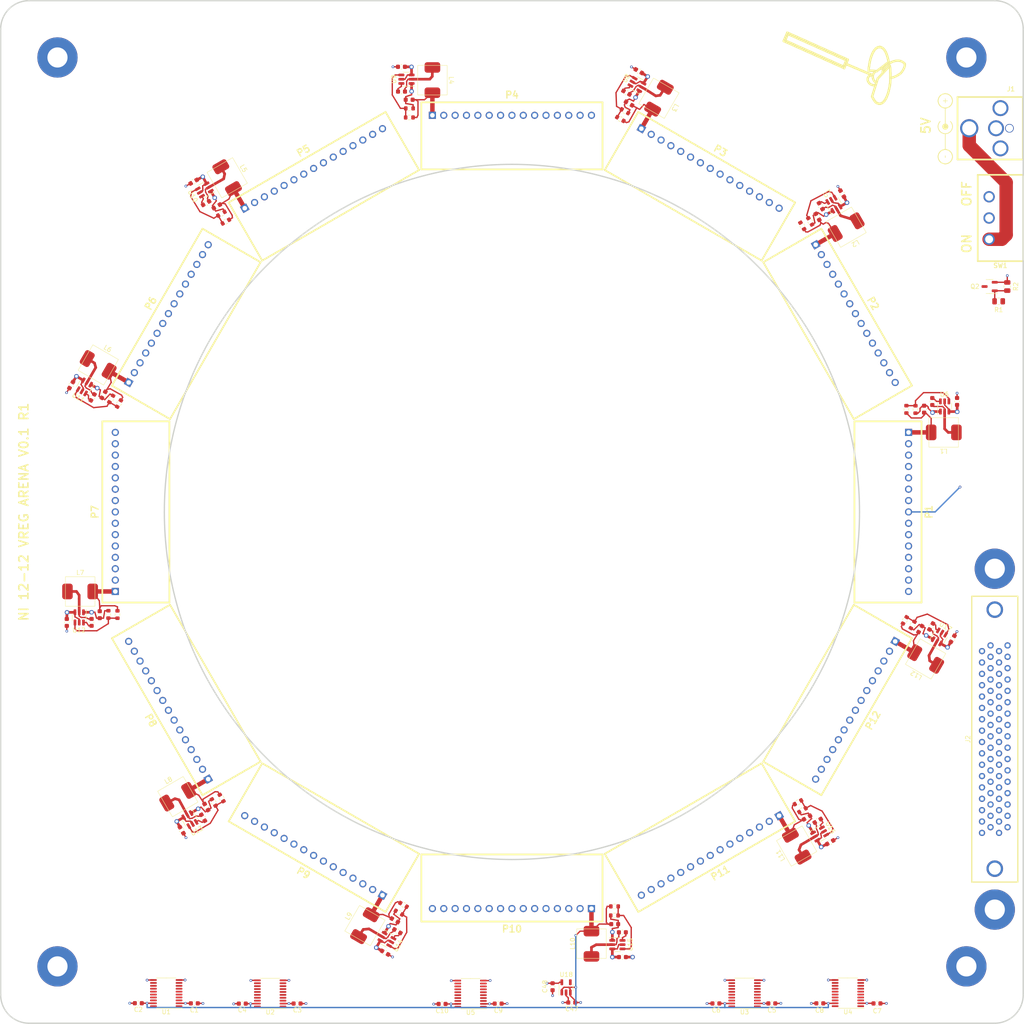
<source format=kicad_pcb>
(kicad_pcb (version 20221018) (generator pcbnew)
  (layers (0 "F.Cu" signal) (1 "In1.Cu" power) (2 "In2.Cu" power) (3 "In3.Cu" power) (4 "In4.Cu" power) (31 "B.Cu" signal) (34 "B.Paste" user) (35 "F.Paste" user) (36 "B.SilkS" user "B.Silkscreen") (37 "F.SilkS" user "F.Silkscreen") (38 "B.Mask" user) (39 "F.Mask" user) (44 "Edge.Cuts" user))
  (net 0 "")
  (net 1 "+3.3V")
  (net 2 "/Level Shifters/POW.5V_HDR_10")
  (net 4 "/Power & Voltage Regulators/SW_VCC")
  (net 15 "/Level Shifters/PAN5V.CS_00")
  (net 16 "/Level Shifters/PAN5V.CS_01")
  (net 17 "/Level Shifters/PAN5V.CS_02")
  (net 18 "/Level Shifters/PAN5V.CS_03")
  (net 19 "/Level Shifters/PAN5V.CS_04")
  (net 20 "/Level Shifters/PAN5V.EXT_INT")
  (net 21 "GND")
  (net 25 "/Level Shifters/PAN5V.CS_05")
  (net 26 "/Level Shifters/PAN5V.CS_06")
  (net 38 "Net-(Q2-G)")
  (net 39 "/Level Shifters/PAN5V.RESET")
  (net 40 "/Level Shifters/PAN3V.RESET")
  (net 41 "/Level Shifters/PAN3V.CS_00")
  (net 42 "/Level Shifters/PAN3V.CS_01")
  (net 43 "/Level Shifters/PAN3V.CS_02")
  (net 44 "/Level Shifters/PAN3V.CS_03")
  (net 45 "/Level Shifters/PAN3V.CS_04")
  (net 46 "/Level Shifters/PAN3V.CS_05")
  (net 47 "/Level Shifters/PAN3V.CS_06")
  (net 48 "/Level Shifters/PAN3V.CS_07")
  (net 49 "/Level Shifters/PAN5V.CS_07")
  (net 50 "/Level Shifters/PAN3V.SCK_00")
  (net 51 "/Level Shifters/PAN3V.SCK_01")
  (net 52 "/Level Shifters/PAN3V.SCK_02")
  (net 53 "/Level Shifters/PAN3V.SCK_03")
  (net 54 "/Level Shifters/PAN3V.SCK_04")
  (net 55 "/Level Shifters/PAN3V.SCK_05")
  (net 56 "/Level Shifters/PAN3V.MOSI_00")
  (net 57 "/Level Shifters/PAN3V.MISO_00")
  (net 58 "/Level Shifters/PAN5V.MISO_00")
  (net 59 "/Level Shifters/PAN5V.MOSI_00")
  (net 60 "/Level Shifters/PAN5V.SCK_05")
  (net 61 "/Level Shifters/PAN5V.SCK_04")
  (net 62 "/Level Shifters/PAN5V.SCK_03")
  (net 63 "/Level Shifters/PAN5V.SCK_02")
  (net 64 "/Level Shifters/PAN3V.EXT_INT")
  (net 65 "/Level Shifters/PAN5V.SCK_01")
  (net 66 "/Level Shifters/PAN5V.SCK_00")
  (net 67 "/Level Shifters/PAN3V.MOSI_01")
  (net 68 "/Level Shifters/PAN3V.MISO_01")
  (net 69 "/Level Shifters/PAN3V.MOSI_02")
  (net 70 "/Level Shifters/PAN3V.MISO_02")
  (net 71 "/Level Shifters/PAN3V.MOSI_03")
  (net 72 "/Level Shifters/PAN3V.MISO_03")
  (net 73 "/Level Shifters/PAN3V.MOSI_04")
  (net 74 "/Level Shifters/PAN3V.MISO_04")
  (net 75 "/Level Shifters/PAN5V.MISO_04")
  (net 76 "/Level Shifters/PAN5V.MOSI_04")
  (net 77 "/Level Shifters/PAN5V.MISO_03")
  (net 78 "/Level Shifters/PAN5V.MOSI_03")
  (net 79 "/Level Shifters/PAN5V.MISO_02")
  (net 80 "/Level Shifters/PAN5V.MOSI_02")
  (net 81 "/Level Shifters/PAN5V.MISO_01")
  (net 82 "/Level Shifters/PAN5V.MOSI_01")
  (net 83 "/Level Shifters/PAN3V.MOSI_05")
  (net 84 "/Panel Headers/RESET")
  (net 85 "/Level Shifters/PAN3V.MISO_05")
  (net 86 "/Level Shifters/PAN3V.MOSI_06")
  (net 87 "/Level Shifters/PAN3V.MISO_06")
  (net 88 "/Level Shifters/PAN3V.MOSI_07")
  (net 89 "/Level Shifters/PAN3V.MISO_07")
  (net 90 "/Level Shifters/PAN3V.MOSI_08")
  (net 91 "/Level Shifters/PAN3V.MISO_08")
  (net 92 "/Level Shifters/PAN5V.MISO_08")
  (net 93 "/Level Shifters/PAN5V.MOSI_08")
  (net 94 "/Level Shifters/PAN5V.MISO_07")
  (net 95 "/Level Shifters/PAN5V.MOSI_07")
  (net 96 "/Level Shifters/PAN5V.MISO_06")
  (net 97 "/Level Shifters/PAN5V.MOSI_06")
  (net 98 "/Level Shifters/PAN5V.MISO_05")
  (net 99 "/Level Shifters/PAN5V.MOSI_05")
  (net 100 "/Level Shifters/PAN3V.MOSI_09")
  (net 101 "/Level Shifters/PAN3V.MISO_09")
  (net 102 "/Level Shifters/PAN3V.MOSI_10")
  (net 103 "/Level Shifters/PAN3V.MISO_10")
  (net 104 "/Level Shifters/PAN3V.MOSI_11")
  (net 105 "/Level Shifters/PAN3V.MISO_11")
  (net 106 "/Level Shifters/PAN5V.MISO_11")
  (net 107 "/Level Shifters/PAN5V.MOSI_11")
  (net 108 "/Level Shifters/PAN5V.MISO_10")
  (net 109 "/Level Shifters/PAN5V.MOSI_10")
  (net 110 "/Level Shifters/PAN5V.MISO_09")
  (net 111 "/Level Shifters/PAN5V.MOSI_09")
  (net 113 "VCC")
  (net 114 "/Level Shifters/POW.5V_HDR_1")
  (net 115 "/Level Shifters/POW.5V_HDR_2")
  (net 116 "/Level Shifters/POW.5V_HDR_3")
  (net 117 "/Level Shifters/POW.5V_HDR_4")
  (net 118 "/Level Shifters/POW.5V_HDR_5")
  (net 119 "/Level Shifters/POW.5V_HDR_6")
  (net 120 "/Level Shifters/POW.5V_HDR_7")
  (net 121 "/Level Shifters/POW.5V_HDR_8")
  (net 122 "/Level Shifters/POW.5V_HDR_9")
  (net 123 "/Level Shifters/POW.5V_HDR_11")
  (net 124 "/Level Shifters/POW.5V_HDR_12")
  (net 125 "Net-(U6-VBST)")
  (net 126 "Net-(U6-SW)")
  (net 127 "Net-(U7-VBST)")
  (net 128 "Net-(U7-SW)")
  (net 129 "Net-(U8-VBST)")
  (net 130 "Net-(U8-SW)")
  (net 131 "Net-(U9-VBST)")
  (net 132 "Net-(U9-SW)")
  (net 133 "Net-(U10-VBST)")
  (net 134 "Net-(U10-SW)")
  (net 135 "Net-(U11-VBST)")
  (net 136 "Net-(U11-SW)")
  (net 137 "Net-(U12-VBST)")
  (net 138 "Net-(U12-SW)")
  (net 139 "Net-(U13-VBST)")
  (net 140 "Net-(U13-SW)")
  (net 141 "Net-(U14-VBST)")
  (net 142 "Net-(U14-SW)")
  (net 143 "Net-(U15-VBST)")
  (net 144 "Net-(U15-SW)")
  (net 145 "Net-(U16-VBST)")
  (net 146 "Net-(U16-SW)")
  (net 147 "Net-(U17-VBST)")
  (net 148 "Net-(U17-SW)")
  (net 149 "Net-(U6-VFB)")
  (net 150 "Net-(U7-VFB)")
  (net 151 "Net-(U8-VFB)")
  (net 152 "Net-(U9-VFB)")
  (net 153 "Net-(U10-VFB)")
  (net 154 "Net-(U11-VFB)")
  (net 155 "Net-(U12-VFB)")
  (net 156 "Net-(U13-VFB)")
  (net 157 "Net-(U14-VFB)")
  (net 158 "Net-(U15-VFB)")
  (net 159 "Net-(U16-VFB)")
  (net 160 "Net-(U17-VFB)")
  (footprint "Resistor_SMD:R_0603_1608Metric" (layer "F.Cu") (at 154.8892 87.579199)
    (fp_text reference "R10" hide)
    (fp_text value "10k" hide)
  )
  (footprint "Capacitor_SMD:C_0603_1608Metric" (layer "F.Cu") (at 152.191127 271.533468 150)
    (fp_text reference "C36" hide)
    (fp_text value "100nF" hide)
  )
  (footprint "Capacitor_SMD:C_0603_1608Metric" (layer "F.Cu") (at 129.7634 287.7112)
    (fp_text reference "C3")
    (fp_text value "0.1uF" hide)
  )
  (footprint "Package_TO_SOT_SMD:SOT-23-6" (layer "F.Cu") (at 82.233737 149.84882 -120)
    (fp_text reference "U11")
    (fp_text value "TPS564201DDC" hide)
  )
  (footprint "Package_TO_SOT_SMD:SOT-23-6" (layer "F.Cu") (at 149.84882 273.366262 -30)
    (fp_text reference "U14")
    (fp_text value "TPS564201DDC" hide)
  )
  (footprint "MountingHole:MountingHole_4.5mm_Pad" (layer "F.Cu") (at 76.2 76.2)
    (fp_text reference "H1" hide)
    (fp_text value "MountingHole_Pad" hide)
  )
  (footprint "arena_custom:HEADER_TOP" (layer "F.Cu") (at 177.799999 266.474028 180)
    (fp_text reference "P10")
    (fp_text value "CONN15" hide)
  )
  (footprint "Capacitor_SMD:C_0603_1608Metric" (layer "F.Cu") (at 223.4022 287.6904 180)
    (fp_text reference "C6")
    (fp_text value "0.1uF" hide)
  )
  (footprint "Package_TO_SOT_SMD:SOT-23-6" (layer "F.Cu") (at 81.061599 201.3767 -90)
    (fp_text reference "U12")
    (fp_text value "TPS564201DDC" hide)
  )
  (footprint "arena_custom:HEADER_TOP" (layer "F.Cu") (at 254.593961 222.137014 -120)
    (fp_text reference "P12")
    (fp_text value "CONN15" hide)
  )
  (footprint "Capacitor_SMD:C_0603_1608Metric" (layer "F.Cu") (at 109.428871 108.755331 30)
    (fp_text reference "C24" hide)
    (fp_text value "100nF" hide)
  )
  (footprint "arena_custom:HEADER_TOP" (layer "F.Cu") (at 89.125971 177.8 90)
    (fp_text reference "P7")
    (fp_text value "CONN15" hide)
  )
  (footprint "Package_TO_SOT_SMD:SOT-23-6" (layer "F.Cu") (at 105.810437 246.587221 -60)
    (fp_text reference "U13")
    (fp_text value "TPS564201DDC" hide)
  )
  (footprint "Capacitor_SMD:C_0603_1608Metric" (layer "F.Cu") (at 271.533468 203.408872 -120)
    (fp_text reference "C45" hide)
    (fp_text value "100nF" hide)
  )
  (footprint "Capacitor_SMD:C_0603_1608Metric" (layer "F.Cu") (at 200.774 269.9512 180)
    (fp_text reference "C40" hide)
    (fp_text value "22uF" hide)
  )
  (footprint "arena_custom:slide_switch" (layer "F.Cu") (at 287.02 112.0902 90)
    (fp_text reference "SW1")
    (fp_text value "SW_SPDT" hide)
  )
  (footprint "Package_SO:TSSOP-20_4.4x6.5mm_P0.65mm" (layer "F.Cu") (at 229.8072 285.4104 180)
    (fp_text reference "U3")
    (fp_text value "TXB0108PW" hide)
  )
  (footprint "arena_custom:CYA0650_3P3UH" (layer "F.Cu") (at 114.142067 103.101227 -60)
    (fp_text reference "L5")
    (fp_text value "3.3uH" hide)
  )
  (footprint "Capacitor_SMD:C_0603_1608Metric" (layer "F.Cu") (at 246.6355 287.663 180)
    (fp_text reference "C8")
    (fp_text value "0.1uF" hide)
  )
  (footprint "Package_SO:TSSOP-20_4.4x6.5mm_P0.65mm" (layer "F.Cu") (at 123.7534 285.4412 180)
    (fp_text reference "U2")
    (fp_text value "TXB0108PW" hide)
  )
  (footprint "Resistor_SMD:R_0603_1608Metric" (layer "F.Cu") (at 200.7362 265.9888)
    (fp_text reference "R21" hide)
    (fp_text value "56.2k" hide)
  )
  (footprint "Capacitor_SMD:C_0603_1608Metric" (layer "F.Cu") (at 269.09228 203.979532 -120)
    (fp_text reference "C46" hide)
    (fp_text value "22uF" hide)
  )
  (footprint "Resistor_SMD:R_0603_1608Metric" (layer "F.Cu") (at 242.751735 244.478105 -150)
    (fp_text reference "R24" hide)
    (fp_text value "10k" hide)
  )
  (footprint "arena_custom:CYA0650_3P3UH" (layer "F.Cu") (at 81.279999 195.58)
    (fp_text reference "L7")
    (fp_text value "3.3uH" hide)
  )
  (footprint "Capacitor_SMD:C_0603_1608Metric" (layer "F.Cu") (at 111.828331 109.481719 30)
    (fp_text reference "C25" hide)
    (fp_text value "22uF" hide)
  )
  (footprint "Capacitor_SMD:C_0603_1608Metric" (layer "F.Cu") (at 271.78 153.1112 -90)
    (fp_text reference "C12" hide)
    (fp_text value "100nF" hide)
  )
  (footprint "arena_custom:HEADER_TOP" (layer "F.Cu") (at 133.462985 254.593961 150)
    (fp_text reference "P9")
    (fp_text value "CONN15" hide)
  )
  (footprint "arena_custom:HEADER_TOP" (layer "F.Cu") (at 222.137014 254.593961 -150)
    (fp_text reference "P11")
    (fp_text value "CONN15" hide)
  )
  (footprint "Resistor_SMD:R_0603_1608Metric" (layer "F.Cu") (at 153.568931 265.641841 -30)
    (fp_text reference "R19" hide)
    (fp_text value "56.2k" hide)
  )
  (footprint "arena_custom:CYA0650_3P3UH" (layer "F.Cu") (at 195.579999 274.32 90)
    (fp_text reference "L10")
    (fp_text value "3.3uH" hide)
  )
  (footprint "Capacitor_SMD:C_0603_1608Metric" (layer "F.Cu") (at 174.7142 287.7312)
    (fp_text reference "C9")
    (fp_text value "0.1uF" hide)
  )
  (footprint "Capacitor_SMD:C_0603_1608Metric" (layer "F.Cu") (at 94.2705 287.633 180)
    (fp_text reference "C2")
    (fp_text value "0.1uF" hide)
  )
  (footprint "Capacitor_SMD:C_0603_1608Metric" (layer "F.Cu") (at 235.9022 287.6804)
    (fp_text reference "C5")
    (fp_text value "0.1uF" hide)
  )
  (footprint "Capacitor_SMD:C_0603_1608Metric" (layer "F.Cu") (at 202.501199 277.3172)
    (fp_text reference "C38" hide)
    (fp_text value "10uF" hide)
  )
  (footprint "Package_TO_SOT_SMD:SOT-23-6" (layer "F.Cu") (at 154.2233 81.061599 180)
    (fp_text reference "U9")
    (fp_text value "TPS564201DDC" hide)
  )
  (footprint "Package_TO_SOT_SMD:SOT-23-6" (layer "F.Cu") (at 274.5384 154.2233 90)
    (fp_text reference "U6")
    (fp_text value "TPS564201DDC" hide)
  )
  (footprint "Capacitor_SMD:C_0603_1608Metric" (layer "F.Cu") (at 243.771668 246.11828 -150)
    (fp_text reference "C43" hide)
    (fp_text value "22uF" hide)
  )
  (footprint "Capacitor_SMD:C_0603_1608Metric" (layer "F.Cu") (at 162.1892 287.8012 180)
    (fp_text reference "C10")
    (fp_text value "0.1uF" hide)
  )
  (footprint "Resistor_SMD:R_0603_1608Metric" (layer "F.Cu") (at 242.705641 113.842267 120)
    (fp_text reference "R5" hide)
    (fp_text value "56.2k" hide)
  )
  (footprint "Capacitor_SMD:C_0603_1608Metric" (layer "F.Cu") (at 154.826 85.648799)
    (fp_text reference "C22" hide)
    (fp_text value "22uF" hide)
  )
  (footprint "arena_custom:CYA0650_3P3UH" (layer "F.Cu") (at 103.101227 241.457932 30)
    (fp_text reference "L8")
    (fp_text value "3.3uH" hide)
  )
  (footprint "Resistor_SMD:R_0603_1608Metric" (layer "F.Cu") (at 268.0208 154.8892 -90)
    (fp_text reference "R4" hide)
    (fp_text value "10k" hide)
  )
  (footprint "arena_custom:CYA0650_3P3UH" (layer "F.Cu") (at 210.662068 85.321227 -120)
    (fp_text reference "L3")
    (fp_text value "3.3uH" hide)
  )
  (footprint "Capacitor_SMD:C_0603_1608Metric" (layer "F.Cu") (at 151.620467 269.09228 150)
    (fp_text reference "C37" hide)
    (fp_text value "22uF" hide)
  )
  (footprint "Resistor_SMD:R_0603_1608Metric" (layer "F.Cu") (at 244.478105 112.848264 -60)
    (fp_text reference "R6" hide)
    (fp_text value "10k" hide)
  )
  (footprint "Capacitor_SMD:C_0603_1608Metric" (layer "F.Cu") (at 248.950467 251.633824 30)
    (fp_text reference "C41" hide)
    (fp_text value "10uF" hide)
  )
  (footprint "arena_custom:CYA0650_3P3UH" (layer "F.Cu") (at 274.32 160.02 180)
    (fp_text reference "L1")
    (fp_text value "3.3uH" hide)
  )
  (footprint "Resistor_SMD:R_0603_1608Metric" (layer "F.Cu") (at 152.530934 267.388905 150)
    (fp_text reference "R20" hide)
    (fp_text value "10k" hide)
  )
  (footprint "MountingHole:MountingHole_4.5mm_Pad" (layer "F.Cu") (at 279.4 279.4)
    (fp_text reference "H3" hide)
    (fp_text value "MountingHole_Pad" hide)
  )
  (footprint "Package_SO:TSSOP-20_4.4x6.5mm_P0.65mm" (layer "F.Cu") (at 100.5155 285.373 180)
    (fp_text reference "U1")
    (fp_text value "TXB0108PW" hide)
  )
  (footprint "Capacitor_SMD:C_0603_1608Metric" (layer "F.Cu") (at 153.1112 83.819999)
    (fp_text reference "C21" hide)
    (fp_text value "100nF" hide)
  )
  (footprint "Capacitor_SMD:C_0603_1608Metric" (layer "F.Cu") (at 83.819999 202.4888 90)
    (fp_text reference "C30" hide)
    (fp_text value "100nF" hide)
  )
  (footprint "Capacitor_SMD:C_0603_1608Metric" (layer "F.Cu") (at 186.8834 283.9422 -90)
    (fp_text reference "C48")
    (fp_text value "10uF" hide)
  )
  (footprint "Package_TO_SOT_SMD:SOT-23-3" (layer "F.Cu") (at 284.6015 127.4064 180)
    (fp_text reference "Q2")
    (fp_text value "MOSFET_NCHAN" hide)
  )
  (footprint "Capacitor_SMD:C_0603_1608Metric" (layer "F.Cu") (at 78.282799 202.5012 -90)
    (fp_text reference "C29" hide)
    (fp_text value "10uF" hide)
  )
  (footprint "Capacitor_SMD:C_0603_1608Metric" (layer "F.Cu") (at 206.166733 79.264975 150)
    (fp_text reference "C17" hide)
    (fp_text value "10uF" hide)
  )
  (footprint "MountingHole:MountingHole_4.5mm_Pad" (layer "F.Cu") (at 76.2 279.4)
    (fp_text reference "H4" hide)
    (fp_text value "MountingHole_Pad" hide)
  )
  (footprint "Capacitor_SMD:C_0603_1608Metric" (layer "F.Cu") (at 149.433266 276.335024 -30)
    (fp_text reference "C35" hide)
    (fp_text value "10uF" hide)
  )
  (footprint "Capacitor_SMD:C_0603_1608Metric" (layer "F.Cu") (at 103.966175 248.950467 -60)
    (fp_text reference "C32" hide)
    (fp_text value "10uF" hide)
  )
  (footprint "arena_custom:DCJACK_2PIN_HIGHCURRENT" (layer "F.Cu") (at 292.0238 92.0242 -90)
    (fp_text reference "J1")
    (fp_text value "Barrel_Jack" hide)
  )
  (footprint "Capacitor_SMD:C_0603_1608Metric" (layer "F.Cu") (at 106.649532 103.966175 -150)
    (fp_text reference "C23" hide)
    (fp_text value "10uF" hide)
  )
  (footprint "Capacitor_SMD:C_0603_1608Metric" (layer "F.Cu") (at 251.633824 106.649532 120)
    (fp_text reference "C14" hide)
    (fp_text value "10uF" hide)
  )
  (footprint "Capacitor_SMD:C_0603_1608Metric" (layer "F.Cu") (at 246.844668 109.428871 -60)
    (fp_text reference "C15" hide)
    (fp_text value "100nF" hide)
  )
  (footprint "Resistor_SMD:R_0603_1608Metric" (layer "F.Cu") (at 89.611199 200.7362 -90)
    (fp_text reference "R15" hide)
    (fp_text value "56.2k" hide)
  )
  (footprint "arena_custom:HEADER_TOP" (layer "F.Cu") (at 133.462985 101.006038 30)
    (fp_text reference "P5")
    (fp_text value "CONN15" hide)
  )
  (footprint "Capacitor_SMD:C_0603_1608Metric" (layer "F.Cu") (at 79.264975 149.433266 -120)
    (fp_text reference "C26" hide)
    (fp_text value "10uF" hide)
  )
  (footprint "Package_SO:TSSOP-20_4.4x6.5mm_P0.65mm" (layer "F.Cu") (at 252.9155 285.373 180)
    (fp_text reference "U4")
    (fp_text value "TXB0108PW" hide)
  )
  (footprint "arena_custom:CYA0650_3P3UH" (layer "F.Cu") (at 241.457932 252.498772 120)
    (fp_text reference "L11")
    (fp_text value "3.3uH" hide)
  )
  (footprint "Capacitor_SMD:C_0603_1608Metric" (layer "F.Cu") (at 277.3172 153.0988 90)
    (fp_text reference "C11" hide)
    (fp_text value "10uF" hide)
  )
  (footprint "arena_custom:HEADER_TOP" (layer "F.Cu") (at 177.8 89.125971)
    (fp_text reference "P4")
    (fp_text value "CONN15" hide)
  )
  (footprint "Capacitor_SMD:C_0603_1608Metric" (layer "F.Cu") (at 85.648799 200.774 90)
    (fp_text reference "C31" hide)
    (fp_text value "22uF" hide)
  )
  (footprint "Resistor_SMD:R_0805_2012Metric" (layer "F.Cu") (at 286.6155 130.7084)
    (fp_text reference "R1")
    (fp_text value "200" hide)
  )
  (footprint "Resistor_SMD:R_0603_1608Metric" (layer "F.Cu") (at 112.848264 111.121894 30)
    (fp_text reference "R12" hide)
    (fp_text value "10k" hide)
  )
  (footprint "Capacitor_SMD:C_0603_1608Metric" (layer "F.Cu") (at 153.0988 78.282799 180)
    (fp_text reference "C20" hide)
    (fp_text value "10uF" hide)
  )
  (footprint "Capacitor_SMD:C_0603_1608Metric" (layer "F.Cu") (at 269.9512 154.826 -90)
    (fp_text reference "C13" hide)
    (fp_text value "22uF" hide)
  )
  (footprint "Capacitor_SMD:C_0603_1608Metric" (layer "F.Cu") (at 246.171128 246.844668 -150)
    (fp_text reference "C42" hide)
    (fp_text value "100nF" hide)
  )
  (footprint "Package_TO_SOT_SMD:SOT-23-5" (layer "F.Cu") (at 189.9034 284.0847 90)
    (fp_text reference "U18")
    (fp_text value "AP2112K-3.3" hide)
  )
  (footprint "Package_TO_SOT_SMD:SOT-23-6" (layer "F.Cu") (at 205.751179 82.233737 150)
    (fp_text reference "U8")
    (fp_text value "TPS564201DDC" hide)
  )
  (footprint "Resistor_SMD:R_0603_1608Metric" (layer "F.Cu") (at 265.9888 154.8638 90)
    (fp_text reference "R3" hide)
    (fp_text value "56.2k" hide)
  )
  (footprint "arena_custom:CYA0650_3P3UH" (layer "F.Cu") (at 270.278772 210.662068 150)
    (fp_text reference "L12")
    (fp_text value "3.3uH" hide)
  )
  (footprint "Capacitor_SMD:C_0603_1608Metric" (layer "F.Cu") (at 202.4888 271.78 180)
    (fp_text reference "C39" hide)
    (fp_text value "100nF" hide)
  )
  (footprint "MountingHole:MountingHole_4.5mm_Pad" (layer "F.Cu") (at 285.75 190.5)
    (fp_text reference "H5" hide)
    (fp_text value "MountingHole_Pad" hide)
  )
  (footprint "arena_custom:HEADER_TOP" (layer "F.Cu") (at 266.474028 177.8 -90)
    (fp_text reference "P1")
    (fp_text value "CONN15" hide)
  )
  (footprint "Capacitor_SMD:C_0603_1608Metric" (layer "F.Cu") (at 276.335024 206.166733 60)
    (fp_text reference "C44" hide)
    (fp_text value "10uF" hide)
  )
  (footprint "Resistor_SMD:R_0603_1608Metric" (layer "F.Cu") (at 241.757732 242.705641 30)
    (fp_text reference "R23" hide)
    (fp_text value "56.2k" hide)
  )
  (footprint "arena_custom:HEADER_TOP" (layer "F.Cu") (at 101.006038 133.462985 60)
    (fp_text reference "P6")
    (fp_text value "CONN15" hide)
  )
  (footprint "Package_TO_SOT_SMD:SOT-23-6" (layer "F.Cu") (at 109.012778 105.810437 -150)
    (fp_text reference "U10")
    (fp_text value "TPS564201DDC" hide)
  )
  (footprint "Resistor_SMD:R_0603_1608Metric" (layer "F.Cu") (at 87.579199 200.7108 90)
    (fp_text reference "R16" hide)
    (fp_text value "10k" hide)
  )
  (footprint "arena_custom:HEADER_TOP" (layer "F.Cu") (at 101.006038 222.137014 120)
    (fp_text reference "P8")
    (fp_text value "CONN15" hide)
  )
  (footprint "Capacitor_SMD:C_0603_1608Metric" (layer "F.Cu") (at 84.066531 152.191127 60)
    (fp_text reference "C27" hide)
    (fp_text value "100nF" hide)
  )
  (footprint "Resistor_SMD:R_0603_1608Metric" (layer "F.Cu") (at 267.388905 203.069065 -120)
    (fp_text reference "R26" hide)
    (fp_text value "10k" hide)
  )
  (footprint "Capacitor_SMD:C_0603_1608Metric" (layer "F.Cu") (at 109.481719 243.771668 120)
    (fp_text reference "C34" hide)
    (fp_text value "22uF" hide)
  )
  (footprint "MountingHole:MountingHole_4.5mm_Pad" (layer "F.Cu") (at 279.4 76.2)
    (fp_text reference "H2" hide)
    (fp_text value "MountingHole_Pad" hide)
  )
  (footprint "Capacitor_SMD:C_0603_1608Metric" (layer "F.Cu") (at 117.5134 287.7312 180)
    (fp_text reference "C4")
    (fp_text value "0.1uF" hide)
  )
  (footprint "Capacitor_SMD:C_0603_1608Metric" (layer "F.Cu") (at 203.408872 84.066531 -30)
    (fp_text reference "C18" hide)
    (fp_text value "100nF" hide)
  )
  (footprint "Capacitor_SMD:C_0603_1608Metric" (layer "F.Cu") (at 259.4102 287.6804)
    (fp_text reference "C7")
    (fp_text value "0.1uF" hide)
  )
  (footprint "Resistor_SMD:R_0603_1608Metric" (layer "F.Cu") (at 203.069065 88.211094 -30)
    (fp_text reference "R8" hide)
    (fp_text value "10k" hide)
  )
  (footprint "Capacitor_SMD:C_0603_1608Metric" (layer "F.Cu") (at 108.755331 246.171128 120)
    (fp_text reference "C33" hide)
    (fp_text value "100nF" hide)
  )
  (footprint "Resistor_SMD:R_0603_1608Metric" (layer "F.Cu") (at 200.7108 268.0208 180)
    (fp_text reference "R22" hide)
    (fp_text value "10k" hide)
  )
  (footprint "arena_custom:CYA0650_3P3UH" (layer "F.Cu") (at 160.02 81.279999 -90)
    (fp_text reference "L4")
    (fp_text value "3.3uH" hide)
  )
  (footprint "Package_TO_SOT_SMD:SOT-23-6" (layer "F.Cu") (at 201.3767 274.5384)
    (fp_text reference "U15")
    (fp_text value "TPS564201DDC" hide)
  )
  (footprint "Resistor_SMD:R_0603_1608Metric" (layer "F.Cu") (at 111.121894 242.751735 120)
    (fp_text reference "R18" hide)
    (fp_text value "10k" hide)
  )
  (footprint "Capacitor_SMD:C_0603_1608Metric" (layer "F.Cu") (at 203.979532 86.507719 -30)
    (fp_text reference "C19" hide)
    (fp_text value "22uF" hide)
  )
  (footprint "Resistor_SMD:R_0603_1608Metric" (layer "F.Cu") (at 113.842267 112.894358 -150)
    (fp_text reference "R11" hide)
    (fp_text value "56.2k" hide)
  )
  (footprint "Capacitor_SMD:C_0603_1608Metric" (layer "F.Cu") (at 106.7905 287.663)
    (fp_text reference "C1")
    (fp_text value "0.1uF" hide)
  )
  (footprint "arena_custom:CYA0650_3P3UH" (layer "F.Cu") (at 144.937931 270.278772 60)
    (fp_text reference "L9")
    (fp_text value "3.3uH" hide)
  )
  (footprint "MountingHole:MountingHole_4.5mm_Pad" (layer "F.Cu") (at 285.75 266.7)
    (fp_text reference "H6" hide)
    (fp_text value "MountingHole_Pad" hide)
  )
  (footprint "Package_TO_SOT_SMD:SOT-23-6" (layer "F.Cu") (at 249.789562 109.012778 120)
    (fp_text reference "U7")
    (fp_text value "TPS564201DDC" hide)
  )
  (footprint "Resistor_SMD:R_0603_1608Metric" (layer "F.Cu") (at 154.8638 89.611199 180)
    (fp_text reference "R9" hide)
    (fp_text value "56.2k" hide)
  )
  (footprint "arena_custom:HEADER_TOP" (layer "F.Cu") (at 254.593961 133.462985 -60)
    (fp_text reference "P2")
    (fp_text value "CONN15" hide)
  )
  (footprint "arena_custom:CYA0650_3P3UH" (layer "F.Cu") (at 85.321227 144.937931 -30)
    (fp_text reference "L6")
    (fp_text value "3.3uH" hide)
  )
  (footprint "Resistor_SMD:R_0603_1608Metric" (layer "F.Cu") (at 88.211094 152.530934 60)
    (fp_text reference "R14" hide)
    (fp_text value "10k" hide)
  )
  (footprint "Capacitor_SMD:C_0603_1608Metric" (layer "F.Cu") (at 191.1734 287.4772 180)
    (fp_text reference "C47")
    (fp_text value "10uF" hide)
  )
  (footprint "Resistor_SMD:R_0603_1608Metric" (layer "F.Cu") (at 89.958158 153.568931 -120)
    (fp_text reference "R13" hide)
    (fp_text value "56.2k" hide)
  )
  (footprint "arena_custom:TE_CONN_DSUB_VERT_68" (layer "F.Cu") (at 285.75 228.6 90)
    (fp_text reference "J2")
    (fp_text value "NI_TE_68pos" hide)
  )
  (footprint "Capacitor_SMD:C_0603_1608Metric" (layer "F.Cu") (at 86.507719 151.620467 60)
    (fp_text reference "C28" hide)
    (fp_text value "22uF" hide)
  )
  (footprint "Resistor_SMD:R_0603_1608Metric" (layer "F.Cu") (at 202.031068 89.958158 150)
    (fp_text reference "R7" hide)
    (fp_text value "56.2k" hide)
  )
  (footprint "arena_custom:HEADER_TOP" (layer "F.Cu") (at 222.137014 101.006038 -30)
    (fp_text reference "P3")
    (fp_text value "CONN15" hide)
  )
  (footprint "Package_TO_SOT_SMD:SOT-23-6" (layer "F.Cu") (at 246.587221 249.789562 30)
    (fp_text reference "U16")
    (fp_text value "TPS564201DDC" hide)
  )
  (footprint "Package_SO:TSSOP-20_4.4x6.5mm_P0.65mm" (layer "F.Cu") (at 168.5592 285.5012 180)
    (fp_text reference "U5")
    (fp_text value "TXB0108PW" hide)
  )
  (footprint "Capacitor_SMD:C_0603_1608Metric" (layer "F.Cu") (at 246.11828 111.828331 -60)
    (fp_text reference "C16" hide)
    (fp_text value "22uF" hide)
  )
  (footprint "Resistor_SMD:R_0805_2012Metric" (layer "F.Cu") (at 288.544 127.4064 -90)
    (fp_text reference "R2")
    (fp_text value "20k" hide)
  )
  (footprint "arena_custom:CYA0650_3P3UH" (layer "F.Cu") (at 252.498772 114.142067 -150)
    (fp_text reference "L2")
    (fp_text value "3.3uH" hide)
  )
  (footprint "Package_TO_SOT_SMD:SOT-23-6" (layer "F.Cu") (at 273.366262 205.751179 60)
    (fp_text reference "U17")
    (fp_text value "TPS564201DDC" hide)
  )
  (footprint "Resistor_SMD:R_0603_1608Metric" (layer "F.Cu") (at 265.641841 202.031068 60)
    (fp_text reference "R25" hide)
    (fp_text value "56.2k" hide)
  )
  (footprint "Resistor_SMD:R_0603_1608Metric" (layer "F.Cu") (at 112.894358 241.757732 -60)
    (fp_text reference "R17" hide)
    (fp_text value "56.2k" hide)
  )
  (gr_line (start 261.869046 84.235629) (end 261.941978 83.996274) (stroke (width 0.514144)) (layer "F.SilkS"))
  (gr_line (start 258.99813 86.023131) (end 259.098897 86.128731) (stroke (width 0.514144)) (layer "F.SilkS"))
  (gr_line (start 259.068645 82.308853) (end 258.717929 82.409537) (stroke (width 0.514144)) (layer "F.SilkS"))
  (gr_line (start 273.382477 92.585887) (end 273.336417 92.519801) (stroke (width 0.15487)) (layer "F.SilkS"))
  (gr_line (start 275.003458 84.324863) (end 275.080765 84.342706) (stroke (width 0.179621)) (layer "F.SilkS"))
  (gr_line (start 273.725344 84.609849) (end 273.787993 84.565299) (stroke (width 0.179621)) (layer "F.SilkS"))
  (gr_line (start 262.352669 81.788771) (end 262.380098 81.482222) (stroke (width 0.514144)) (layer "F.SilkS"))
  (gr_line (start 257.687722 79.102057) (end 257.547538 79.107867) (stroke (width 0.514144)) (layer "F.SilkS"))
  (gr_line (start 257.723346 80.298042) (end 258.0072 80.217521) (stroke (width 0.514144)) (layer "F.SilkS"))
  (gr_line (start 258.318284 84.933399) (end 258.534906 85.362848) (stroke (width 0.514144)) (layer "F.SilkS"))
  (gr_line (start 261.038343 85.916534) (end 261.144288 85.776614) (stroke (width 0.514144)) (layer "F.SilkS"))
  (gr_line (start 275.230838 99.879067) (end 275.156592 99.904189) (stroke (width 0.179621)) (layer "F.SilkS"))
  (gr_line (start 276.047991 97.549536) (end 276.086466 97.616452) (stroke (width 0.179621)) (layer "F.SilkS"))
  (gr_line (start 259.522398 86.435015) (end 259.632794 86.481079) (stroke (width 0.514144)) (layer "F.SilkS"))
  (gr_line (start 258.777057 85.766629) (end 258.999103 86.077093) (stroke (width 0.514144)) (layer "F.SilkS"))
  (gr_line (start 274.438075 87.469819) (end 274.359386 87.455767) (stroke (width 0.179621)) (layer "F.SilkS"))
  (gr_line (start 276.068771 92.451998) (end 276.026396 92.519801) (stroke (width 0.15487)) (layer "F.SilkS"))
  (gr_line (start 259.269515 86.342375) (end 259.551597 86.474135) (stroke (width 0.514144)) (layer "F.SilkS"))
  (gr_line (start 273.607013 99.560919) (end 273.551517 99.50801) (stroke (width 0.179621)) (layer "F.SilkS"))
  (gr_line (start 273.852841 99.744693) (end 273.788008 99.70313) (stroke (width 0.179621)) (layer "F.SilkS"))
  (gr_line (start 276.275119 91.864932) (end 276.262222 91.94132) (stroke (width 0.15487)) (layer "F.SilkS"))
  (gr_line (start 261.195859 79.169296) (end 259.579265 80.914514) (stroke (width 0.514144)) (layer "F.SilkS"))
  (gr_line (start 273.66498 97.145084) (end 273.725344 97.097647) (stroke (width 0.179621)) (layer "F.SilkS"))
  (gr_line (start 258.222097 75.712175) (end 258.508193 75.08281) (stroke (width 0.514144)) (layer "F.SilkS"))
  (gr_line (start 257.639291 81.892298) (end 257.44424 81.58542) (stroke (width 0.514144)) (layer "F.SilkS"))
  (gr_line (start 259.105015 74.263825) (end 259.311569 74.094352) (stroke (width 0.514144)) (layer "F.SilkS"))
  (gr_line (start 274.599194 87.486151) (end 274.518045 87.479981) (stroke (width 0.179621)) (layer "F.SilkS"))
  (gr_line (start 264.846868 77.03694) (end 265.19515 77.227932) (stroke (width 0.514144)) (layer "F.SilkS"))
  (gr_line (start 273.356395 99.271523) (end 273.314831 99.20669) (stroke (width 0.179621)) (layer "F.SilkS"))
  (gr_line (start 273.101902 85.646968) (end 273.115954 85.56828) (stroke (width 0.179621)) (layer "F.SilkS"))
  (gr_line (start 257.836877 82.08495) (end 257.639291 81.892298) (stroke (width 0.514144)) (layer "F.SilkS"))
  (gr_line (start 258.363097 84.991946) (end 258.44546 85.168472) (stroke (width 0.514144)) (layer "F.SilkS"))
  (gr_line (start 275.755818 87.073121) (end 275.697839 87.123344) (stroke (width 0.179621)) (layer "F.SilkS"))
  (gr_line (start 257.44424 81.58542) (end 257.354114 81.357061) (stroke (width 0.514144)) (layer "F.SilkS"))
  (gr_line (start 276.086466 85.128654) (end 276.121754 85.197553) (stroke (width 0.179621)) (layer "F.SilkS"))
  (gr_line (start 274.681423 87.488231) (end 274.599194 87.486151) (stroke (width 0.179621)) (layer "F.SilkS"))
  (gr_line (start 274.924769 84.310811) (end 275.003458 84.324863) (stroke (width 0.179621)) (layer "F.SilkS"))
  (gr_line (start 260.733432 86.263588) (end 261.151004 85.835117) (stroke (width 0.514144)) (layer "F.SilkS"))
  (gr_line (start 273.314823 85.061738) (end 273.356386 84.996906) (stroke (width 0.179621)) (layer "F.SilkS"))
  (gr_line (start 276.271073 98.214736) (end 276.277243 98.295885) (stroke (width 0.179621)) (layer "F.SilkS"))
  (gr_line (start 275.374182 96.937769) (end 275.44308 96.973057) (stroke (width 0.179621)) (layer "F.SilkS"))
  (gr_line (start 273.602839 92.829524) (end 273.542765 92.772411) (stroke (width 0.15487)) (layer "F.SilkS"))
  (gr_line (start 260.706413 79.477825) (end 260.712024 79.395359) (stroke (width 0.514144)) (layer "F.SilkS"))
  (gr_line (start 276.121754 86.583077) (end 276.086466 86.651976) (stroke (width 0.179621)) (layer "F.SilkS"))
  (gr_line (start 260.946139 74.368048) (end 261.01622 74.452941) (stroke (width 0.514144)) (layer "F.SilkS"))
  (gr_line (start 276.246859 85.56828) (end 276.260911 85.646968) (stroke (width 0.179621)) (layer "F.SilkS"))
  (gr_line (start 259.191337 74.160326) (end 259.635724 73.899427) (stroke (width 0.514144)) (layer "F.SilkS"))
  (gr_line (start 275.86422 97.303711) (end 275.914443 97.361691) (stroke (width 0.179621)) (layer "F.SilkS"))
  (gr_line (start 262.545324 80.771909) (end 262.412185 80.815627) (stroke (width 0.514144)) (layer "F.SilkS"))
  (gr_line (start 260.324618 73.925972) (end 260.408233 73.957619) (stroke (width 0.514144)) (layer "F.SilkS"))
  (gr_line (start 274.059426 84.417972) (end 274.131991 84.389361) (stroke (width 0.179621)) (layer "F.SilkS"))
  (gr_line (start 273.161389 92.166478) (end 273.137438 92.092236) (stroke (width 0.15487)) (layer "F.SilkS"))
  (gr_line (start 274.438068 96.798609) (end 274.518039 96.788447) (stroke (width 0.179621)) (layer "F.SilkS"))
  (gr_line (start 275.230838 87.391269) (end 275.156592 87.416391) (stroke (width 0.179621)) (layer "F.SilkS"))
  (gr_line (start 276.277243 98.460342) (end 276.271073 98.541491) (stroke (width 0.179621)) (layer "F.SilkS"))
  (gr_line (start 273.725358 99.658579) (end 273.664993 99.611142) (stroke (width 0.179621)) (layer "F.SilkS"))
  (gr_line (start 259.801304 86.526091) (end 259.858193 86.534526) (stroke (width 0.514144)) (layer "F.SilkS"))
  (gr_line (start 274.835757 93.236685) (end 274.758653 93.242212) (stroke (width 0.15487)) (layer "F.SilkS"))
  (gr_line (start 275.509996 87.256895) (end 275.44308 87.295371) (stroke (width 0.179621)) (layer "F.SilkS"))
  (gr_line (start 274.758653 93.242212) (end 274.681406 93.244055) (stroke (width 0.15487)) (layer "F.SilkS"))
  (gr_line (start 265.212543 79.059189) (end 264.97343 79.423887) (stroke (width 0.514144)) (layer "F.SilkS"))
  (gr_line (start 261.10243 78.444621) (end 261.315995 78.173283) (stroke (width 0.514144)) (layer "F.SilkS"))
  (gr_line (start 274.681423 90.986001) (end 274.681423 87.561242) (stroke (width 0.168772)) (layer "F.SilkS"))
  (gr_line (start 273.314831 99.20669) (end 273.276354 99.139774) (stroke (width 0.179621)) (layer "F.SilkS"))
  (gr_line (start 258.805038 79.584245) (end 258.962692 79.400971) (stroke (width 0.514144)) (layer "F.SilkS"))
  (gr_line (start 257.528226 80.472031) (end 257.723346 80.298042) (stroke (width 0.514144)) (layer "F.SilkS"))
  (gr_line (start 274.059439 99.850456) (end 273.988657 99.818457) (stroke (width 0.179621)) (layer "F.SilkS"))
  (gr_line (start 273.08557 85.808087) (end 273.09174 85.726938) (stroke (width 0.179621)) (layer "F.SilkS"))
  (gr_line (start 274.518045 87.479981) (end 274.438075 87.469819) (stroke (width 0.179621)) (layer "F.SilkS"))
  (gr_line (start 275.374182 87.330659) (end 275.303401 87.362658) (stroke (width 0.179621)) (layer "F.SilkS"))
  (gr_line (start 276.153753 99.000094) (end 276.121754 99.070875) (stroke (width 0.179621)) (layer "F.SilkS"))
  (gr_line (start 260.890935 74.300249) (end 261.297105 74.857027) (stroke (width 0.514144)) (layer "F.SilkS"))
  (gr_line (start 265.19515 77.227932) (end 265.459892 77.445818) (stroke (width 0.514144)) (layer "F.SilkS"))
  (gr_line (start 252.018284 78.418166) (end 238.718666 72.463535) (stroke (width 0.514144)) (layer "F.SilkS"))
  (gr_line (start 273.078482 91.479414) (end 273.087694 91.402597) (stroke (width 0.15487)) (layer "F.SilkS"))
  (gr_line (start 276.284331 91.788114) (end 276.275119 91.864932) (stroke (width 0.15487)) (layer "F.SilkS"))
  (gr_line (start 252.133761 78.470301) (end 252.892946 76.689761) (stroke (width 0.514144)) (layer "F.SilkS"))
  (gr_line (start 259.973209 73.869262) (end 260.063605 73.872837) (stroke (width 0.514144)) (layer "F.SilkS"))
  (gr_line (start 261.710483 84.685573) (end 261.79183 84.465528) (stroke (width 0.514144)) (layer "F.SilkS"))
  (gr_line (start 274.131991 96.877159) (end 274.206238 96.852037) (stroke (width 0.179621)) (layer "F.SilkS"))
  (gr_line (start 259.551597 86.474135) (end 259.994684 86.548802) (stroke (width 0.514144)) (layer "F.SilkS"))
  (gr_line (start 275.359457 93.094824) (end 275.287362 93.126144) (stroke (width 0.15487)) (layer "F.SilkS"))
  (gr_line (start 274.604159 93.242212) (end 274.527055 93.236685) (stroke (width 0.15487)) (layer "F.SilkS"))
  (gr_line (start 263.514703 76.966002) (end 263.881629 76.910616) (stroke (width 0.514144)) (layer "F.SilkS"))
  (gr_line (start 275.633528 92.932696) (end 275.567443 92.978755) (stroke (width 0.15487)) (layer "F.SilkS"))
  (gr_line (start 274.450238 93.227473) (end 274.373849 93.214577) (stroke (width 0.15487)) (layer "F.SilkS"))
  (gr_line (start 274.763651 87.486151) (end 274.681423 87.488231) (stroke (width 0.179621)) (layer "F.SilkS"))
  (gr_line (start 264.512155 76.955573) (end 264.846868 77.03694) (stroke (width 0.514144)) (layer "F.SilkS"))
  (gr_line (start 258.962692 79.400971) (end 259.082687 79.281825) (stroke (width 0.514144)) (layer "F.SilkS"))
  (gr_line (start 262.125243 77.541033) (end 262.317544 77.429839) (stroke (width 0.514144)) (layer "F.SilkS"))
  (gr_line (start 265.620054 78.101997) (end 265.506257 78.457494) (stroke (width 0.514144)) (layer "F.SilkS"))
  (gr_line (start 260.817915 86.156861) (end 260.9295 86.043416) (stroke (width 0.514144)) (layer "F.SilkS"))
  (gr_line (start 275.064779 93.197996) (end 274.988963 93.214577) (stroke (width 0.15487)) (layer "F.SilkS"))
  (gr_line (start 275.811312 84.760418) (end 275.86422 84.815913) (stroke (width 0.179621)) (layer "F.SilkS"))
  (gr_line (start 259.635364 73.926715) (end 259.746568 73.894972) (stroke (width 0.514144)) (layer "F.SilkS"))
  (gr_line (start 265.459892 77.445818) (end 265.636571 77.627093) (stroke (width 0.514144)) (layer "F.SilkS"))
  (gr_line (start 273.18045 85.340898) (end 273.209061 85.268335) (stroke (width 0.179621)) (layer "F.SilkS"))
  (gr_line (start 274.132004 99.879067) (end 274.059439 99.850456) (stroke (width 0.179621)) (layer "F.SilkS"))
  (gr_line (start 274.359386 99.943564) (end 274.282078 99.925722) (stroke (width 0.179621)) (layer "F.SilkS"))
  (gr_line (start 276.277243 85.808087) (end 276.279322 85.890315) (stroke (width 0.179621)) (layer "F.SilkS"))
  (gr_line (start 262.348726 78.582461) (end 262.320169 78.325753) (stroke (width 0.514144)) (layer "F.SilkS"))
  (gr_line (start 260.152305 73.88352) (end 260.239309 73.901252) (stroke (width 0.514144)) (layer "F.SilkS"))
  (gr_line (start 275.374182 84.449971) (end 275.44308 84.485259) (stroke (width 0.179621)) (layer "F.SilkS"))
  (gr_line (start 275.820048 92.772411) (end 275.759973 92.829524) (stroke (width 0.15487)) (layer "F.SilkS"))
  (gr_line (start 273.294042 90.815531) (end 273.336417 90.747728) (stroke (width 0.15487)) (layer "F.SilkS"))
  (gr_line (start 273.137438 91.175293) (end 273.161389 91.101051) (stroke (width 0.15487)) (layer "F.SilkS"))
  (gr_line (start 273.133798 98.777457) (end 273.115955 98.700149) (stroke (width 0.179621)) (layer "F.SilkS"))
  (gr_line (start 257.547538 79.107867) (end 257.592519 78.552196) (stroke (width 0.514144)) (layer "F.SilkS"))
  (gr_line (start 239.427243 70.80169) (end 252.726861 76.756319) (stroke (width 0.514144)) (layer "F.SilkS"))
  (gr_line (start 275.811312 97.248216) (end 275.86422 97.303711) (stroke (width 0.179621)) (layer "F.SilkS"))
  (gr_line (start 276.026396 92.519801) (end 275.980336 92.585887) (stroke (width 0.15487)) (layer "F.SilkS"))
  (gr_line (start 261.536013 85.094508) (end 261.625159 84.895366) (stroke (width 0.514144)) (layer "F.SilkS"))
  (gr_line (start 276.275119 91.402597) (end 276.284331 91.479414) (stroke (width 0.15487)) (layer "F.SilkS"))
  (gr_line (start 259.972961 86.541318) (end 260.099431 86.533073) (stroke (width 0.514144)) (layer "F.SilkS"))
  (gr_line (start 276.246859 98.700149) (end 276.229017 98.777457) (stroke (width 0.179621)) (layer "F.SilkS"))
  (gr_line (start 261.341306 74.971955) (end 261.401263 75.094245) (stroke (width 0.514144)) (layer "F.SilkS"))
  (gr_line (start 276.047991 85.061738) (end 276.086466 85.128654) (stroke (width 0.179621)) (layer "F.SilkS"))
  (gr_line (start 273.087694 91.402597) (end 273.100591 91.326209) (stroke (width 0.15487)) (layer "F.SilkS"))
  (gr_line (start 261.675791 75.794806) (end 261.773826 76.115488) (stroke (width 0.514144)) (layer "F.SilkS"))
  (gr_line (start 263.449756 80.470019) (end 263.104776 80.627747) (stroke (width 0.514144)) (layer "F.SilkS"))
  (gr_line (start 262.027618 77.209965) (end 261.376386 77.701929) (stroke (width 0.514144)) (layer "F.SilkS"))
  (gr_line (start 273.664993 87.123344) (end 273.607013 87.073121) (stroke (width 0.179621)) (layer "F.SilkS"))
  (gr_line (start 263.76086 80.342364) (end 263.449756 80.470019) (stroke (width 0.514144)) (layer "F.SilkS"))
  (gr_line (start 265.636571 77.627093) (end 265.663369 77.776798) (stroke (width 0.514144)) (layer "F.SilkS"))
  (gr_line (start 276.153753 97.756132) (end 276.182363 97.828696) (stroke (width 0.179621)) (layer "F.SilkS"))
  (gr_line (start 262.612989 77.277899) (end 262.838926 77.169467) (stroke (width 0.514144)) (layer "F.SilkS"))
  (gr_line (start 262.420712 79.650396) (end 262.409246 79.377787) (stroke (width 0.514144)) (layer "F.SilkS"))
  (gr_line (start 258.93925 81.596985) (end 258.793315 81.442199) (stroke (width 0.514144)) (layer "F.SilkS"))
  (gr_line (start 275.755818 99.560919) (end 275.697839 99.611142) (stroke (width 0.179621)) (layer "F.SilkS"))
  (gr_line (start 274.681423 99.976028) (end 274.599194 99.973949) (stroke (width 0.179621)) (layer "F.SilkS"))
  (gr_line (start 273.209061 97.756132) (end 273.24106 97.685351) (stroke (width 0.179621)) (layer "F.SilkS"))
  (gr_line (start 276.271073 85.726938) (end 276.277243 85.808087) (stroke (width 0.179621)) (layer "F.SilkS"))
  (gr_line (start 275.574827 84.565299) (end 275.637475 84.609849) (stroke (width 0.179621)) (layer "F.SilkS"))
  (gr_line (start 275.877162 90.555193) (end 275.930591 90.617416) (stroke (width 0.15487)) (layer "F.SilkS"))
  (gr_line (start 275.930591 92.650113) (end 275.877162 92.712335) (stroke (width 0.15487)) (layer "F.SilkS"))
  (gr_line (start 258.230422 80.071917) (end 258.212991 80.112954) (stroke (width 0.514144)) (layer "F.SilkS"))
  (gr_line (start 273.087694 91.864932) (end 273.078482 91.788115) (stroke (width 0.15487)) (layer "F.SilkS"))
  (gr_line (start 276.182363 85.340898) (end 276.207485 85.415144) (stroke (width 0.179621)) (layer "F.SilkS"))
  (gr_line (start 273.180454 86.439732) (end 273.155331 86.365486) (stroke (width 0.179621)) (layer "F.SilkS"))
  (gr_line (start 276.068771 90.81553) (end 276.107461 90.884907) (stroke (width 0.15487)) (layer "F.SilkS"))
  (gr_line (start 259.34271 79.259526) (end 257.547538 79.107869) (stroke (width 0.514144)) (layer "F.SilkS"))
  (gr_line (start 262.320169 78.325753) (end 262.287582 78.073696) (stroke (width 0.514144)) (layer "F.SilkS"))
  (gr_line (start 274.075451 93.126144) (end 274.003355 93.094824) (stroke (width 0.15487)) (layer "F.SilkS"))
  (gr_line (start 275.637475 87.170781) (end 275.574827 87.215332) (stroke (width 0.179621)) (layer "F.SilkS"))
  (gr_line (start 273.276354 99.139774) (end 273.241065 99.070875) (stroke (width 0.179621)) (layer "F.SilkS"))
  (gr_line (start 273.607 84.707509) (end 273.66498 84.657286) (stroke (width 0.179621)) (layer "F.SilkS"))
  (gr_line (start 257.934495 76.603553) (end 258.222097 75.712175) (stroke (width 0.514144)) (layer "F.SilkS"))
  (gr_line (start 273.485651 90.555193) (end 273.542765 90.495117) (stroke (width 0.15487)) (layer "F.SilkS"))
  (gr_line (start 273.485651 92.712335) (end 273.432221 92.650113) (stroke (width 0.15487)) (layer "F.SilkS"))
  (gr_line (start 273.115954 98.056078) (end 273.133796 97.978769) (stroke (width 0.179621)) (layer "F.SilkS"))
  (gr_line (start 275.303401 87.362658) (end 275.230838 87.391269) (stroke (width 0.179621)) (layer "F.SilkS"))
  (gr_line (start 273.448373 84.873893) (end 273.498596 84.815913) (stroke (width 0.179621)) (layer "F.SilkS"))
  (gr_line (start 273.276354 86.651976) (end 273.241065 86.583077) (stroke (width 0.179621)) (layer "F.SilkS"))
  (gr_line (start 273.725344 97.097647) (end 273.787993 97.053096) (stroke (width 0.179621)) (layer "F.SilkS"))
  (gr_line (start 276.207485 98.853284) (end 276.182363 98.92753) (stroke (width 0.179621)) (layer "F.SilkS"))
  (gr_line (start 258.48339 80.268263) (end 258.584924 79.920481) (stroke (width 0.514144)) (layer "F.SilkS"))
  (gr_line (start 274.059439 87.362658) (end 273.988657 87.330659) (stroke (width 0.179621)) (layer "F.SilkS"))
  (gr_line (start 275.755818 97.195307) (end 275.811312 97.248216) (stroke (width 0.179621)) (layer "F.SilkS"))
  (gr_line (start 273.255351 92.382622) (end 273.220346 92.311814) (stroke (width 0.15487)) (layer "F.SilkS"))
  (gr_line (start 275.961879 97.422055) (end 276.006429 97.484703) (stroke (width 0.179621)) (layer "F.SilkS"))
  (gr_line (start 273.551517 99.50801) (end 273.498607 99.452515) (stroke (width 0.179621)) (layer "F.SilkS"))
  (gr_line (start 260.712024 79.395359) (end 260.716824 79.334517) (stroke (width 0.514144)) (layer "F.SilkS"))
  (gr_line (start 257.547538 79.107869) (end 257.578124 78.652664) (stroke (width 0.514144)) (layer "F.SilkS"))
  (gr_line (start 273.432221 92.650113) (end 273.382477 92.585887) (stroke (width 0.15487)) (layer "F.SilkS"))
  (gr_line (start 274.438068 84.310811) (end 274.518039 84.300649) (stroke (width 0.179621)) (layer "F.SilkS"))
  (gr_line (start 275.961879 84.934257) (end 276.006429 84.996906) (stroke (width 0.179621)) (layer "F.SilkS"))
  (gr_line (start 275.697839 87.123344) (end 275.637475 87.170781) (stroke (width 0.179621)) (layer "F.SilkS"))
  (gr_line (start 262.430002 80.205245) (end 262.427663 79.926306) (stroke (width 0.514144)) (layer "F.SilkS"))
  (gr_line (start 273.664993 99.611142) (end 273.607013 99.560919) (stroke (width 0.179621)) (layer "F.SilkS"))
  (gr_line (start 238.718666 72.463535) (end 239.427243 70.80169) (stroke (width 0.514144)) (layer "F.SilkS"))
  (gr_line (start 273.24106 97.685351) (end 273.276348 97.616452) (stroke (width 0.179621)) (layer "F.SilkS"))
  (gr_line (start 275.697839 97.145084) (end 275.755818 97.195307) (stroke (width 0.179621)) (layer "F.SilkS"))
  (gr_line (start 260.9295 86.043416) (end 261.038343 85.916534) (stroke (width 0.514144)) (layer "F.SilkS"))
  (gr_line (start 275.230838 84.389361) (end 275.303401 84.417972) (stroke (width 0.179621)) (layer "F.SilkS"))
  (gr_line (start 276.245641 91.250393) (end 276.262222 91.326208) (stroke (width 0.15487)) (layer "F.SilkS"))
  (gr_line (start 259.098897 86.128731) (end 259.201825 86.223015) (stroke (width 0.514144)) (layer "F.SilkS"))
  (gr_line (start 276.260911 85.646968) (end 276.271073 85.726938) (stroke (width 0.179621)) (layer "F.SilkS"))
  (gr_line (start 257.834421 77.017428) (end 257.947699 76.556915) (stroke (width 0.514144)) (layer "F.SilkS"))
  (gr_line (start 260.490153 73.996134) (end 260.57038 74.041455) (stroke (width 0.514144)) (layer "F.SilkS"))
  (gr_line (start 262.133521 83.225451) (end 262.187771 82.952251) (stroke (width 0.514144)) (layer "F.SilkS"))
  (gr_poly (pts (xy 274.615471 85.821918) (xy 274.615471 85.37279) (xy 274.74731 85.37279) (xy 274.74731 85.821918) (xy 275.196443 85.821918) (xy 275.196443 85.958716) (xy 274.74731 85.958716) (xy 274.74731 86.407842) (xy 274.615471 86.407842) (xy 274.615471 85.958716) (xy 274.166338 85.958716) (xy 274.166338 85.821918)) (fill solid) (layer "F.SilkS"))
  (gr_line (start 273.498607 99.452515) (end 273.448383 99.394536) (stroke (width 0.179621)) (layer "F.SilkS"))
  (gr_line (start 274.282078 99.925722) (end 274.20625 99.904189) (stroke (width 0.179621)) (layer "F.SilkS"))
  (gr_line (start 276.277243 98.295885) (end 276.279322 98.378113) (stroke (width 0.179621)) (layer "F.SilkS"))
  (gr_line (start 264.693561 79.736955) (end 264.392804 79.964002) (stroke (width 0.514144)) (layer "F.SilkS"))
  (gr_line (start 274.924769 96.798609) (end 275.003458 96.812662) (stroke (width 0.179621)) (layer "F.SilkS"))
  (gr_line (start 275.961879 99.334171) (end 275.914443 99.394536) (stroke (width 0.179621)) (layer "F.SilkS"))
  (gr_line (start 275.820048 90.495117) (end 275.877162 90.555193) (stroke (width 0.15487)) (layer "F.SilkS"))
  (gr_line (start 275.080765 99.925722) (end 275.003458 99.943564) (stroke (width 0.179621)) (layer "F.SilkS"))
  (gr_line (start 274.518039 84.300649) (end 274.599191 84.294479) (stroke (width 0.179621)) (layer "F.SilkS"))
  (gr_line (start 261.459536 75.222556) (end 261.516125 75.356828) (stroke (width 0.514144)) (layer "F.SilkS"))
  (gr_line (start 276.207485 85.415144) (end 276.229017 85.490971) (stroke (width 0.179621)) (layer "F.SilkS"))
  (gr_line (start 258.803546 85.779168) (end 258.899641 85.906511) (stroke (width 0.514144)) (layer "F.SilkS"))
  (gr_line (start 274.681423 96.71847) (end 274.681423 93.293712) (stroke (width 0.168772)) (layer "F.SilkS"))
  (gr_line (start 275.86422 86.964717) (end 275.811312 87.020212) (stroke (width 0.179621)) (layer "F.SilkS"))
  (gr_line (start 273.155328 85.415144) (end 273.18045 85.340898) (stroke (width 0.179621)) (layer "F.SilkS"))
  (gr_line (start 260.543439 74.014543) (end 260.890935 74.300249) (stroke (width 0.514144)) (layer "F.SilkS"))
  (gr_line (start 274.924769 87.469819) (end 274.8448 87.479981) (stroke (width 0.179621)) (layer "F.SilkS"))
  (gr_line (start 273.09174 98.541491) (end 273.08557 98.460342) (stroke (width 0.179621)) (layer "F.SilkS"))
  (gr_line (start 273.155328 97.902942) (end 273.18045 97.828696) (stroke (width 0.179621)) (layer "F.SilkS"))
  (gr_line (start 276.142467 90.955715) (end 276.173787 91.02781) (stroke (width 0.15487)) (layer "F.SilkS"))
  (gr_line (start 262.373156 78.843549) (end 262.348726 78.582461) (stroke (width 0.514144)) (layer "F.SilkS"))
  (gr_line (start 257.947699 76.556915) (end 258.075796 76.125437) (stroke (width 0.514144)) (layer "F.SilkS"))
  (gr_line (start 260.716824 79.334517) (end 260.719077 79.311514) (stroke (width 0.514144)) (layer "F.SilkS"))
  (gr_line (start 273.919757 99.783169) (end 273.852841 99.744693) (stroke (width 0.179621)) (layer "F.SilkS"))
  (gr_line (start 258.584924 79.920481) (end 258.805038 79.584245) (stroke (width 0.514144)) (layer "F.SilkS"))
  (gr_line (start 274.282067 96.830504) (end 274.359377 96.812662) (stroke (width 0.179621)) (layer "F.SilkS"))
  (gr_line (start 273.988643 96.937769) (end 274.059426 96.90577) (stroke (width 0.179621)) (layer "F.SilkS"))
  (gr_line (start 273.08349 85.890315) (end 273.08557 85.808087) (stroke (width 0.179621)) (layer "F.SilkS"))
  (gr_line (start 274.438075 99.957617) (end 274.359386 99.943564) (stroke (width 0.179621)) (layer "F.SilkS"))
  (gr_line (start 273.448373 97.361691) (end 273.498596 97.303711) (stroke (width 0.179621)) (layer "F.SilkS"))
  (gr_line (start 260.063605 73.872837) (end 260.152305 73.88352) (stroke (width 0.514144)) (layer "F.SilkS"))
  (gr_line (start 274.599191 96.782277) (end 274.681423 96.780198) (stroke (width 0.179621)) (layer "F.SilkS"))
  (gr_line (start 276.121754 97.685351) (end 276.153753 97.756132) (stroke (width 0.179621)) (layer "F.SilkS"))
  (gr_line (start 273.729285 92.932696) (end 273.66506 92.882953) (stroke (width 0.15487)) (layer "F.SilkS"))
  (gr_line (start 252.083147 78.589004) (end 252.133761 78.470301) (stroke (width 0.514144)) (layer "F.SilkS"))
  (gr_line (start 276.225374 92.092236) (end 276.201423 92.166478) (stroke (width 0.15487)) (layer "F.SilkS"))
  (gr_line (start 275.637475 97.097647) (end 275.697839 97.145084) (stroke (width 0.179621)) (layer "F.SilkS"))
  (gr_line (start 273.276348 97.616452) (end 273.314823 97.549536) (stroke (width 0.179621)) (layer "F.SilkS"))
  (gr_line (start 275.574827 97.053096) (end 275.637475 97.097647) (stroke (width 0.179621)) (layer "F.SilkS"))
  (gr_line (start 257.736863 77.504878) (end 257.834421 77.017428) (stroke (width 0.514144)) (layer "F.SilkS"))
  (gr_line (start 273.448383 86.906737) (end 273.400946 86.846373) (stroke (width 0.179621)) (layer "F.SilkS"))
  (gr_line (start 260.099431 86.533073) (end 260.224237 86.508607) (stroke (width 0.514144)) (layer "F.SilkS"))
  (gr_line (start 275.811312 99.50801) (end 275.755818 99.560919) (stroke (width 0.179621)) (layer "F.SilkS"))
  (gr_line (start 263.104776 80.627747) (end 262.817113 80.676663) (stroke (width 0.514144)) (layer "F.SilkS"))
  (gr_line (start 273.115954 85.56828) (end 273.133796 85.490971) (stroke (width 0.179621)) (layer "F.SilkS"))
  (gr_line (start 262.236965 82.671585) (end 262.280948 82.383851) (stroke (width 0.514144)) (layer "F.SilkS"))
  (gr_line (start 275.44308 96.973057) (end 275.509996 97.011533) (stroke (width 0.179621)) (layer "F.SilkS"))
  (gr_line (start 257.655928 78.017167) (end 257.736863 77.504878) (stroke (width 0.514144)) (layer "F.SilkS"))
  (gr_line (start 262.258439 78.077567) (end 259.57929 80.914513) (stroke (width 0.514144)) (layer "F.SilkS"))
  (gr_line (start 275.930591 90.617416) (end 275.980336 90.681642) (stroke (width 0.15487)) (layer "F.SilkS"))
  (gr_line (start 261.534156 75.386764) (end 261.757138 76.062194) (stroke (width 0.514144)) (layer "F.SilkS"))
  (gr_line (start 261.443199 85.282602) (end 261.536013 85.094508) (stroke (width 0.514144)) (layer "F.SilkS"))
  (gr_line (start 258.53226 80.945726) (end 258.474645 80.594653) (stroke (width 0.514144)) (layer "F.SilkS"))
  (gr_line (start 252.612176 77.684386) (end 258.230422 80.071917) (stroke (width 0.514144)) (layer "F.SilkS"))
  (gr_line (start 262.280948 82.383851) (end 262.319568 82.089447) (stroke (width 0.514144)) (layer "F.SilkS"))
  (gr_line (start 276.260911 98.62146) (end 276.246859 98.700149) (stroke (width 0.179621)) (layer "F.SilkS"))
  (gr_line (start 259.417751 74.026667) (end 259.52572 73.970701) (stroke (width 0.514144)) (layer "F.SilkS"))
  (gr_poly (pts (xy 274.755966 98.120997) (xy 274.755966 98.635228) (xy 274.606815 98.635228) (xy 274.606815 98.120997)) (fill solid) (layer "F.SilkS"))
  (gr_line (start 262.401699 81.170196) (end 262.41732 80.853093) (stroke (width 0.514144)) (layer "F.SilkS"))
  (gr_line (start 276.086466 97.616452) (end 276.121754 97.685351) (stroke (width 0.179621)) (layer "F.SilkS"))
  (gr_line (start 273.400946 86.846373) (end 273.356395 86.783724) (stroke (width 0.179621)) (layer "F.SilkS"))
  (gr_line (start 264.392804 79.964002) (end 264.041229 80.164147) (stroke (width 0.514144)) (layer "F.SilkS"))
  (gr_line (start 259.579265 80.914514) (end 258.318284 84.933399) (stroke (width 0.514144)) (layer "F.SilkS"))
  (gr_line (start 262.838926 77.169467) (end 263.155786 77.057192) (stroke (width 0.514144)) (layer "F.SilkS"))
  (gr_line (start 261.949735 76.82355) (end 262.02762 77.209963) (stroke (width 0.514144)) (layer "F.SilkS"))
  (gr_line (start 275.811312 87.020212) (end 275.755818 87.073121) (stroke (width 0.179621)) (layer "F.SilkS"))
  (gr_line (start 258.899641 85.906511) (end 258.99813 86.023131) (stroke (width 0.514144)) (layer "F.SilkS"))
  (gr_line (start 273.988657 87.330659) (end 273.919757 87.295371) (stroke (width 0.179621)) (layer "F.SilkS"))
  (gr_line (start 274.282067 84.342706) (end 274.359377 84.324863) (stroke (width 0.179621)) (layer "F.SilkS"))
  (gr_line (start 275.914443 84.873893) (end 275.961879 84.934257) (stroke (width 0.179621)) (layer "F.SilkS"))
  (gr_line (start 275.303401 99.850456) (end 275.230838 99.879067) (stroke (width 0.179621)) (layer "F.SilkS"))
  (gr_line (start 258.357822 82.347861) (end 258.072309 82.24645) (stroke (width 0.514144)) (layer "F.SilkS"))
  (gr_line (start 273.448383 99.394536) (end 273.400946 99.334171) (stroke (width 0.179621)) (layer "F.SilkS"))
  (gr_line (start 260.090564 73.832652) (end 260.543439 74.014543) (stroke (width 0.514144)) (layer "F.SilkS"))
  (gr_line (start 273.863172 93.021129) (end 273.79537 92.978755) (stroke (width 0.15487)) (layer "F.SilkS"))
  (gr_line (start 274.912575 93.227473) (end 274.835757 93.236685) (stroke (width 0.15487)) (layer "F.SilkS"))
  (gr_line (start 260.743139 79.67101) (end 260.706413 79.477825) (stroke (width 0.514144)) (layer "F.SilkS"))
  (gr_line (start 273.988643 84.449971) (end 274.059426 84.417972) (stroke (width 0.179621)) (layer "F.SilkS"))
  (gr_line (start 252.892946 76.689761) (end 239.359053 70.630239) (stroke (width 0.514144)) (layer "F.SilkS"))
  (gr_line (start 257.379686 80.7664) (end 257.528226 80.472031) (stroke (width 0.514144)) (layer "F.SilkS"))
  (gr_line (start 273.336417 92.519801) (end 273.294042 92.451998) (stroke (width 0.15487)) (layer "F.SilkS"))
  (gr_line (start 274.148691 93.153779) (end 274.075451 93.126144) (stroke (width 0.15487)) (layer "F.SilkS"))
  (gr_line (start 259.744765 86.514348) (end 259.801304 86.526091) (stroke (width 0.514144)) (layer "F.SilkS"))
  (gr_line (start 273.133798 86.289659) (end 273.115955 86.212351) (stroke (width 0.179621)) (layer "F.SilkS"))
  (gr_line (start 273.100591 91.94132) (end 273.087694 91.864932) (stroke (width 0.15487)) (layer "F.SilkS"))
  (gr_line (start 276.229017 97.978769) (end 276.246859 98.056078) (stroke (width 0.179621)) (layer "F.SilkS"))
  (gr_line (start 273.078482 91.788115) (end 273.072955 91.711011) (stroke (width 0.15487)) (layer "F.SilkS"))
  (gr_line (start 261.144288 85.776614) (end 261.247182 85.624053) (stroke (width 0.514144)) (layer "F.SilkS"))
  (gr_line (start 273.788008 87.215332) (end 273.725358 87.170781) (stroke (width 0.179621)) (layer "F.SilkS"))
  (gr_line (start 260.57038 74.041455) (end 260.648915 74.093522) (stroke (width 0.514144)) (layer "F.SilkS"))
  (gr_line (start 274.988963 93.214577) (end 274.912575 93.227473) (stroke (width 0.15487)) (layer "F.SilkS"))
  (gr_line (start 252.594745 77.725423) (end 252.612176 77.684386) (stroke (width 0.514144)) (layer "F.SilkS"))
  (gr_line (start 258.230432 80.071917) (end 257.248216 79.666281) (stroke (width 0.514144)) (layer "F.SilkS"))
  (gr_line (start 273.115955 98.700149) (end 273.101902 98.62146) (stroke (width 0.179621)) (layer "F.SilkS"))
  (gr_line (start 276.279322 85.890315) (end 276.277243 85.972543) (stroke (width 0.179621)) (layer "F.SilkS"))
  (gr_line (start 265.506257 78.457494) (end 265.366229 78.764871) (stroke (width 0.514144)) (layer "F.SilkS"))
  (gr_line (start 273.101902 98.62146) (end 273.09174 98.541491) (stroke (width 0.179621)) (layer "F.SilkS"))
  (gr_line (start 273.314831 86.718892) (end 273.276354 86.651976) (stroke (width 0.179621)) (layer "F.SilkS"))
  (gr_line (start 274.599194 99.973949) (end 274.518045 99.967779) (stroke (width 0.179621)) (layer "F.SilkS"))
  (gr_line (start 259.994684 86.548802) (end 260.335027 86.509059) (stroke (width 0.514144)) (layer "F.SilkS"))
  (gr_line (start 258.619009 85.493493) (end 258.709963 85.641397) (stroke (width 0.514144)) (layer "F.SilkS"))
  (gr_line (start 273.276348 85.128654) (end 273.314823 85.061738) (stroke (width 0.179621)) (layer "F.SilkS"))
  (gr_line (start 264.041229 80.164147) (end 263.76086 80.342364) (stroke (width 0.514144)) (layer "F.SilkS"))
  (gr_line (start 258.858468 74.535633) (end 259.191337 74.160326) (stroke (width 0.514144)) (layer "F.SilkS"))
  (gr_line (start 258.44546 85.168472) (end 258.530803 85.335753) (stroke (width 0.514144)) (layer "F.SilkS"))
  (gr_line (start 273.356395 86.783724) (end 273.314831 86.718892) (stroke (width 0.179621)) (layer "F.SilkS"))
  (gr_line (start 258.343599 80.217521) (end 258.343599 80.191952) (stroke (width 0.514144)) (layer "F.SilkS"))
  (gr_line (start 261.376386 77.701929) (end 260.624223 78.301334) (stroke (width 0.514144)) (layer "F.SilkS"))
  (gr_line (start 261.460887 85.333751) (end 261.918973 84.147486) (stroke (width 0.514144)) (layer "F.SilkS"))
  (gr_line (start 276.229017 98.777457) (end 276.207485 98.853284) (stroke (width 0.179621)) (layer "F.SilkS"))
  (gr_line (start 273.79537 92.978755) (end 273.729285 92.932696) (stroke (width 0.15487)) (layer "F.SilkS"))
  (gr_line (start 276.086466 86.651976) (end 276.047991 86.718892) (stroke (width 0.179621)) (layer "F.SilkS"))
  (gr_line (start 276.006429 99.271523) (end 275.961879 99.334171) (stroke (width 0.179621)) (layer "F.SilkS"))
  (gr_line (start 273.852826 84.523735) (end 273.919743 84.485259) (stroke (width 0.179621)) (layer "F.SilkS"))
  (gr_line (start 276.260911 98.134766) (end 276.271073 98.214736) (stroke (width 0.179621)) (layer "F.SilkS"))
  (gr_line (start 274.681423 96.780198) (end 274.763651 96.782277) (stroke (width 0.179621)) (layer "F.SilkS"))
  (gr_line (start 257.592519 78.552196) (end 257.655928 78.017167) (stroke (width 0.514144)) (layer "F.SilkS"))
  (gr_line (start 258.999103 86.077093) (end 259.269515 86.342375) (stroke (width 0.514144)) (layer "F.SilkS"))
  (gr_line (start 259.306968 81.792739) (end 259.127744 81.731266) (stroke (width 0.514144)) (layer "F.SilkS"))
  (gr_line (start 261.151316 74.641818) (end 261.216333 74.745681) (stroke (width 0.514144)) (layer "F.SilkS"))
  (gr_line (start 262.100597 77.21119) (end 259.34271 79.259525) (stroke (width 0.514144)) (layer "F.SilkS"))
  (gr_line (start 274.003355 93.094824) (end 273.932548 93.059819) (stroke (width 0.15487)) (layer "F.SilkS"))
  (gr_line (start 261.625159 84.895366) (end 261.710483 84.685573) (stroke (width 0.514144)) (layer "F.SilkS"))
  (gr_line (start 276.201423 91.101051) (end 276.225374 91.175292) (stroke (width 0.15487)) (layer "F.SilkS"))
  (gr_line (start 274.373849 93.214577) (end 274.298033 93.197996) (stroke (width 0.15487)) (layer "F.SilkS"))
  (gr_line (start 275.86422 99.452515) (end 275.811312 99.50801) (stroke (width 0.179621)) (layer "F.SilkS"))
  (gr_line (start 274.8448 87.479981) (end 274.763651 87.486151) (stroke (width 0.179621)) (layer "F.SilkS"))
  (gr_line (start 260.408233 73.957619) (end 260.490153 73.996134) (stroke (width 0.514144)) (layer "F.SilkS"))
  (gr_line (start 275.574827 99.70313) (end 275.509996 99.744693) (stroke (width 0.179621)) (layer "F.SilkS"))
  (gr_line (start 274.206238 84.364239) (end 274.282067 84.342706) (stroke (width 0.179621)) (layer "F.SilkS"))
  (gr_line (start 260.335027 86.509059) (end 260.733432 86.263588) (stroke (width 0.514144)) (layer "F.SilkS"))
  (gr_line (start 259.859221 73.875733) (end 259.973209 73.869262) (stroke (width 0.514144)) (layer "F.SilkS"))
  (gr_line (start 260.624223 78.301334) (end 259.34271 79.259526) (stroke (width 0.514144)) (layer "F.SilkS"))
  (gr_line (start 273.189025 92.239718) (end 273.161389 92.166478) (stroke (width 0.15487)) (layer "F.SilkS"))
  (gr_line (start 252.559633 76.823253) (end 251.952284 78.247685) (stroke (width 0.514144)) (layer "F.SilkS"))
  (gr_line (start 274.681423 84.292399) (end 274.763651 84.294479) (stroke (width 0.179621)) (layer "F.SilkS"))
  (gr_line (start 273.115955 86.212351) (end 273.101902 86.133662) (stroke (width 0.179621)) (layer "F.SilkS"))
  (gr_line (start 275.230838 96.877159) (end 275.303401 96.90577) (stroke (width 0.179621)) (layer "F.SilkS"))
  (gr_line (start 276.289858 91.711011) (end 276.284331 91.788114) (stroke (width 0.15487)) (layer "F.SilkS"))
  (gr_line (start 258.539969 75.0262) (end 258.718313 74.731848) (stroke (width 0.514144)) (layer "F.SilkS"))
  (gr_line (start 260.32702 78.683993) (end 260.674497 78.690716) (stroke (width 0.514144)) (layer "F.SilkS"))
  (gr_line (start 261.084612 74.544218) (end 261.151316 74.641818) (stroke (width 0.514144)) (layer "F.SilkS"))
  (gr_line (start 273.382477 90.681642) (end 273.432221 90.617416) (stroke (width 0.15487)) (layer "F.SilkS"))
  (gr_line (start 261.865139 76.458564) (end 261.949735 76.82355) (stroke (width 0.514144)) (layer "F.SilkS"))
  (gr_line (start 273.209065 99.000094) (end 273.180454 98.92753) (stroke (width 0.179621)) (layer "F.SilkS"))
  (gr_line (start 274.359377 84.324863) (end 274.438068 84.310811) (stroke (width 0.179621)) (layer "F.SilkS"))
  (gr_line (start 275.914443 99.394536) (end 275.86422 99.452515) (stroke (width 0.179621)) (layer "F.SilkS"))
  (gr_line (start 276.047991 99.20669) (end 276.006429 99.271523) (stroke (width 0.179621)) (layer "F.SilkS"))
  (gr_line (start 273.551517 87.020212) (end 273.498607 86.964717) (stroke (width 0.179621)) (layer "F.SilkS"))
  (gr_line (start 276.153753 85.268335) (end 276.182363 85.340898) (stroke (width 0.179621)) (layer "F.SilkS"))
  (gr_line (start 262.409246 79.377787) (end 262.393361 79.108748) (stroke (width 0.514144)) (layer "F.SilkS"))
  (gr_line (start 275.499641 93.021129) (end 275.430264 93.059819) (stroke (width 0.15487)) (layer "F.SilkS"))
  (gr_line (start 262.187771 82.952251) (end 262.236965 82.671585) (stroke (width 0.514144)) (layer "F.SilkS"))
  (gr_line (start 258.717929 82.409537) (end 258.357822 82.347861) (stroke (width 0.514144)) (layer "F.SilkS"))
  (gr_line (start 276.121754 99.070875) (end 276.086466 99.139774) (stroke (width 0.179621)) (layer "F.SilkS"))
  (gr_line (start 273.220346 90.955715) (end 273.255351 90.884907) (stroke (width 0.15487)) (layer "F.SilkS"))
  (gr_line (start 239.359053 70.630239) (end 238.549255 72.529481) (stroke (width 0.514144)) (layer "F.SilkS"))
  (gr_line (start 262.380098 81.482222) (end 262.401699 81.170196) (stroke (width 0.514144)) (layer "F.SilkS"))
  (gr_line (start 275.080765 96.830504) (end 275.156592 96.852037) (stroke (width 0.179621)) (layer "F.SilkS"))
  (gr_line (start 259.858193 86.534526) (end 259.915417 86.539613) (stroke (width 0.514144)) (layer "F.SilkS"))
  (gr_line (start 260.70374 86.256471) (end 260.817915 86.156861) (stroke (width 0.514144)) (layer "F.SilkS"))
  (gr_line (start 273.137438 92.092236) (end 273.117172 92.017136) (stroke (width 0.15487)) (layer "F.SilkS"))
  (gr_line (start 273.607 97.195307) (end 273.66498 97.145084) (stroke (width 0.179621)) (layer "F.SilkS"))
  (gr_line (start 276.271073 86.053692) (end 276.260911 86.133662) (stroke (width 0.179621)) (layer "F.SilkS"))
  (gr_line (start 275.214122 93.153779) (end 275.13988 93.17773) (stroke (width 0.15487)) (layer "F.SilkS"))
  (gr_line (start 274.599191 84.294479) (end 274.681423 84.292399) (stroke (width 0.179621)) (layer "F.SilkS"))
  (gr_line (start 273.551505 84.760418) (end 273.607 84.707509) (stroke (width 0.179621)) (layer "F.SilkS"))
  (gr_line (start 257.767726 77.39087) (end 257.934495 76.603553) (stroke (width 0.514144)) (layer "F.SilkS"))
  (gr_line (start 275.287362 93.126144) (end 275.214122 93.153779) (stroke (width 0.15487)) (layer "F.SilkS"))
  (gr_line (start 261.216333 74.745681) (end 261.279662 74.855747) (stroke (width 0.514144)) (layer "F.SilkS"))
  (gr_line (start 260.468241 86.412596) (end 260.587131 86.341849) (stroke (width 0.514144)) (layer "F.SilkS"))
  (gr_line (start 273.919757 87.295371) (end 273.852841 87.256895) (stroke (width 0.179621)) (layer "F.SilkS"))
  (gr_line (start 258.646911 81.194187) (end 258.53226 80.945726) (stroke (width 0.514144)) (layer "F.SilkS"))
  (gr_line (start 261.279662 74.855747) (end 261.341306 74.971955) (stroke (width 0.514144)) (layer "F.SilkS"))
  (gr_line (start 276.229017 86.289659) (end 276.207485 86.365486) (stroke (width 0.179621)) (layer "F.SilkS"))
  (gr_line (start 275.156592 87.416391) (end 275.080765 87.437924) (stroke (width 0.179621)) (layer "F.SilkS"))
  (gr_line (start 275.980336 92.585887) (end 275.930591 92.650113) (stroke (width 0.15487)) (layer "F.SilkS"))
  (gr_line (start 276.142467 92.311814) (end 276.107461 92.382621) (stroke (width 0.15487)) (layer "F.SilkS"))
  (gr_line (start 257.578124 78.652664) (end 257.632049 78.232856) (stroke (width 0.514144)) (layer "F.SilkS"))
  (gr_line (start 259.413692 86.376453) (end 259.522398 86.435015) (stroke (width 0.514144)) (layer "F.SilkS"))
  (gr_line (start 275.637475 99.658579) (end 275.574827 99.70313) (stroke (width 0.179621)) (layer "F.SilkS"))
  (gr_line (start 273.180454 98.92753) (end 273.155331 98.853284) (stroke (width 0.179621)) (layer "F.SilkS"))
  (gr_line (start 274.8448 99.967779) (end 274.763651 99.973949) (stroke (width 0.179621)) (layer "F.SilkS"))
  (gr_line (start 258.217808 75.725093) (end 258.372833 75.357981) (stroke (width 0.514144)) (layer "F.SilkS"))
  (gr_line (start 273.09174 98.214736) (end 273.101902 98.134766) (stroke (width 0.179621)) (layer "F.SilkS"))
  (gr_line (start 265.366229 78.764871) (end 265.212543 79.059189) (stroke (width 0.514144)) (layer "F.SilkS"))
  (gr_line (start 260.801397 78.988559) (end 260.836065 78.90107) (stroke (width 0.514144)) (layer "F.SilkS"))
  (gr_line (start 276.245641 92.017136) (end 276.225374 92.092236) (stroke (width 0.15487)) (layer "F.SilkS"))
  (gr_line (start 275.374182 99.818457) (end 275.303401 99.850456) (stroke (width 0.179621)) (layer "F.SilkS"))
  (gr_line (start 276.182363 86.439732) (end 276.153753 86.512296) (stroke (width 0.179621)) (layer "F.SilkS"))
  (gr_line (start 273.133796 97.978769) (end 273.155328 97.902942) (stroke (width 0.179621)) (layer "F.SilkS"))
  (gr_line (start 274.763651 84.294479) (end 274.8448 84.300649) (stroke (width 0.179621)) (layer "F.SilkS"))
  (gr_line (start 273.100591 91.326209) (end 273.117172 91.250393) (stroke (width 0.15487)) (layer "F.SilkS"))
  (gr_line (start 273.551505 97.248216) (end 273.607 97.195307) (stroke (width 0.179621)) (layer "F.SilkS"))
  (gr_line (start 275.509996 99.744693) (end 275.44308 99.783169) (stroke (width 0.179621)) (layer "F.SilkS"))
  (gr_line (start 258.0072 80.217521) (end 258.343599 80.217521) (stroke (width 0.514144)) (layer "F.SilkS"))
  (gr_line (start 273.101902 98.134766) (end 273.115954 98.056078) (stroke (width 0.179621)) (layer "F.SilkS"))
  (gr_line (start 273.919743 84.485259) (end 273.988643 84.449971) (stroke (width 0.179621)) (layer "F.SilkS"))
  (gr_line (start 276.277243 85.972543) (end 276.271073 86.053692) (stroke (width 0.179621)) (layer "F.SilkS"))
  (gr_line (start 239.493381 70.973108) (end 252.559633 76.823253) (stroke (width 0.514144)) (layer "F.SilkS"))
  (gr_line (start 260.720987 79.29815) (end 260.801397 78.988559) (stroke (width 0.514144)) (layer "F.SilkS"))
  (gr_line (start 276.182363 98.92753) (end 276.153753 99.000094) (stroke (width 0.179621)) (layer "F.SilkS"))
  (gr_line (start 258.212991 80.112954) (end 252.594745 77.725423) (stroke (width 0.514144)) (layer "F.SilkS"))
  (gr_line (start 261.297105 74.857027) (end 261.534156 75.386764) (stroke (width 0.514144)) (layer "F.SilkS"))
  (gr_line (start 258.793315 81.442199) (end 258.646911 81.194187) (stroke (width 0.514144)) (layer "F.SilkS"))
  (gr_line (start 260.587131 86.341849) (end 260.70374 86.256471) (stroke (width 0.514144)) (layer "F.SilkS"))
  (gr_line (start 276.107461 92.382621) (end 276.068771 92.451998) (stroke (width 0.15487)) (layer "F.SilkS"))
  (gr_line (start 261.624252 75.643014) (end 261.675791 75.794806) (stroke (width 0.514144)) (layer "F.SilkS"))
  (gr_line (start 275.574827 87.215332) (end 275.509996 87.256895) (stroke (width 0.179621)) (layer "F.SilkS"))
  (gr_line (start 273.314823 97.549536) (end 273.356386 97.484703) (stroke (width 0.179621)) (layer "F.SilkS"))
  (gr_line (start 276.289858 91.556518) (end 276.2917 91.633764) (stroke (width 0.15487)) (layer "F.SilkS"))
  (gr_line (start 251.952284 78.247685) (end 238.886032 72.397539) (stroke (width 0.514144)) (layer "F.SilkS"))
  (gr_line (start 274.059426 96.90577) (end 274.131991 96.877159) (stroke (width 0.179621)) (layer "F.SilkS"))
  (gr_line (start 238.549255 72.529481) (end 252.083147 78.589004) (stroke (width 0.514144)) (layer "F.SilkS"))
  (gr_line (start 274.518045 99.967779) (end 274.438075 99.957617) (stroke (width 0.179621)) (layer "F.SilkS"))
  (gr_line (start 276.006429 86.783724) (end 275.961879 86.846373) (stroke (width 0.179621)) (layer "F.SilkS"))
  (gr_line (start 259.34271 79.259525) (end 257.687722 79.102057) (stroke (width 0.514144)) (layer "F.SilkS"))
  (gr_line (start 261.401263 75.094245) (end 261.459536 75.222556) (stroke (width 0.514144)) (layer "F.SilkS"))
  (gr_line (start 273.155331 86.365486) (end 273.133798 86.289659) (stroke (width 0.179621)) (layer "F.SilkS"))
  (gr_line (start 276.262222 91.94132) (end 276.245641 92.017136) (stroke (width 0.15487)) (layer "F.SilkS"))
  (gr_line (start 273.498596 97.303711) (end 273.551505 97.248216) (stroke (width 0.179621)) (layer "F.SilkS"))
  (gr_line (start 276.121754 85.197553) (end 276.153753 85.268335) (stroke (width 0.179621)) (layer "F.SilkS"))
  (gr_line (start 273.852841 87.256895) (end 273.788008 87.215332) (stroke (width 0.179621)) (layer "F.SilkS"))
  (gr_line (start 275.003458 99.943564) (end 274.924769 99.957617) (stroke (width 0.179621)) (layer "F.SilkS"))
  (gr_line (start 274.527055 93.236685) (end 274.450238 93.227473) (stroke (width 0.15487)) (layer "F.SilkS"))
  (gr_line (start 262.317544 77.429839) (end 262.612989 77.277899) (stroke (width 0.514144)) (layer "F.SilkS"))
  (gr_line (start 262.817113 80.676663) (end 262.545324 80.771909) (stroke (width 0.514144)) (layer "F.SilkS"))
  (gr_line (start 273.161389 91.101051) (end 273.189025 91.027811) (stroke (width 0.15487)) (layer "F.SilkS"))
  (gr_line (start 265.663369 77.776798) (end 265.620054 78.101997) (stroke (width 0.514144)) (layer "F.SilkS"))
  (gr_line (start 274.20625 87.416391) (end 274.132004 87.391269) (stroke (width 0.179621)) (layer "F.SilkS"))
  (gr_line (start 262.393361 79.108748) (end 262.373156 78.843549) (stroke (width 0.514144)) (layer "F.SilkS"))
  (gr_line (start 258.075796 76.125437) (end 258.217808 75.725093) (stroke (width 0.514144)) (layer "F.SilkS"))
  (gr_line (start 273.66506 92.882953) (end 273.602839 92.829524) (stroke (width 0.15487)) (layer "F.SilkS"))
  (gr_line (start 258.474645 80.594653) (end 258.48339 80.268263) (stroke (width 0.514144)) (layer "F.SilkS"))
  (gr_line (start 259.082687 79.281825) (end 259.109039 79.240446) (stroke (width 0.514144)) (layer "F.SilkS"))
  (gr_line (start 273.220346 92.311814) (end 273.189025 92.239718) (stroke (width 0.15487)) (layer "F.SilkS"))
  (gr_line (start 262.41732 80.853093) (end 262.426805 80.53131) (stroke (width 0.514144)) (layer "F.SilkS"))
  (gr_line (start 273.725358 87.170781) (end 273.664993 87.123344) (stroke (width 0.179621)) (layer "F.SilkS"))
  (gr_line (start 260.224237 86.508607) (end 260.347225 86.468315) (stroke (width 0.514144)) (layer "F.SilkS"))
  (gr_line (start 275.877162 92.712335) (end 275.820048 92.772411) (stroke (width 0.15487)) (layer "F.SilkS"))
  (gr_line (start 273.072955 91.711011) (end 273.071112 91.633765) (stroke (width 0.15487)) (layer "F.SilkS"))
  (gr_line (start 273.18045 97.828696) (end 273.209061 97.756132) (stroke (width 0.179621)) (layer "F.SilkS"))
  (gr_line (start 258.372833 75.357981) (end 258.539969 75.0262) (stroke (width 0.514144)) (layer "F.SilkS"))
  (gr_line (start 276.284331 91.479414) (end 276.289858 91.556518) (stroke (width 0.15487)) (layer "F.SilkS"))
  (gr_line (start 261.01622 74.452941) (end 261.084612 74.544218) (stroke (width 0.514144)) (layer "F.SilkS"))
  (gr_line (start 275.697839 84.657286) (end 275.755818 84.707509) (stroke (width 0.179621)) (layer "F.SilkS"))
  (gr_line (start 261.79183 84.465528) (end 261.869046 84.235629) (stroke (width 0.514144)) (layer "F.SilkS"))
  (gr_line (start 274.924769 99.957617) (end 274.8448 99.967779) (stroke (width 0.179621)) (layer "F.SilkS"))
  (gr_line (start 275.755818 84.707509) (end 275.811312 84.760418) (stroke (width 0.179621)) (layer "F.SilkS"))
  (gr_line (start 258.709963 85.641397) (end 258.803546 85.779168) (stroke (width 0.514144)) (layer "F.SilkS"))
  (gr_line (start 262.426805 80.53131) (end 262.430002 80.205245) (stroke (width 0.514144)) (layer "F.SilkS"))
  (gr_line (start 275.080765 87.437924) (end 275.003458 87.455767) (stroke (width 0.179621)) (layer "F.SilkS"))
  (gr_line (start 260.719077 79.311514) (end 260.720987 79.29815) (stroke (width 0.514144)) (layer "F.SilkS"))
  (gr_line (start 273.66498 84.657286) (end 273.725344 84.609849) (stroke (width 0.179621)) (layer "F.SilkS"))
  (gr_line (start 276.006429 97.484703) (end 276.047991 97.549536) (stroke (width 0.179621)) (layer "F.SilkS"))
  (gr_line (start 275.567443 92.978755) (end 275.499641 93.021129) (stroke (width 0.15487)) (layer "F.SilkS"))
  (gr_line (start 274.222933 93.17773) (end 274.148691 93.153779) (stroke (width 0.15487)) (layer "F.SilkS"))
  (gr_line (start 273.241065 99.070875) (end 273.209065 99.000094) (stroke (width 0.179621)) (layer "F.SilkS"))
  (gr_line (start 275.156592 96.852037) (end 275.230838 96.877159) (stroke (width 0.179621)) (layer "F.SilkS"))
  (gr_line (start 262.418971 79.673973) (end 262.287555 78.073697) (stroke (width 0.514144)) (layer "F.SilkS"))
  (gr_line (start 273.336417 90.747728) (end 273.382477 90.681642) (stroke (width 0.15487)) (layer "F.SilkS"))
  (gr_line (start 273.08557 98.295885) (end 273.09174 98.214736) (stroke (width 0.179621)) (layer "F.SilkS"))
  (gr_line (start 274.282078 87.437924) (end 274.20625 87.416391) (stroke (width 0.179621)) (layer "F.SilkS"))
  (gr_line (start 274.763651 96.782277) (end 274.8448 96.788447) (stroke (width 0.179621)) (layer "F.SilkS"))
  (gr_line (start 273.09174 85.726938) (end 273.101902 85.646968) (stroke (width 0.179621)) (layer "F.SilkS"))
  (gr_line (start 275.509996 84.523735) (end 275.574827 84.565299) (stroke (width 0.179621)) (layer "F.SilkS"))
  (gr_line (start 262.417838 81.257044) (end 262.418971 79.673973) (stroke (width 0.514144)) (layer "F.SilkS"))
  (gr_line (start 276.173787 91.02781) (end 276.201423 91.101051) (stroke (width 0.15487)) (layer "F.SilkS"))
  (gr_line (start 276.201423 92.166478) (end 276.173787 92.239718) (stroke (width 0.15487)) (layer "F.SilkS"))
  (gr_line (start 273.209065 86.512296) (end 273.180454 86.439732) (stroke (width 0.179621)) (layer "F.SilkS"))
  (gr_line (start 273.787993 84.565299) (end 273.852826 84.523735) (stroke (width 0.179621)) (layer "F.SilkS"))
  (gr_line (start 273.919743 96.973057) (end 273.988643 96.937769) (stroke (width 0.179621)) (layer "F.SilkS"))
  (gr_line (start 273.209061 85.268335) (end 273.24106 85.197553) (stroke (width 0.179621)) (layer "F.SilkS"))
  (gr_line (start 276.107461 90.884907) (end 276.142467 90.955715) (stroke (width 0.15487)) (layer "F.SilkS"))
  (gr_line (start 276.225374 91.175292) (end 276.245641 91.250393) (stroke (width 0.15487)) (layer "F.SilkS"))
  (gr_line (start 273.08349 98.378113) (end 273.08557 98.295885) (stroke (width 0.179621)) (layer "F.SilkS"))
  (gr_line (start 275.759973 92.829524) (end 275.697752 92.882953) (stroke (width 0.15487)) (layer "F.SilkS"))
  (gr_line (start 276.2917 91.633764) (end 276.289858 91.711011) (stroke (width 0.15487)) (layer "F.SilkS"))
  (gr_line (start 260.725757 74.152276) (end 260.800908 74.217655) (stroke (width 0.514144)) (layer "F.SilkS"))
  (gr_line (start 261.918973 84.147486) (end 262.315217 82.438591) (stroke (width 0.514144)) (layer "F.SilkS"))
  (gr_line (start 273.189025 91.027811) (end 273.220346 90.955715) (stroke (width 0.15487)) (layer "F.SilkS"))
  (gr_line (start 273.117172 92.017136) (end 273.100591 91.94132) (stroke (width 0.15487)) (layer "F.SilkS"))
  (gr_line (start 259.915417 86.539613) (end 259.972961 86.541318) (stroke (width 0.514144)) (layer "F.SilkS"))
  (gr_line (start 275.86422 84.815913) (end 275.914443 84.873893) (stroke (width 0.179621)) (layer "F.SilkS"))
  (gr_line (start 274.131991 84.389361) (end 274.206238 84.364239) (stroke (width 0.179621)) (layer "F.SilkS"))
  (gr_line (start 273.787993 97.053096) (end 273.852826 97.011533) (stroke (width 0.179621)) (layer "F.SilkS"))
  (gr_line (start 276.153753 86.512296) (end 276.121754 86.583077) (stroke (width 0.179621)) (layer "F.SilkS"))
  (gr_line (start 275.156592 99.904189) (end 275.080765 99.925722) (stroke (width 0.179621)) (layer "F.SilkS"))
  (gr_line (start 276.207485 86.365486) (end 276.182363 86.439732) (stroke (width 0.179621)) (layer "F.SilkS"))
  (gr_line (start 257.318687 81.063663) (end 257.379686 80.7664) (stroke (width 0.514144)) (layer "F.SilkS"))
  (gr_line (start 274.8448 84.300649) (end 274.924769 84.310811) (stroke (width 0.179621)) (layer "F.SilkS"))
  (gr_line (start 275.156592 84.364239) (end 275.230838 84.389361) (stroke (width 0.179621)) (layer "F.SilkS"))
  (gr_line (start 273.542765 92.772411) (end 273.485651 92.712335) (stroke (width 0.15487)) (layer "F.SilkS"))
  (gr_line (start 260.874369 74.289599) (end 260.946139 74.368048) (stroke (width 0.514144)) (layer "F.SilkS"))
  (gr_line (start 276.246859 86.212351) (end 276.229017 86.289659) (stroke (width 0.179621)) (layer "F.SilkS"))
  (gr_line (start 273.133796 85.490971) (end 273.155328 85.415144) (stroke (width 0.179621)) (layer "F.SilkS"))
  (gr_line (start 238.886032 72.397539) (end 239.493381 70.973108) (stroke (width 0.514144)) (layer "F.SilkS"))
  (gr_line (start 275.509996 97.011533) (end 275.574827 97.053096) (stroke (width 0.179621)) (layer "F.SilkS"))
  (gr_line (start 274.359386 87.455767) (end 274.282078 87.437924) (stroke (width 0.179621)) (layer "F.SilkS"))
  (gr_line (start 261.922122 78.432629) (end 261.195859 79.169296) (stroke (width 0.514144)) (layer "F.SilkS"))
  (gr_line (start 273.988657 99.818457) (end 273.919757 99.783169) (stroke (width 0.179621)) (layer "F.SilkS"))
  (gr_line (start 260.888046 78.725546) (end 261.10243 78.444621) (stroke (width 0.514144)) (layer "F.SilkS"))
  (gr_line (start 274.8448 96.788447) (end 274.924769 96.798609) (stroke (width 0.179621)) (layer "F.SilkS"))
  (gr_line (start 275.13988 93.17773) (end 275.064779 93.197996) (stroke (width 0.15487)) (layer "F.SilkS"))
  (gr_line (start 273.072955 91.556518) (end 273.078482 91.479414) (stroke (width 0.15487)) (layer "F.SilkS"))
  (gr_line (start 275.44308 87.295371) (end 275.374182 87.330659) (stroke (width 0.179621)) (layer "F.SilkS"))
  (gr_line (start 259.57929 80.914513) (end 258.318286 84.933399) (stroke (width 0.514144)) (layer "F.SilkS"))
  (gr_line (start 274.763651 99.973949) (end 274.681423 99.976028) (stroke (width 0.179621)) (layer "F.SilkS"))
  (gr_line (start 259.201825 86.223015) (end 259.306796 86.305687) (stroke (width 0.514144)) (layer "F.SilkS"))
  (gr_line (start 276.182363 97.828696) (end 276.207485 97.902942) (stroke (width 0.179621)) (layer "F.SilkS"))
  (gr_line (start 261.57103 75.497001) (end 261.624252 75.643014) (stroke (width 0.514144)) (layer "F.SilkS"))
  (gr_line (start 258.318286 84.933399) (end 258.363097 84.991946) (stroke (width 0.514144)) (layer "F.SilkS"))
  (gr_line (start 275.003458 96.812662) (end 275.080765 96.830504) (stroke (width 0.179621)) (layer "F.SilkS"))
  (gr_line (start 275.697752 92.882953) (end 275.633528 92.932696) (stroke (width 0.15487)) (layer "F.SilkS"))
  (gr_line (start 259.311569 74.094352) (end 259.417751 74.026667) (stroke (width 0.514144)) (layer "F.SilkS"))
  (gr_line (start 275.961879 86.846373) (end 275.914443 86.906737) (stroke (width 0.179621)) (layer "F.SilkS"))
  (gr_line (start 275.303401 96.90577) (end 275.374182 96.937769) (stroke (width 0.179621)) (layer "F.SilkS"))
  (gr_line (start 257.354114 81.357061) (end 257.318687 81.063663) (stroke (width 0.514144)) (layer "F.SilkS"))
  (gr_line (start 276.173787 92.239718) (end 276.142467 92.311814) (stroke (width 0.15487)) (layer "F.SilkS"))
  (gr_line (start 261.247182 85.624053) (end 261.34687 85.45925) (stroke (width 0.514144)) (layer "F.SilkS"))
  (gr_line (start 275.430264 93.059819) (end 275.359457 93.094824) (stroke (width 0.15487)) (layer "F.SilkS"))
  (gr_line (start 262.287555 78.073697) (end 261.922122 78.432629) (stroke (width 0.514144)) (layer "F.SilkS"))
  (gr_line (start 261.941978 83.996274) (end 262.01047 83.74786) (stroke (width 0.514144)) (layer "F.SilkS"))
  (gr_line (start 276.086466 99.139774) (end 276.047991 99.20669) (stroke (width 0.179621)) (layer "F.SilkS"))
  (gr_line (start 274.359377 96.812662) (end 274.438068 96.798609) (stroke (width 0.179621)) (layer "F.SilkS"))
  (gr_line (start 273.255351 90.884907) (end 273.294042 90.815531) (stroke (width 0.15487)) (layer "F.SilkS"))
  (gr_line (start 262.315217 82.438591) (end 262.417838 81.257044) (stroke (width 0.514144)) (layer "F.SilkS"))
  (gr_line (start 261.34687 85.45925) (end 261.443199 85.282602) (stroke (width 0.514144)) (layer "F.SilkS"))
  (gr_line (start 261.81269 77.72413) (end 262.125243 77.541033) (stroke (width 0.514144)) (layer "F.SilkS"))
  (gr_line (start 274.20625 99.904189) (end 274.132004 99.879067) (stroke (width 0.179621)) (layer "F.SilkS"))
  (gr_line (start 276.229017 85.490971) (end 276.246859 85.56828) (stroke (width 0.179621)) (layer "F.SilkS"))
  (gr_line (start 273.294042 92.451998) (end 273.255351 92.382622) (stroke (width 0.15487)) (layer "F.SilkS"))
  (gr_line (start 276.262222 91.326208) (end 276.275119 91.402597) (stroke (width 0.15487)) (layer "F.SilkS"))
  (gr_line (start 273.852826 97.011533) (end 273.919743 96.973057) (stroke (width 0.179621)) (layer "F.SilkS"))
  (gr_line (start 260.800908 74.217655) (end 260.874369 74.289599) (stroke (width 0.514144)) (layer "F.SilkS"))
  (gr_line (start 276.279322 98.378113) (end 276.277243 98.460342) (stroke (width 0.179621)) (layer "F.SilkS"))
  (gr_line (start 273.932548 93.059819) (end 273.863172 93.021129) (stroke (width 0.15487)) (layer "F.SilkS"))
  (gr_line (start 260.239309 73.901252) (end 260.324618 73.925972) (stroke (width 0.514144)) (layer "F.SilkS"))
  (gr_line (start 262.319568 82.089447) (end 262.352669 81.788771) (stroke (width 0.514144)) (layer "F.SilkS"))
  (gr_line (start 275.914443 97.361691) (end 275.961879 97.422055) (stroke (width 0.179621)) (layer "F.SilkS"))
  (gr_line (start 273.788008 99.70313) (end 273.725358 99.658579) (stroke (width 0.179621)) (layer "F.SilkS"))
  (gr_line (start 264.17609 76.899773) (end 264.512155 76.955573) (stroke (width 0.514144)) (layer "F.SilkS"))
  (gr_line (start 275.44308 99.783169) (end 275.374182 99.818457) (stroke (width 0.179621)) (layer "F.SilkS"))
  (gr_line (start 257.248216 79.666281) (end 252.391283 77.598937) (stroke (width 0.514144)) (layer "F.SilkS"))
  (gr_line (start 275.080765 84.342706) (end 275.156592 84.364239) (stroke (width 0.179621)) (layer "F.SilkS"))
  (gr_line (start 273.241065 86.583077) (end 273.209065 86.512296) (stroke (width 0.179621)) (layer "F.SilkS"))
  (gr_line (start 275.003458 87.455767) (end 274.924769 87.469819) (stroke (width 0.179621)) (layer "F.SilkS"))
  (gr_line (start 273.607013 87.073121) (end 273.551517 87.020212) (stroke (width 0.179621)) (layer "F.SilkS"))
  (gr_line (start 275.44308 84.485259) (end 275.509996 84.523735) (stroke (width 0.179621)) (layer "F.SilkS"))
  (gr_line (start 259.632794 86.481079) (end 259.68859 86.499331) (stroke (width 0.514144)) (layer "F.SilkS"))
  (gr_line (start 275.637475 84.609849) (end 275.697839 84.657286) (stroke (width 0.179621)) (layer "F.SilkS"))
  (gr_line (start 260.836065 78.90107) (end 260.888046 78.725546) (stroke (width 0.514144)) (layer "F.SilkS"))
  (gr_line (start 274.518039 96.788447) (end 274.599191 96.782277) (stroke (width 0.179621)) (layer "F.SilkS"))
  (gr_line (start 261.773826 76.115488) (end 261.865139 76.458564) (stroke (width 0.514144)) (layer "F.SilkS"))
  (gr_line (start 273.117172 91.250393) (end 273.137438 91.175293) (stroke (width 0.15487)) (layer "F.SilkS"))
  (gr_line (start 273.155331 98.853284) (end 273.133798 98.777457) (stroke (width 0.179621)) (layer "F.SilkS"))
  (gr_line (start 273.400946 99.334171) (end 273.356395 99.271523) (stroke (width 0.179621)) (layer "F.SilkS"))
  (gr_line (start 273.071112 91.633765) (end 273.072955 91.556518) (stroke (width 0.15487)) (layer "F.SilkS"))
  (gr_line (start 260.065233 78.715638) (end 260.32702 78.683993) (stroke (width 0.514144)) (layer "F.SilkS"))
  (gr_line (start 276.006429 84.996906) (end 276.047991 85.061738) (stroke (width 0.179621)) (layer "F.SilkS"))
  (gr_line (start 274.206238 96.852037) (end 274.282067 96.830504) (stroke (width 0.179621)) (layer "F.SilkS"))
  (gr_line (start 276.026396 90.747727) (end 276.068771 90.81553) (stroke (width 0.15487)) (layer "F.SilkS"))
  (gr_line (start 261.151004 85.835117) (end 261.460887 85.333751) (stroke (width 0.514144)) (layer "F.SilkS"))
  (gr_line (start 259.306796 86.305687) (end 259.413692 86.376453) (stroke (width 0.514144)) (layer "F.SilkS"))
  (gr_line (start 263.881629 76.910616) (end 264.17609 76.899773) (stroke (width 0.514144)) (layer "F.SilkS"))
  (gr_line (start 275.303401 84.417972) (end 275.374182 84.449971) (stroke (width 0.179621)) (layer "F.SilkS"))
  (gr_line (start 275.914443 86.906737) (end 275.86422 86.964717) (stroke (width 0.179621)) (layer "F.SilkS"))
  (gr_line (start 274.681406 93.244055) (end 274.604159 93.242212) (stroke (width 0.15487)) (layer "F.SilkS"))
  (gr_line (start 258.072309 82.24645) (end 257.836877 82.08495) (stroke (width 0.514144)) (layer "F.SilkS"))
  (gr_line (start 258.718313 74.731848) (end 258.906962 74.477023) (stroke (width 0.514144)) (layer "F.SilkS"))
  (gr_line (start 276.260911 86.133662) (end 276.246859 86.212351) (stroke (width 0.179621)) (layer "F.SilkS"))
  (gr_line (start 259.635724 73.899427) (end 260.090564 73.832652) (stroke (width 0.514144)) (layer "F.SilkS"))
  (gr_line (start 261.516125 75.356828) (end 261.57103 75.497001) (stroke (width 0.514144)) (layer "F.SilkS"))
  (gr_line (start 258.508193 75.08281) (end 258.858468 74.535633) (stroke (width 0.514144)) (layer "F.SilkS"))
  (gr_line (start 275.980336 90.681642) (end 276.026396 90.747727) (stroke (width 0.15487)) (layer "F.SilkS"))
  (gr_line (start 273.432221 90.617416) (end 273.485651 90.555193) (stroke (width 0.15487)) (layer "F.SilkS"))
  (gr_line (start 258.534906 85.362848) (end 258.777057 85.766629) (stroke (width 0.514144)) (layer "F.SilkS"))
  (gr_line (start 276.207485 97.902942) (end 276.229017 97.978769) (stroke (width 0.179621)) (layer "F.SilkS"))
  (gr_line (start 273.498607 86.964717) (end 273.448383 86.906737) (stroke (width 0.179621)) (layer "F.SilkS"))
  (gr_line (start 262.427663 79.926306) (end 262.420712 79.650396) (stroke (width 0.514144)) (layer "F.SilkS"))
  (gr_line (start 257.632049 78.232856) (end 257.767726 77.39087) (stroke (width 0.514144)) (layer "F.SilkS"))
  (gr_line (start 273.24106 85.197553) (end 273.276348 85.128654) (stroke (width 0.179621)) (layer "F.SilkS"))
  (gr_line (start 258.906962 74.477023) (end 259.105015 74.263825) (stroke (width 0.514144)) (layer "F.SilkS"))
  (gr_line (start 260.648915 74.093522) (end 260.725757 74.152276) (stroke (width 0.514144)) (layer "F.SilkS"))
  (gr_line (start 275.697839 99.611142) (end 275.637475 99.658579) (stroke (width 0.179621)) (layer "F.SilkS"))
  (gr_line (start 273.400936 84.934257) (end 273.448373 84.873893) (stroke (width 0.179621)) (layer "F.SilkS"))
  (gr_line (start 259.746568 73.894972) (end 259.859221 73.875733) (stroke (width 0.514144)) (layer "F.SilkS"))
  (gr_line (start 273.08557 85.972543) (end 273.08349 85.890315) (stroke (width 0.179621)) (layer "F.SilkS"))
  (gr_line (start 259.68859 86.499331) (end 259.744765 86.514348) (stroke (width 0.514144)) (layer "F.SilkS"))
  (gr_line (start 273.400936 97.422055) (end 273.448373 97.361691) (stroke (width 0.179621)) (layer "F.SilkS"))
  (gr_line (start 273.101902 86.133662) (end 273.09174 86.053692) (stroke (width 0.179621)) (layer "F.SilkS"))
  (gr_line (start 273.356386 97.484703) (end 273.400936 97.422055) (stroke (width 0.179621)) (layer "F.SilkS"))
  (gr_line (start 252.726861 76.756319) (end 252.018284 78.418166) (stroke (width 0.514144)) (layer "F.SilkS"))
  (gr_line (start 262.074369 83.490787) (end 262.133521 83.225451) (stroke (width 0.514144)) (layer "F.SilkS"))
  (gr_line (start 274.132004 87.391269) (end 274.059439 87.362658) (stroke (width 0.179621)) (layer "F.SilkS"))
  (gr_line (start 260.674497 78.690716) (end 260.888046 78.725544) (stroke (width 0.514144)) (layer "F.SilkS"))
  (gr_line (start 276.047991 86.718892) (end 276.006429 86.783724) (stroke (width 0.179621)) (layer "F.SilkS"))
  (gr_poly (pts (xy 274.070047 91.625961) (xy 274.072411 91.594873) (xy 274.076304 91.564237) (xy 274.081688 91.534091) (xy 274.088523 91.504475) (xy 274.096773 91.475425) (xy 274.106397 91.446982) (xy 274.117358 91.419183) (xy 274.129618 91.392067) (xy 274.143137 91.365672) (xy 274.157877 91.340037) (xy 274.1738 91.3152) (xy 274.190868 91.291199) (xy 274.209041 91.268074) (xy 274.228282 91.245862) (xy 274.248552 91.224602) (xy 274.269812 91.204333) (xy 274.292024 91.185093) (xy 274.31515 91.16692) (xy 274.339152 91.149853) (xy 274.363989 91.13393) (xy 274.389625 91.11919) (xy 274.416021 91.105671) (xy 274.443138 91.093412) (xy 274.470937 91.082452) (xy 274.499381 91.072827) (xy 274.528431 91.064578) (xy 274.558049 91.057743) (xy 274.588195 91.05236) (xy 274.618832 91.048467) (xy 274.64992 91.046103) (xy 274.681423 91.045306) (xy 274.712925 91.046103) (xy 274.744013 91.048467) (xy 274.774649 91.05236) (xy 274.804795 91.057743) (xy 274.834412 91.064578) (xy 274.863461 91.072827) (xy 274.891904 91.082452) (xy 274.919702 91.093412) (xy 274.946818 91.105671) (xy 274.973212 91.11919) (xy 274.998847 91.13393) (xy 275.023683 91.149853) (xy 275.047683 91.16692) (xy 275.070808 91.185093) (xy 275.093018 91.204333) (xy 275.114277 91.224602) (xy 275.134546 91.245862) (xy 275.153785 91.268074) (xy 275.171957 91.291199) (xy 275.189023 91.3152) (xy 275.204945 91.340037) (xy 275.219684 91.365672) (xy 275.233201 91.392067) (xy 275.24546 91.419183) (xy 275.25642 91.446982) (xy 275.266043 91.475425) (xy 275.274291 91.504475) (xy 275.281126 91.534091) (xy 275.286509 91.564237) (xy 275.290402 91.594873) (xy 275.292766 91.625961) (xy 275.293562 91.657462) (xy 275.292766 91.688964) (xy 275.290402 91.720051) (xy 275.286509 91.750687) (xy 275.281126 91.780833) (xy 275.274291 91.810449) (xy 275.266043 91.839498) (xy 275.25642 91.867942) (xy 275.24546 91.895741) (xy 275.233201 91.922857) (xy 275.219684 91.949252) (xy 275.204945 91.974887) (xy 275.189023 91.999724) (xy 275.171957 92.023724) (xy 275.153785 92.04685) (xy 275.134546 92.069061) (xy 275.114277 92.090321) (xy 275.093018 92.11059) (xy 275.070808 92.129831) (xy 275.047683 92.148004) (xy 275.023683 92.165071) (xy 274.998847 92.180993) (xy 274.973212 92.195733) (xy 274.946818 92.209252) (xy 274.919702 92.221511) (xy 274.891904 92.232472) (xy 274.863461 92.242096) (xy 274.834412 92.250345) (xy 274.804795 92.25718) (xy 274.774649 92.262564) (xy 274.744013 92.266457) (xy 274.712925 92.268821) (xy 274.681423 92.269617) (xy 274.64992 92.268821) (xy 274.618832 92.266457) (xy 274.588195 92.262564) (xy 274.558049 92.25718) (xy 274.528431 92.250345) (xy 274.499381 92.242096) (xy 274.470937 92.232472) (xy 274.443138 92.221511) (xy 274.416021 92.209252) (xy 274.389625 92.195733) (xy 274.363989 92.180993) (xy 274.339152 92.165071) (xy 274.31515 92.148004) (xy 274.292024 92.129831) (xy 274.269812 92.11059) (xy 274.248552 92.090321) (xy 274.228282 92.069061) (xy 274.209041 92.04685) (xy 274.190868 92.023724) (xy 274.1738 91.999724) (xy 274.157877 91.974887) (xy 274.143137 91.949252) (xy 274.129618 91.922857) (xy 274.117358 91.895741) (xy 274.106397 91.867942) (xy 274.096773 91.839498) (xy 274.088523 91.810449) (xy 274.081688 91.780833) (xy 274.076304 91.750687) (xy 274.072411 91.720051) (xy 274.070047 91.688964) (xy 274.069251 91.657462)) (stroke (width 0.125869)) (fill solid) (layer "F.SilkS"))
  (gr_line (start 258.530803 85.335753) (end 258.619009 85.493493) (stroke (width 0.514144)) (layer "F.SilkS"))
  (gr_line (start 273.09174 86.053692) (end 273.08557 85.972543) (stroke (width 0.179621)) (layer "F.SilkS"))
  (gr_line (start 261.571777 77.934574) (end 261.81269 77.72413) (stroke (width 0.514144)) (layer "F.SilkS"))
  (gr_line (start 263.155786 77.057192) (end 263.514703 76.966002) (stroke (width 0.514144)) (layer "F.SilkS"))
  (gr_line (start 276.246859 98.056078) (end 276.260911 98.134766) (stroke (width 0.179621)) (layer "F.SilkS"))
  (gr_line (start 274.298033 93.197996) (end 274.222933 93.17773) (stroke (width 0.15487)) (layer "F.SilkS"))
  (gr_line (start 261.315995 78.173283) (end 261.571777 77.934574) (stroke (width 0.514144)) (layer "F.SilkS"))
  (gr_line (start 273.08557 98.460342) (end 273.08349 98.378113) (stroke (width 0.179621)) (layer "F.SilkS"))
  (gr_line (start 276.271073 98.541491) (end 276.260911 98.62146) (stroke (width 0.179621)) (layer "F.SilkS"))
  (gr_line (start 264.97343 79.423887) (end 264.693561 79.736955) (stroke (width 0.514144)) (layer "F.SilkS"))
  (gr_line (start 262.01047 83.74786) (end 262.074369 83.490787) (stroke (width 0.514144)) (layer "F.SilkS"))
  (gr_line (start 259.52572 73.970701) (end 259.635364 73.926715) (stroke (width 0.514144)) (layer "F.SilkS"))
  (gr_line (start 273.498596 84.815913) (end 273.551505 84.760418) (stroke (width 0.179621)) (layer "F.SilkS"))
  (gr_line (start 261.757138 76.062194) (end 262.027618 77.209965) (stroke (width 0.514144)) (layer "F.SilkS"))
  (gr_line (start 273.356386 84.996906) (end 273.400936 84.934257) (stroke (width 0.179621)) (layer "F.SilkS"))
  (gr_line (start 260.347225 86.468315) (end 260.468241 86.412596) (stroke (width 0.514144)) (layer "F.SilkS"))
  (gr_line (start 259.127744 81.731266) (end 258.93925 81.596985) (stroke (width 0.514144)) (layer "F.SilkS"))
  (gr_arc (start 285.75 63.5) (mid 290.240128 65.359872) (end 292.1 69.85) (stroke (width 0.3)) (layer "Edge.Cuts"))
  (gr_arc (start 69.85 292.1) (mid 65.359872 290.240128) (end 63.5 285.75) (stroke (width 0.3)) (layer "Edge.Cuts"))
  (gr_line (start 69.85 292.1) (end 285.75 292.1) (stroke (width 0.3)) (layer "Edge.Cuts"))
  (gr_line (start 285.75 63.5) (end 69.85 63.5) (stroke (width 0.3)) (layer "Edge.Cuts"))
  (gr_arc (start 292.1 285.75) (mid 290.240128 290.240128) (end 285.75 292.1) (stroke (width 0.3)) (layer "Edge.Cuts"))
  (gr_circle (center 177.8 177.8) (end 255.508 177.8) (stroke (width 0.3)) (fill none) (layer "Edge.Cuts"))
  (gr_arc (start 63.5 69.85) (mid 65.359872 65.359872) (end 69.85 63.5) (stroke (width 0.3)) (layer "Edge.Cuts"))
  (gr_line (start 63.5 69.85) (end 63.5 285.75) (stroke (width 0.3)) (layer "Edge.Cuts"))
  (gr_line (start 292.1 285.75) (end 292.1 69.85) (stroke (width 0.3)) (layer "Edge.Cuts"))
  (gr_text "5V\n" (at 271.5338 93.5252 90) (layer "F.SilkS") (effects (font (size 2.032 2.032) (thickness 0.3556) bold) (justify left bottom)))
  (gr_text "ON    OFF\n" (at 280.6614 120.1674 90) (layer "F.SilkS") (effects (font (size 2.032 2.032) (thickness 0.3556) bold) (justify left bottom)))
  (gr_text "NI 12-12 VREG ARENA V0.1 R1\n" (at 69.85 177.8 90) (layer "F.SilkS") (effects (font (size 2.032 2.032) (thickness 0.3556) bold) (justify bottom)))
  (segment (start 126.6239 282.5242) (end 126.6159 282.5162) (width 0.3) (layer "F.Cu") (net 1))
  (segment (start 232.6831 282.4988) (end 232.6697 282.4854) (width 0.3) (layer "F.Cu") (net 1))
  (segment (start 172.8966 282.5762) (end 171.4217 282.5762) (width 0.3) (layer "F.Cu") (net 1))
  (segment (start 186.8834 283.1672) (end 185.6566 283.1672) (width 0.3) (layer "F.Cu") (net 1))
  (segment (start 104.8004 287.648) (end 106.0005 287.648) (width 0.3) (layer "F.Cu") (net 1))
  (segment (start 255.778 287.648) (end 257.1496 287.648) (width 0.3) (layer "F.Cu") (net 1))
  (segment (start 258.6028 287.648) (end 258.6352 287.6804) (width 0.3) (layer "F.Cu") (net 1))
  (segment (start 172.7962 287.7762) (end 173.8942 287.7762) (width 0.3) (layer "F.Cu") (net 1))
  (segment (start 188.9534 282.9472) (end 188.4514 282.9472) (width 0.3) (layer "F.Cu") (net 1))
  (segment (start 257.1496 287.648) (end 258.6028 287.648) (width 0.3) (layer "F.Cu") (net 1))
  (segment (start 171.4217 287.7762) (end 172.7962 287.7762) (width 0.3) (layer "F.Cu") (net 1))
  (segment (start 188.2314 283.1672) (end 186.8834 283.1672) (width 0.3) (layer "F.Cu") (net 1))
  (segment (start 127.9398 282.5242) (end 126.6239 282.5242) (width 0.3) (layer "F.Cu") (net 1))
  (segment (start 104.7242 282.448) (end 103.378 282.448) (width 0.3) (layer "F.Cu") (net 1))
  (segment (start 185.6566 283.1672) (end 185.6486 283.1592) (width 0.3) (layer "F.Cu") (net 1))
  (segment (start 172.9232 282.5496) (end 172.8966 282.5762) (width 0.3) (layer "F.Cu") (net 1))
  (segment (start 106.0005 287.648) (end 106.0155 287.663) (width 0.3) (layer "F.Cu") (net 1))
  (segment (start 235.1222 287.6854) (end 235.1272 287.6804) (width 0.3) (layer "F.Cu") (net 1))
  (segment (start 127.9398 287.71341) (end 128.9884 287.7112) (width 0.3) (layer "F.Cu") (net 1))
  (segment (start 126.6159 287.7162) (end 127.9398 287.71341) (width 0.3) (layer "F.Cu") (net 1))
  (segment (start 234.1372 282.4988) (end 232.6831 282.4988) (width 0.3) (layer "F.Cu") (net 1))
  (segment (start 257.1242 282.448) (end 255.778 282.448) (width 0.3) (layer "F.Cu") (net 1))
  (segment (start 188.4514 282.9472) (end 188.2314 283.1672) (width 0.3) (layer "F.Cu") (net 1))
  (segment (start 173.8942 287.7762) (end 173.9392 287.7312) (width 0.3) (layer "F.Cu") (net 1))
  (segment (start 103.378 287.648) (end 104.8004 287.648) (width 0.3) (layer "F.Cu") (net 1))
  (segment (start 232.6697 287.6854) (end 234.1372 287.6854) (width 0.3) (layer "F.Cu") (net 1))
  (segment (start 234.1372 287.6854) (end 235.1222 287.6854) (width 0.3) (layer "F.Cu") (net 1))
  (via (at 257.1242 282.448) (size 0.6) (drill 0.3) (layers "F.Cu" "B.Cu") (net 1))
  (via (at 234.1372 282.4988) (size 0.6) (drill 0.3) (layers "F.Cu" "B.Cu") (net 1))
  (via (at 185.6486 283.1592) (size 0.6) (drill 0.3) (layers "F.Cu" "B.Cu") (net 1))
  (via (at 234.1372 287.6854) (size 0.6) (drill 0.3) (layers "F.Cu" "B.Cu") (net 1))
  (via (at 104.7242 282.448) (size 0.6) (drill 0.3) (layers "F.Cu" "B.Cu") (net 1))
  (via (at 172.7962 287.7762) (size 0.6) (drill 0.3) (layers "F.Cu" "B.Cu") (net 1))
  (via (at 172.9232 282.5496) (size 0.6) (drill 0.3) (layers "F.Cu" "B.Cu") (net 1))
  (via (at 127.9398 287.71341) (size 0.6) (drill 0.3) (layers "F.Cu" "B.Cu") (net 1))
  (via (at 127.9398 282.5242) (size 0.6) (drill 0.3) (layers "F.Cu" "B.Cu") (net 1))
  (via (at 257.1496 287.648) (size 0.6) (drill 0.3) (layers "F.Cu" "B.Cu") (net 1))
  (via (at 104.8004 287.648) (size 0.6) (drill 0.3) (layers "F.Cu" "B.Cu") (net 1))
  (segment (start 104.775 287.6226) (end 104.8004 287.648) (width 0.3) (layer "B.Cu") (net 1))
  (segment (start 257.1242 287.6226) (end 257.1496 287.648) (width 0.3) (layer "B.Cu") (net 1))
  (segment (start 190.4492 284.0736) (end 191.177132 284.0736) (width 0.3) (layer "F.Cu") (net 2))
  (segment (start 192.0748 272.4912) (end 193.046 271.52) (width 0.3) (layer "F.Cu") (net 2))
  (segment (start 97.638 287.633) (end 97.653 287.648) (width 0.3) (layer "F.Cu") (net 2))
  (segment (start 165.6717 287.8012) (end 165.6967 287.7762) (width 0.3) (layer "F.Cu") (net 2))
  (segment (start 250.038 287.663) (end 250.053 287.648) (width 0.3) (layer "F.Cu") (net 2))
  (segment (start 224.1772 287.6904) (end 225.3996 287.6904) (width 0.3) (layer "F.Cu") (net 2))
  (segment (start 118.2884 287.7312) (end 119.3546 287.7312) (width 0.3) (layer "F.Cu") (net 2))
  (segment (start 197.3326 269.9258) (end 195.579999 271.52) (width 0.3) (layer "F.Cu") (net 2))
  (segment (start 190.8534 284.4778) (end 190.8534 285.2222) (width 0.3) (layer "F.Cu") (net 2))
  (segment (start 193.046 271.52) (end 195.579999 271.52) (width 0.3) (layer "F.Cu") (net 2))
  (segment (start 188.9534 284.559701) (end 189.439501 284.0736) (width 0.3) (layer "F.Cu") (net 2))
  (segment (start 190.8534 285.951) (end 191.9484 287.046) (width 0.3) (layer "F.Cu") (net 2))
  (segment (start 190.4492 284.0736) (end 190.8534 284.4778) (width 0.3) (layer "F.Cu") (net 2))
  (segment (start 191.9484 287.046) (end 191.9484 287.4772) (width 0.3) (layer "F.Cu") (net 2))
  (segment (start 119.3546 287.7312) (end 120.8759 287.7312) (width 0.3) (layer "F.Cu") (net 2))
  (segment (start 199.3646 269.9512) (end 197.3326 269.9258) (width 0.3) (layer "F.Cu") (net 2))
  (segment (start 191.9484 287.4772) (end 193.167 287.4772) (width 0.3) (layer "F.Cu") (net 2))
  (segment (start 226.9397 287.6904) (end 226.9447 287.6854) (width 0.3) (layer "F.Cu") (net 2))
  (segment (start 95.0455 287.633) (end 96.2152 287.633) (width 0.3) (layer "F.Cu") (net 2))
  (segment (start 120.8759 287.7312) (end 120.8909 287.7162) (width 0.3) (layer "F.Cu") (net 2))
  (segment (start 190.8534 285.2222) (end 190.8534 285.951) (width 0.3) (layer "F.Cu") (net 2))
  (segment (start 198.9074 266.5476) (end 198.9074 269.5702) (width 0.3) (layer "F.Cu") (net 2))
  (segment (start 199.999 269.9512) (end 199.3646 269.9512) (width 0.3) (layer "F.Cu") (net 2))
  (segment (start 96.2152 287.633) (end 97.638 287.633) (width 0.3) (layer "F.Cu") (net 2))
  (segment (start 248.5136 287.663) (end 250.038 287.663) (width 0.3) (layer "F.Cu") (net 2))
  (segment (start 191.177132 284.0736) (end 192.0748 284.0736) (width 0.3) (layer "F.Cu") (net 2))
  (segment (start 199.9112 265.9888) (end 199.0852 265.9888) (width 0.3) (layer "F.Cu") (net 2))
  (segment (start 195.579999 266.474028) (end 195.579999 271.52) (width 1) (layer "F.Cu") (net 2))
  (segment (start 199.3646 269.9512) (end 198.9074 269.5702) (width 0.3) (layer "F.Cu") (net 2))
  (segment (start 162.9642 287.8012) (end 164.1856 287.8012) (width 0.3) (layer "F.Cu") (net 2))
  (segment (start 164.1856 287.8012) (end 165.6717 287.8012) (width 0.3) (layer "F.Cu") (net 2))
  (segment (start 247.4105 287.663) (end 248.5136 287.663) (width 0.3) (layer "F.Cu") (net 2))
  (segment (start 188.9534 285.2222) (end 188.9534 284.559701) (width 0.3) (layer "F.Cu") (net 2))
  (segment (start 225.3996 287.6904) (end 226.9397 287.6904) (width 0.3) (layer "F.Cu") (net 2))
  (segment (start 189.439501 284.0736) (end 190.4492 284.0736) (width 0.3) (layer "F.Cu") (net 2))
  (segment (start 199.0852 265.9888) (end 198.9074 266.5476) (width 0.3) (layer "F.Cu") (net 2))
  (via (at 164.1856 287.8012) (size 0.6) (drill 0.3) (layers "F.Cu" "B.Cu") (net 2))
  (via (at 193.167 287.4772) (size 0.6) (drill 0.3) (layers "F.Cu" "B.Cu") (net 2))
  (via (at 119.3546 287.7312) (size 0.6) (drill 0.3) (layers "F.Cu" "B.Cu") (net 2))
  (via (at 192.0748 272.4912) (size 0.6) (drill 0.3) (layers "F.Cu" "B.Cu") (net 2))
  (via (at 225.3996 287.6904) (size 0.6) (drill 0.3) (layers "F.Cu" "B.Cu") (net 2))
  (via (at 96.2152 287.633) (size 0.6) (drill 0.3) (layers "F.Cu" "B.Cu") (net 2))
  (via (at 192.0748 284.0736) (size 0.6) (drill 0.3) (layers "F.Cu" "B.Cu") (net 2))
  (via (at 248.5136 287.663) (size 0.6) (drill 0.3) (layers "F.Cu" "B.Cu") (net 2))
  (segment (start 225.3996 288.5948) (end 248.539 288.5948) (width 0.3) (layer "B.Cu") (net 2))
  (segment (start 96.2406 288.5948) (end 96.2406 287.6584) (width 0.3) (layer "B.Cu") (net 2))
  (segment (start 225.3996 288.5948) (end 225.3996 287.6904) (width 0.3) (layer "B.Cu") (net 2))
  (segment (start 119.3546 288.5948) (end 96.2406 288.5948) (width 0.3) (layer "B.Cu") (net 2))
  (segment (start 164.75 288.5948) (end 119.3546 288.5948) (width 0.3) (layer "B.Cu") (net 2))
  (segment (start 192.1256 288.5948) (end 225.3996 288.5948) (width 0.3) (layer "B.Cu") (net 2))
  (segment (start 192.0748 284.0736) (end 192.1002 284.099) (width 0.3) (layer "B.Cu") (net 2))
  (segment (start 164.1856 288.5948) (end 164.1856 287.8012) (width 0.3) (layer "B.Cu") (net 2))
  (segment (start 248.539 288.5948) (end 248.539 287.6884) (width 0.3) (layer "B.Cu") (net 2))
  (segment (start 248.539 287.6884) (end 248.5136 287.663) (width 0.3) (layer "B.Cu") (net 2))
  (segment (start 192.1002 288.5694) (end 192.1256 288.5948) (width 0.3) (layer "B.Cu") (net 2))
  (segment (start 96.2406 287.6584) (end 96.2152 287.633) (width 0.3) (layer "B.Cu") (net 2))
  (segment (start 164.75 288.5948) (end 164.1856 288.5948) (width 0.3) (layer "B.Cu") (net 2))
  (segment (start 192.1002 284.099) (end 192.1002 288.5694) (width 0.3) (layer "B.Cu") (net 2))
  (segment (start 192.1256 288.5948) (end 164.75 288.5948) (width 0.3) (layer "B.Cu") (net 2))
  (segment (start 119.3546 288.5948) (end 119.3546 287.7312) (width 0.3) (layer "B.Cu") (net 2))
  (segment (start 192.0748 284.0736) (end 192.0748 272.4912) (width 0.3) (layer "B.Cu") (net 2))
  (segment (start 288.29 115.8494) (end 287.2994 116.84) (width 3) (layer "F.Cu") (net 4))
  (segment (start 288.29 104.14) (end 288.29 115.8494) (width 3) (layer "F.Cu") (net 4))
  (segment (start 287.2994 116.84) (end 284.48 116.84) (width 3) (layer "F.Cu") (net 4))
  (segment (start 280.035 92.0242) (end 280.035 95.885) (width 3) (layer "F.Cu") (net 4))
  (segment (start 280.035 95.885) (end 288.29 104.14) (width 3) (layer "F.Cu") (net 4))
  (via (at 277.9776 172.2374) (size 0.6) (drill 0.3) (layers "F.Cu" "B.Cu") (net 16))
  (segment (start 272.415 177.8) (end 277.9776 172.2374) (width 0.3) (layer "B.Cu") (net 16))
  (segment (start 266.474028 177.8) (end 272.415 177.8) (width 0.3) (layer "B.Cu") (net 16))
  (segment (start 269.621 154.051) (end 269.0368 154.6352) (width 0.3) (layer "F.Cu") (net 21))
  (segment (start 244.442838 245.73078) (end 244.0686 245.1354) (width 0.3) (layer "F.Cu") (net 21))
  (segment (start 155.3718 83.7692) (end 155.3718 84.5312) (width 0.3) (layer "F.Cu") (net 21))
  (segment (start 105.978362 104.353675) (end 104.902 104.9528) (width 0.3) (layer "F.Cu") (net 21))
  (segment (start 131.7444 287.7112) (end 131.7498 287.7058) (width 0.3) (layer "F.Cu") (net 21))
  (segment (start 204.978 85.9536) (end 204.0636 85.4964) (width 0.3) (layer "F.Cu") (net 21))
  (segment (start 245.127117 249.535588) (end 244.1448 247.904) (width 0.6) (layer "F.Cu") (net 21))
  (segment (start 88.623594 151.816463) (end 87.9602 151.4348) (width 0.3) (layer "F.Cu") (net 21))
  (segment (start 244.442838 245.73078) (end 244.8052 246.3546) (width 0.3) (layer "F.Cu") (net 21))
  (segment (start 86.120219 152.291637) (end 85.4964 151.9682) (width 0.3) (layer "F.Cu") (net 21))
  (segment (start 111.3536 107.569) (end 111.7092 108.2548) (width 0.3) (layer "F.Cu") (net 21))
  (segment (start 154.051 85.648799) (end 154.051 84.963) (width 0.3) (layer "F.Cu") (net 21))
  (segment (start 111.157161 109.869219) (end 110.8456 109.3216) (width 0.3) (layer "F.Cu") (net 21))
  (segment (start 115.6462 287.7312) (end 115.5954 287.782) (width 0.3) (layer "F.Cu") (net 21))
  (segment (start 86.7664 199.898) (end 86.487 201.549) (width 0.3) (layer "F.Cu") (net 21))
  (segment (start 83.625211 149.338716) (end 85.09 150.114) (width 0.6) (layer "F.Cu") (net 21))
  (segment (start 203.308362 86.120219) (end 203.581 85.725) (width 0.3) (layer "F.Cu") (net 21))
  (segment (start 109.982 242.4938) (end 110.5408 243.9924) (width 0.3) (layer "F.Cu") (net 21))
  (segment (start 248.0564 111.3282) (end 247.4722 111.6838) (width 0.3) (layer "F.Cu") (net 21))
  (segment (start 85.09 150.114) (end 85.8012 150.5204) (width 0.3) (layer "F.Cu") (net 21))
  (segment (start 160.331 287.8012) (end 160.2994 287.8328) (width 0.3) (layer "F.Cu") (net 21))
  (segment (start 205.495563 78.877475) (end 204.5208 78.3082) (width 0.3) (layer "F.Cu") (net 21))
  (segment (start 271.974788 206.261283) (end 270.4084 205.4098) (width 0.6) (layer "F.Cu") (net 21))
  (segment (start 249.535588 110.472882) (end 248.0564 111.3282) (width 0.6) (layer "F.Cu") (net 21))
  (segment (start 245.1608 111.506) (end 245.5418 113.1824) (width 0.3) (layer "F.Cu") (net 21))
  (segment (start 190.3984 287.4772) (end 189.1538 287.4772) (width 0.3) (layer "F.Cu") (net 21))
  (segment (start 205.4352 85.1408) (end 204.978 85.9536) (width 0.3) (layer "F.Cu") (net 21))
  (segment (start 273.5884 155.3608) (end 272.0704 155.3608) (width 0.6) (layer "F.Cu") (net 21))
  (segment (start 200.2536 270.9418) (end 201.549 270.7132) (width 0.3) (layer "F.Cu") (net 21))
  (segment (start 242.037264 244.890605) (end 242.4684 245.5164) (width 0.3) (layer "F.Cu") (net 21))
  (segment (start 243.7892 247.269) (end 244.8052 246.3546) (width 0.3) (layer "F.Cu") (net 21))
  (segment (start 85.648799 201.549) (end 86.487 201.549) (width 0.3) (layer "F.Cu") (net 21))
  (segment (start 164.2606 282.5762) (end 164.2364 282.6004) (width 0.3) (layer "F.Cu") (net 21))
  (segment (start 203.308362 86.120219) (end 202.946 86.7918) (width 0.3) (layer "F.Cu") (net 21))
  (segment (start 244.1448 247.904) (end 243.7892 247.269) (width 0.3) (layer "F.Cu") (net 21))
  (segment (start 110.709394 242.037264) (end 109.982 242.4938) (width 0.3) (layer "F.Cu") (net 21))
  (segment (start 113.2078 110.0582) (end 111.5568 110.5408) (width 0.3) (layer "F.Cu") (net 21))
  (segment (start 245.8605 287.663) (end 244.7464 287.663) (width 0.3) (layer "F.Cu") (net 21))
  (segment (start 270.4084 205.4098) (end 269.6972 205.0034) (width 0.3) (layer "F.Cu") (net 21))
  (segment (start 276.722524 205.495563) (end 277.2918 204.5462) (width 0.3) (layer "F.Cu") (net 21))
  (segment (start 175.4892 287.7312) (end 176.7078 287.7312) (width 0.3) (layer "F.Cu") (net 21))
  (segment (start 201.549 269.9512) (end 201.549 270.7132) (width 0.3) (layer "F.Cu") (net 21))
  (segment (start 110.472882 106.064411) (end 111.3536 107.569) (width 0.6) (layer "F.Cu") (net 21))
  (segment (start 236.6772 287.6804) (end 237.8964 287.6804) (width 0.3) (layer "F.Cu") (net 21))
  (segment (start 199.8858 268.0208) (end 199.898 268.8336) (width 0.3) (layer "F.Cu") (net 21))
  (segment (start 204.1906 87.9094) (end 203.104677 87.318923) (width 0.3) (layer "F.Cu") (net 21))
  (segment (start 106.064411 245.127117) (end 107.6452 244.1702) (width 0.6) (layer "F.Cu") (net 21))
  (segment (start 190.3984 286.4358) (end 190.3984 287.4772) (width 0.3) (layer "F.Cu") (net 21))
  (segment (start 155.3608 82.011599) (end 155.3718 83.7692) (width 0.6) (layer "F.Cu") (net 21))
  (segment (start 271.8308 155.6004) (end 270.8656 154.6352) (width 0.3) (layer "F.Cu") (net 21))
  (segment (start 199.898 268.8336) (end 201.5744 269.1384) (width 0.3) (layer "F.Cu") (net 21))
  (segment (start 107.5655 287.663) (end 108.6946 287.663) (width 0.3) (layer "F.Cu") (net 21))
  (segment (start 237.8964 287.6804) (end 237.9218 287.655) (width 0.3) (layer "F.Cu") (net 21))
  (segment (start 93.4955 287.633) (end 92.3578 287.633) (width 0.3) (layer "F.Cu") (net 21))
  (segment (start 222.6272 287.6904) (end 221.4272 287.6904) (width 0.3) (layer "F.Cu") (net 21))
  (segment (start 151.816463 266.976405) (end 151.384 267.7414) (width 0.3) (layer "F.Cu") (net 21))
  (segment (start 269.9512 154.051) (end 269.621 154.051) (width 0.3) (layer "F.Cu") (net 21))
  (segment (start 270.8656 154.3558) (end 270.5608 154.051) (width 0.3) (layer "F.Cu") (net 21))
  (segment (start 206.261283 83.625211) (end 205.4352 85.1408) (width 0.6) (layer "F.Cu") (net 21))
  (segment (start 201.549 269.9512) (end 201.5744 269.1384) (width 0.3) (layer "F.Cu") (net 21))
  (segment (start 189.9034 285.2222) (end 189.9034 285.9408) (width 0.3) (layer "F.Cu") (net 21))
  (segment (start 247.4722 111.6838) (end 246.2022 110.871) (width 0.3) (layer "F.Cu") (net 21))
  (segment (start 203.581 85.725) (end 204.0636 85.4964) (width 0.3) (layer "F.Cu") (net 21))
  (segment (start 154.051 86.487) (end 155.702 86.7664) (width 0.3) (layer "F.Cu") (net 21))
  (segment (start 268.5928 155.7142) (end 268.0208 155.7142) (width 0.3) (layer "F.Cu") (net 21))
  (segment (start 277.3172 152.3238) (end 277.3172 151.257) (width 0.3) (layer "F.Cu") (net 21))
  (segment (start 107.6452 244.1702) (end 108.2802 243.7892) (width 0.3) (layer "F.Cu") (net 21))
  (segment (start 149.338716 271.974788) (end 150.2156 270.4338) (width 0.6) (layer "F.Cu") (net 21))
  (segment (start 82.011599 200.2392) (end 83.82 200.2282) (width 0.6) (layer "F.Cu") (net 21))
  (segment (start 119.4642 282.5162) (end 119.4308 282.5496) (width 0.3) (layer "F.Cu") (net 21))
  (segment (start 203.276199 277.3172) (end 204.7748 277.3172) (width 0.6) (layer "F.Cu") (net 21))
  (segment (start 186.8834 284.7172) (end 186.8834 285.918) (width 0.3) (layer "F.Cu") (net 21))
  (segment (start 269.0368 154.6352) (end 269.0368 155.2702) (width 0.3) (layer "F.Cu") (net 21))
  (segment (start 152.291637 269.47978) (end 152.7302 268.7828) (width 0.3) (layer "F.Cu") (net 21))
  (segment (start 83.82 200.2282) (end 84.5566 200.2282) (width 0.3) (layer "F.Cu") (net 21))
  (segment (start 226.9447 282.4854) (end 225.4384 282.4854) (width 0.3) (layer "F.Cu") (net 21))
  (segment (start 221.4272 287.6904) (end 221.4118 287.7058) (width 0.3) (layer "F.Cu") (net 21))
  (segment (start 120.8909 282.5162) (end 119.4642 282.5162) (width 0.3) (layer "F.Cu") (net 21))
  (segment (start 288.5065 126.4564) (end 288.544 126.4939) (width 0.3) (layer "F.Cu") (net 21))
  (segment (start 130.5384 287.7112) (end 131.7444 287.7112) (width 0.3) (layer "F.Cu") (net 21))
  (segment (start 154.051 85.648799) (end 154.051 86.487) (width 0.3) (layer "F.Cu") (net 21))
  (segment (start 186.8834 285.918) (end 186.8932 285.9278) (width 0.3) (layer "F.Cu") (net 21))
  (segment (start 150.5712 269.8242) (end 151.892 270.129) (width 0.3) (layer "F.Cu") (net 21))
  (segment (start 270.8656 154.6352) (end 270.8656 154.3558) (width 0.3) (layer "F.Cu") (net 21))
  (segment (start 92.3578 287.633) (end 92.3544 287.6296) (width 0.3) (layer "F.Cu") (net 21))
  (segment (start 269.47978 203.308362) (end 270.1798 203.708) (width 0.3) (layer "F.Cu") (net 21))
  (segment (start 269.0368 155.2702) (end 268.5928 155.7142) (width 0.3) (layer "F.Cu") (net 21))
  (segment (start 242.4684 245.5164) (end 244.0686 245.1354) (width 0.3) (layer "F.Cu") (net 21))
  (segment (start 244.7464 287.663) (end 244.729 287.6804) (width 0.3) (layer "F.Cu") (net 21))
  (segment (start 152.291637 269.47978) (end 151.892 270.129) (width 0.3) (layer "F.Cu") (net 21))
  (segment (start 225.4384 282.4854) (end 225.425 282.4988) (width 0.3) (layer "F.Cu") (net 21))
  (segment (start 78.282799 203.2762) (end 78.2828 204.4446) (width 0.3) (layer "F.Cu") (net 21))
  (segment (start 251.246324 105.978362) (end 250.6726 105.029) (width 0.3) (layer "F.Cu") (net 21))
  (segment (start 200.2392 273.5884) (end 200.2536 271.7292) (width 0.6) (layer "F.Cu") (net 21))
  (segment (start 85.648799 201.549) (end 84.9376 201.549) (width 0.3) (layer "F.Cu") (net 21))
  (segment (start 250.053 282.448) (end 248.539 282.448) (width 0.3) (layer "F.Cu") (net 21))
  (segment (start 87.9602 151.4348) (end 86.7664 152.7048) (width 0.3) (layer "F.Cu") (net 21))
  (segment (start 161.4142 287.8012) (end 160.331 287.8012) (width 0.3) (layer "F.Cu") (net 21))
  (segment (start 151.206201 78.282799) (end 151.2062 78.2828) (width 0.3) (layer "F.Cu") (net 21))
  (segment (start 270.5608 154.051) (end 269.9512 154.051) (width 0.3) (layer "F.Cu") (net 21))
  (segment (start 109.869219 244.442838) (end 109.2708 244.856) (width 0.3) (layer "F.Cu") (net 21))
  (segment (start 260.1852 287.6804) (end 261.5184 287.6804) (width 0.3) (layer "F.Cu") (net 21))
  (segment (start 116.7384 287.7312) (end 115.6462 287.7312) (width 0.3) (layer "F.Cu") (net 21))
  (segment (start 272.0704 155.3608) (end 271.8308 155.6004) (width 0.6) (layer "F.Cu") (net 21))
  (segment (start 285.739 126.4564) (end 288.5065 126.4564) (width 0.3) (layer "F.Cu") (net 21))
  (segment (start 189.9034 285.9408) (end 190.3984 286.4358) (width 0.3) (layer "F.Cu") (net 21))
  (segment (start 288.544 126.4939) (end 288.544 124.968) (width 0.3) (layer "F.Cu") (net 21))
  (segment (start 87.579199 199.8858) (end 86.7664 199.898) (width 0.3) (layer "F.Cu") (net 21))
  (segment (start 104.353675 249.621637) (end 104.9274 250.6218) (width 0.3) (layer "F.Cu") (net 21))
  (segment (start 203.104677 87.318923) (end 202.946 86.7918) (width 0.3) (layer "F.Cu") (net 21))
  (segment (start 86.120219 152.291637) (end 86.7664 152.7048) (width 0.3) (layer "F.Cu") (net 21))
  (segment (start 151.384 267.7414) (end 152.7302 268.7828) (width 0.3) (layer "F.Cu") (net 21))
  (segment (start 165.6967 282.5762) (end 164.2606 282.5762) (width 0.3) (layer "F.Cu") (net 21))
  (segment (start 200.2536 271.7292) (end 200.2536 270.9418) (width 0.3) (layer "F.Cu") (net 21))
  (segment (start 245.73078 111.157161) (end 246.2022 110.871) (width 0.3) (layer "F.Cu") (net 21))
  (segment (start 269.47978 203.308362) (end 268.859 202.9714) (width 0.3) (layer "F.Cu") (net 21))
  (segment (start 150.104436 276.722524) (end 151.1046 277.2918) (width 0.3) (layer "F.Cu") (net 21))
  (segment (start 154.051 84.963) (end 155.3718 84.5312) (width 0.3) (layer "F.Cu") (net 21))
  (segment (start 244.890605 113.562735) (end 245.5418 113.1824) (width 0.3) (layer "F.Cu") (net 21))
  (segment (start 109.869219 244.442838) (end 110.5408 243.9924) (width 0.3) (layer "F.Cu") (net 21))
  (segment (start 150.2156 270.4338) (end 150.5712 269.8242) (width 0.3) (layer "F.Cu") (net 21))
  (segment (start 155.7142 87.579199) (end 155.702 86.7664) (width 0.3) (layer "F.Cu") (net 21))
  (segment (start 111.157161 109.869219) (end 111.5568 110.5408) (width 0.3) (layer "F.Cu") (net 21))
  (segment (start 267.6398 204.1652) (end 268.859 202.9714) (width 0.3) (layer "F.Cu") (net 21))
  (segment (start 78.877475 150.104436) (end 78.232 151.13) (width 0.3) (layer "F.Cu") (net 21))
  (segment (start 152.3238 78.282799) (end 151.206201 78.282799) (width 0.3) (layer "F.Cu") (net 21))
  (segment (start 111.7092 108.2548) (end 110.8456 109.3216) (width 0.3) (layer "F.Cu") (net 21))
  (segment (start 269.6972 205.0034) (end 270.1798 203.708) (width 0.3) (layer "F.Cu") (net 21))
  (segment (start 96.266 282.448) (end 96.2406 282.4734) (width 0.3) (layer "F.Cu") (net 21))
  (segment (start 85.4964 151.9682) (end 85.8012 150.5204) (width 0.3) (layer "F.Cu") (net 21))
  (segment (start 245.73078 111.157161) (end 245.1608 111.506) (width 0.3) (layer "F.Cu") (net 21))
  (segment (start 249.621637 251.246324) (end 250.6726 250.6218) (width 0.3) (layer "F.Cu") (net 21))
  (segment (start 97.653 282.448) (end 96.266 282.448) (width 0.3) (layer "F.Cu") (net 21))
  (segment (start 203.783536 88.623594) (end 204.1906 87.9094) (width 0.3) (layer "F.Cu") (net 21))
  (segment (start 266.976405 203.783536) (end 267.6398 204.1652) (width 0.3) (layer "F.Cu") (net 21))
  (segment (start 113.562735 110.709394) (end 113.2078 110.0582) (width 0.3) (layer "F.Cu") (net 21))
  (segment (start 108.6946 287.663) (end 108.712 287.6804) (width 0.3) (layer "F.Cu") (net 21))
  (segment (start 84.5566 200.2282) (end 84.9376 201.549) (width 0.3) (layer "F.Cu") (net 21))
  (segment (start 108.2802 243.7892) (end 109.2708 244.856) (width 0.3) (layer "F.Cu") (net 21))
  (via (at 248.539 282.448) (size 0.6) (drill 0.3) (layers "F.Cu" "B.Cu") (net 21))
  (via (at 205.4352 85.1408) (size 1) (drill 0.6) (layers "F.Cu" "B.Cu") (net 21))
  (via (at 119.4308 282.5496) (size 0.6) (drill 0.3) (layers "F.Cu" "B.Cu") (net 21))
  (via (at 78.232 151.13) (size 0.6) (drill 0.3) (layers "F.Cu" "B.Cu") (net 21))
  (via (at 150.2156 270.4338) (size 1) (drill 0.6) (layers "F.Cu" "B.Cu") (net 21))
  (via (at 250.6726 105.029) (size 0.6) (drill 0.3) (layers "F.Cu" "B.Cu") (net 21))
  (via (at 155.3718 83.7692) (size 1) (drill 0.6) (layers "F.Cu" "B.Cu") (net 21))
  (via (at 270.4084 205.4098) (size 1) (drill 0.6) (layers "F.Cu" "B.Cu") (net 21))
  (via (at 83.82 200.2282) (size 1) (drill 0.6) (layers "F.Cu" "B.Cu") (net 21))
  (via (at 92.3544 287.6296) (size 0.6) (drill 0.3) (layers "F.Cu" "B.Cu") (net 21))
  (via (at 104.9274 250.6218) (size 0.6) (drill 0.3) (layers "F.Cu" "B.Cu") (net 21))
  (via (at 204.7748 277.3172) (size 1) (drill 0.6) (layers "F.Cu" "B.Cu") (net 21))
  (via (at 104.902 104.9528) (size 0.6) (drill 0.3) (layers "F.Cu" "B.Cu") (net 21))
  (via (at 200.2536 271.7292) (size 1) (drill 0.6) (layers "F.Cu" "B.Cu") (net 21))
  (via (at 176.7078 287.7312) (size 0.6) (drill 0.3) (layers "F.Cu" "B.Cu") (net 21))
  (via (at 160.2994 287.8328) (size 0.6) (drill 0.3) (layers "F.Cu" "B.Cu") (net 21))
  (via (at 250.6726 250.6218) (size 0.6) (drill 0.3) (layers "F.Cu" "B.Cu") (net 21))
  (via (at 78.2828 204.4446) (size 0.6) (drill 0.3) (layers "F.Cu" "B.Cu") (net 21))
  (via (at 204.5208 78.3082) (size 0.6) (drill 0.3) (layers "F.Cu" "B.Cu") (net 21))
  (via (at 96.2406 282.4734) (size 0.6) (drill 0.3) (layers "F.Cu" "B.Cu") (net 21))
  (via (at 244.729 287.6804) (size 0.6) (drill 0.3) (layers "F.Cu" "B.Cu") (net 21))
  (via (at 277.3172 151.257) (size 0.6) (drill 0.3) (layers "F.Cu" "B.Cu") (net 21))
  (via (at 261.5184 287.6804) (size 0.6) (drill 0.3) (layers "F.Cu" "B.Cu") (net 21))
  (via (at 277.2918 204.5462) (size 0.6) (drill 0.3) (layers "F.Cu" "B.Cu") (net 21))
  (via (at 151.1046 277.2918) (size 0.6) (drill 0.3) (layers "F.Cu" "B.Cu") (net 21))
  (via (at 221.4118 287.7058) (size 0.6) (drill 0.3) (layers "F.Cu" "B.Cu") (net 21))
  (via (at 288.544 124.968) (size 0.6) (drill 0.3) (layers "F.Cu" "B.Cu") (net 21))
  (via (at 151.2062 78.2828) (size 0.6) (drill 0.3) (layers "F.Cu" "B.Cu") (net 21))
  (via (at 107.6452 244.1702) (size 1) (drill 0.6) (layers "F.Cu" "B.Cu") (net 21))
  (via (at 164.2364 282.6004) (size 0.6) (drill 0.3) (layers "F.Cu" "B.Cu") (net 21))
  (via (at 225.425 282.4988) (size 0.6) (drill 0.3) (layers "F.Cu" "B.Cu") (net 21))
  (via (at 189.1538 287.4772) (size 0.6) (drill 0.3) (layers "F.Cu" "B.Cu") (net 21))
  (via (at 108.712 287.6804) (size 0.6) (drill 0.3) (layers "F.Cu" "B.Cu") (net 21))
  (via (at 85.09 150.114) (size 1) (drill 0.6) (layers "F.Cu" "B.Cu") (net 21))
  (via (at 186.8932 285.9278) (size 0.6) (drill 0.3) (layers "F.Cu" "B.Cu") (net 21))
  (via (at 115.5954 287.782) (size 0.6) (drill 0.3) (layers "F.Cu" "B.Cu") (net 21))
  (via (at 237.9218 287.655) (size 0.6) (drill 0.3) (layers "F.Cu" "B.Cu") (net 21))
  (via (at 111.3536 107.569) (size 1) (drill 0.6) (layers "F.Cu" "B.Cu") (net 21))
  (via (at 248.0564 111.3282) (size 1) (drill 0.6) (layers "F.Cu" "B.Cu") (net 21))
  (via (at 244.1448 247.904) (size 1) (drill 0.6) (layers "F.Cu" "B.Cu") (net 21))
  (via (at 131.7498 287.7058) (size 0.6) (drill 0.3) (layers "F.Cu" "B.Cu") (net 21))
  (via (at 271.8308 155.6004) (size 1) (drill 0.6) (layers "F.Cu" "B.Cu") (net 21))
  (segment (start 285.739 130.6724) (end 285.703 130.7084) (width 0.3) (layer "F.Cu") (net 38))
  (segment (start 285.739 128.3564) (end 288.5065 128.3564) (width 0.3) (layer "F.Cu") (net 38))
  (segment (start 285.739 128.3564) (end 285.739 130.6724) (width 0.3) (layer "F.Cu") (net 38))
  (segment (start 288.5065 128.3564) (end 288.544 128.3189) (width 0.3) (layer "F.Cu") (net 38))
  (segment (start 108.6612 104.902) (end 108.712 105.9688) (width 0.3) (layer "F.Cu") (net 113))
  (segment (start 150.114 273.5326) (end 149.3266 274.1422) (width 0.3) (layer "F.Cu") (net 113))
  (segment (start 153.0858 81.061599) (end 153.8986 81.0514) (width 0.3) (layer "F.Cu") (net 113))
  (segment (start 273.935012 204.766075) (end 273.5326 205.5368) (width 0.3) (layer "F.Cu") (net 113))
  (segment (start 109.522882 104.418963) (end 108.6612 104.902) (width 0.3) (layer "F.Cu") (net 113))
  (segment (start 200.2392 275.4884) (end 201.3712 275.4884) (width 0.3) (layer "F.Cu") (net 113))
  (segment (start 273.620236 207.211283) (end 275.1836 208.0768) (width 0.6) (layer "F.Cu") (net 113))
  (segment (start 202.5142 274.5384) (end 201.676 274.5232) (width 0.3) (layer "F.Cu") (net 113))
  (segment (start 246.9388 252.7046) (end 248.279297 252.021324) (width 0.6) (layer "F.Cu") (net 113))
  (segment (start 204.766075 81.664987) (end 205.486 82.0928) (width 0.3) (layer "F.Cu") (net 113))
  (segment (start 247.572325 249.220812) (end 246.8372 249.682) (width 0.3) (layer "F.Cu") (net 113))
  (segment (start 82.0166 150.1902) (end 81.4578 149.2758) (width 0.3) (layer "F.Cu") (net 113))
  (segment (start 207.211283 81.979763) (end 208.153 80.4672) (width 0.6) (layer "F.Cu") (net 113))
  (segment (start 153.8738 78.282799) (end 155.3464 78.3082) (width 0.6) (layer "F.Cu") (net 113))
  (segment (start 80.4418 147.4724) (end 79.652475 148.762096) (width 0.6) (layer "F.Cu") (net 113))
  (segment (start 78.282799 201.7262) (end 78.3336 200.2536) (width 0.6) (layer "F.Cu") (net 113))
  (segment (start 275.4884 155.3608) (end 277.2808 155.3608) (width 0.6) (layer "F.Cu") (net 113))
  (segment (start 249.609226 108.665334) (end 250.19 108.7374) (width 0.3) (layer "F.Cu") (net 113))
  (segment (start 200.2536 277.3172) (end 201.726199 277.3172) (width 0.6) (layer "F.Cu") (net 113))
  (segment (start 81.664987 150.833924) (end 82.0166 150.1902) (width 0.3) (layer "F.Cu") (net 113))
  (segment (start 81.979763 148.388716) (end 80.4418 147.4724) (width 0.6) (layer "F.Cu") (net 113))
  (segment (start 148.388716 273.620236) (end 147.4724 275.209) (width 0.6) (layer "F.Cu") (net 113))
  (segment (start 108.027674 106.379187) (end 108.712 105.9688) (width 0.3) (layer "F.Cu") (net 113))
  (segment (start 80.111599 200.2392) (end 78.3336 200.2536) (width 0.6) (layer "F.Cu") (net 113))
  (segment (start 277.2808 155.3608) (end 277.3426 155.4226) (width 0.6) (layer "F.Cu") (net 113))
  (segment (start 274.5384 153.892326) (end 275.4884 154.842326) (width 0.3) (layer "F.Cu") (net 113))
  (segment (start 277.3426 153.8992) (end 277.3172 153.8738) (width 0.6) (layer "F.Cu") (net 113))
  (segment (start 106.379187 247.572325) (end 105.9688 246.9134) (width 0.3) (layer "F.Cu") (net 113))
  (segment (start 246.077117 251.181036) (end 247.015 250.6218) (width 0.3) (layer "F.Cu") (net 113))
  (segment (start 246.077117 251.181036) (end 246.9388 252.7046) (width 0.6) (layer "F.Cu") (net 113))
  (segment (start 207.211283 81.979763) (end 206.502 81.534) (width 0.3) (layer "F.Cu") (net 113))
  (segment (start 81.061599 202.5142) (end 81.0768 201.7776) (width 0.3) (layer "F.Cu") (net 113))
  (segment (start 275.947524 206.837903) (end 275.1836 208.0768) (width 0.6) (layer "F.Cu") (net 113))
  (segment (start 147.4724 275.209) (end 148.762096 275.947524) (width 0.6) (layer "F.Cu") (net 113))
  (segment (start 273.5326 205.5368) (end 274.1422 206.3242) (width 0.3) (layer "F.Cu") (net 113))
  (segment (start 273.620236 207.211283) (end 274.1422 206.3242) (width 0.3) (layer "F.Cu") (net 113))
  (segment (start 250.7488 108.8136) (end 250.19 108.7374) (width 0.3) (layer "F.Cu") (net 113))
  (segment (start 81.0768 201.7776) (end 80.1116 201.2696) (width 0.3) (layer "F.Cu") (net 113))
  (segment (start 155.3608 80.111599) (end 155.3464 78.3082) (width 0.6) (layer "F.Cu") (net 113))
  (segment (start 251.181036 109.522882) (end 250.7488 108.8136) (width 0.3) (layer "F.Cu") (net 113))
  (segment (start 105.9688 246.9134) (end 104.9528 246.9642) (width 0.3) (layer "F.Cu") (net 113))
  (segment (start 200.2392 275.4884) (end 200.2536 277.3172) (width 0.6) (layer "F.Cu") (net 113))
  (segment (start 251.181036 109.522882) (end 252.7046 108.6612) (width 0.6) (layer "F.Cu") (net 113))
  (segment (start 104.418963 246.077117) (end 102.87 246.9896) (width 0.6) (layer "F.Cu") (net 113))
  (segment (start 275.4884 154.842326) (end 275.4884 155.3608) (width 0.3) (layer "F.Cu") (net 113))
  (segment (start 154.4574 80.1116) (end 153.8986 81.0514) (width 0.3) (layer "F.Cu") (net 113))
  (segment (start 108.6866 102.87) (end 107.320702 103.578675) (width 0.6) (layer "F.Cu") (net 113))
  (segment (start 148.388716 273.620236) (end 149.3266 274.1422) (width 0.3) (layer "F.Cu") (net 113))
  (segment (start 109.522882 104.418963) (end 108.6866 102.87) (width 0.6) (layer "F.Cu") (net 113))
  (segment (start 81.979763 148.388716) (end 81.4578 149.2758) (width 0.3) (layer "F.Cu") (net 113))
  (segment (start 150.833924 273.935012) (end 150.114 273.5326) (width 0.3) (layer "F.Cu") (net 113))
  (segment (start 249.220812 108.027674) (end 249.609226 108.665334) (width 0.3) (layer "F.Cu") (net 113))
  (segment (start 274.5384 153.0858) (end 274.5384 153.892326) (width 0.3) (layer "F.Cu") (net 113))
  (segment (start 246.8372 249.682) (end 247.015 250.6218) (width 0.3) (layer "F.Cu") (net 113))
  (segment (start 155.3608 80.111599) (end 154.4574 80.1116) (width 0.3) (layer "F.Cu") (net 113))
  (segment (start 80.111599 200.2392) (end 80.1116 201.2696) (width 0.3) (layer "F.Cu") (net 113))
  (segment (start 205.486 82.0928) (end 206.502 81.534) (width 0.3) (layer "F.Cu") (net 113))
  (segment (start 201.676 274.5232) (end 201.3712 275.4884) (width 0.3) (layer "F.Cu") (net 113))
  (segment (start 252.7046 108.6612) (end 252.021324 107.320702) (width 0.6) (layer "F.Cu") (net 113))
  (segment (start 104.418963 246.077117) (end 104.9528 246.9642) (width 0.3) (layer "F.Cu") (net 113))
  (segment (start 102.87 246.9896) (end 103.578675 248.279297) (width 0.6) (layer "F.Cu") (net 113))
  (segment (start 277.3426 155.4226) (end 277.3426 153.8992) (width 0.6) (layer "F.Cu") (net 113))
  (segment (start 208.153 80.4672) (end 206.837903 79.652475) (width 0.6) (layer "F.Cu") (net 113))
  (via (at 147.4724 275.209) (size 1) (drill 0.6) (layers "F.Cu" "B.Cu") (net 113))
  (via (at 108.6866 102.87) (size 1) (drill 0.6) (layers "F.Cu" "B.Cu") (net 113))
  (via (at 252.7046 108.6612) (size 1) (drill 0.6) (layers "F.Cu" "B.Cu") (net 113))
  (via (at 78.3336 200.2536) (size 1) (drill 0.6) (layers "F.Cu" "B.Cu") (net 113))
  (via (at 80.4418 147.4724) (size 1) (drill 0.6) (layers "F.Cu" "B.Cu") (net 113))
  (via (at 200.2536 277.3172) (size 1) (drill 0.6) (layers "F.Cu" "B.Cu") (net 113))
  (via (at 277.3426 155.4226) (size 1) (drill 0.6) (layers "F.Cu" "B.Cu") (net 113))
  (via (at 246.9388 252.7046) (size 1) (drill 0.6) (layers "F.Cu" "B.Cu") (net 113))
  (via (at 155.3464 78.3082) (size 1) (drill 0.6) (layers "F.Cu" "B.Cu") (net 113))
  (via (at 102.87 246.9896) (size 1) (drill 0.6) (layers "F.Cu" "B.Cu") (net 113))
  (via (at 208.153 80.4672) (size 1) (drill 0.6) (layers "F.Cu" "B.Cu") (net 113))
  (via (at 275.1836 208.0768) (size 1) (drill 0.6) (layers "F.Cu" "B.Cu") (net 113))
  (segment (start 265.9888 155.6888) (end 267.0942 156.7942) (width 0.3) (layer "F.Cu") (net 114))
  (segment (start 270.2566 155.601) (end 271.52 156.8644) (width 0.3) (layer "F.Cu") (net 114))
  (segment (start 269.3162 156.7942) (end 269.9512 156.1592) (width 0.3) (layer "F.Cu") (net 114))
  (segment (start 271.52 156.8644) (end 271.52 160.02) (width 0.3) (layer "F.Cu") (net 114))
  (segment (start 269.9512 155.601) (end 270.2566 155.601) (width 0.3) (layer "F.Cu") (net 114))
  (segment (start 269.9512 156.1592) (end 269.9512 155.601) (width 0.3) (layer "F.Cu") (net 114))
  (segment (start 267.0942 156.7942) (end 269.3162 156.7942) (width 0.3) (layer "F.Cu") (net 114))
  (segment (start 266.474028 160.02) (end 271.52 160.02) (width 1) (layer "F.Cu") (net 114))
  (segment (start 245.703961 118.065053) (end 250.073901 115.542067) (width 1) (layer "F.Cu") (net 115))
  (segment (start 247.396 113.4618) (end 247.9802 113.1062) (width 0.3) (layer "F.Cu") (net 115))
  (segment (start 243.9416 115.2144) (end 246.6594 113.7158) (width 0.3) (layer "F.Cu") (net 115))
  (segment (start 248.5644 113.284) (end 250.073901 115.542067) (width 0.3) (layer "F.Cu") (net 115))
  (segment (start 246.50578 112.499501) (end 246.888 113.157) (width 0.3) (layer "F.Cu") (net 115))
  (segment (start 246.888 113.157) (end 246.6594 113.7158) (width 0.3) (layer "F.Cu") (net 115))
  (segment (start 243.4844 115.189) (end 243.9416 115.2144) (width 0.3) (layer "F.Cu") (net 115))
  (segment (start 243.118141 114.556738) (end 243.4844 115.189) (width 0.3) (layer "F.Cu") (net 115))
  (segment (start 246.888 113.157) (end 247.396 113.4618) (width 0.3) (layer "F.Cu") (net 115))
  (segment (start 247.9802 113.1062) (end 248.5644 113.284) (width 0.3) (layer "F.Cu") (net 115))
  (segment (start 206.3496 87.8078) (end 205.705165 87.461635) (width 0.3) (layer "F.Cu") (net 116))
  (segment (start 207.3148 86.7156) (end 206.3496 87.8078) (width 0.3) (layer "F.Cu") (net 116))
  (segment (start 209.262068 87.746098) (end 207.3148 86.7156) (width 0.3) (layer "F.Cu") (net 116))
  (segment (start 205.705165 87.461635) (end 204.650702 86.895219) (width 0.3) (layer "F.Cu") (net 116))
  (segment (start 203.3778 90.7542) (end 203.9366 90.6018) (width 0.3) (layer "F.Cu") (net 116))
  (segment (start 202.745539 90.370658) (end 203.3778 90.7542) (width 0.3) (layer "F.Cu") (net 116))
  (segment (start 206.739082 92.116038) (end 209.262068 87.746098) (width 1) (layer "F.Cu") (net 116))
  (segment (start 203.9366 90.6018) (end 205.705165 87.461635) (width 0.3) (layer "F.Cu") (net 116))
  (segment (start 156.7942 89.1032) (end 156.7942 86.0044) (width 0.3) (layer "F.Cu") (net 117))
  (segment (start 156.2862 85.6488) (end 158.242 85.6488) (width 0.3) (layer "F.Cu") (net 117))
  (segment (start 155.601 85.648799) (end 156.2862 85.6488) (width 0.3) (layer "F.Cu") (net 117))
  (segment (start 156.2862 85.6488) (end 156.7942 86.0044) (width 0.3) (layer "F.Cu") (net 117))
  (segment (start 158.242 85.6488) (end 160.02 84.079999) (width 0.3) (layer "F.Cu") (net 117))
  (segment (start 155.6888 89.611199) (end 156.5402 89.6112) (width 0.3) (layer "F.Cu") (net 117))
  (segment (start 160.02 89.125971) (end 160.02 84.079999) (width 1) (layer "F.Cu") (net 117))
  (segment (start 156.5402 89.6112) (end 156.7942 89.1032) (width 0.3) (layer "F.Cu") (net 117))
  (segment (start 115.2398 111.4552) (end 113.6904 108.9152) (width 0.3) (layer "F.Cu") (net 118))
  (segment (start 118.065053 109.896038) (end 115.542067 105.526098) (width 1) (layer "F.Cu") (net 118))
  (segment (start 114.5286 107.8484) (end 115.542067 105.526098) (width 0.3) (layer "F.Cu") (net 118))
  (segment (start 112.499501 109.094219) (end 114.5286 107.8484) (width 0.3) (layer "F.Cu") (net 118))
  (segment (start 115.316 112.0394) (end 115.2398 111.4552) (width 0.3) (layer "F.Cu") (net 118))
  (segment (start 112.499501 109.094219) (end 113.0046 108.7882) (width 0.3) (layer "F.Cu") (net 118))
  (segment (start 114.556738 112.481858) (end 115.316 112.0394) (width 0.3) (layer "F.Cu") (net 118))
  (segment (start 113.0046 108.7882) (end 113.6904 108.9152) (width 0.3) (layer "F.Cu") (net 118))
  (segment (start 92.116038 148.860917) (end 87.746098 146.337931) (width 1) (layer "F.Cu") (net 119))
  (segment (start 90.5256 151.6888) (end 87.9856 150.2664) (width 0.3) (layer "F.Cu") (net 119))
  (segment (start 90.7796 152.1968) (end 90.5256 151.6888) (width 0.3) (layer "F.Cu") (net 119))
  (segment (start 88.2142 148.844) (end 87.746098 146.337931) (width 0.3) (layer "F.Cu") (net 119))
  (segment (start 87.249 150.4188) (end 87.9856 150.2664) (width 0.3) (layer "F.Cu") (net 119))
  (segment (start 90.370658 152.85446) (end 90.7796 152.1968) (width 0.3) (layer "F.Cu") (net 119))
  (segment (start 86.895219 150.949297) (end 87.249 150.4188) (width 0.3) (layer "F.Cu") (net 119))
  (segment (start 87.249 150.4188) (end 88.2142 148.844) (width 0.3) (layer "F.Cu") (net 119))
  (segment (start 85.6488 199.3392) (end 85.5726 197.6882) (width 0.3) (layer "F.Cu") (net 120))
  (segment (start 85.9536 198.7804) (end 89.027 198.7804) (width 0.3) (layer "F.Cu") (net 120))
  (segment (start 85.648799 199.999) (end 85.6488 199.3392) (width 0.3) (layer "F.Cu") (net 120))
  (segment (start 89.027 198.7804) (end 89.6112 199.009) (width 0.3) (layer "F.Cu") (net 120))
  (segment (start 89.125971 195.58) (end 84.079999 195.58) (width 1) (layer "F.Cu") (net 120))
  (segment (start 85.6488 199.3392) (end 85.9536 198.7804) (width 0.3) (layer "F.Cu") (net 120))
  (segment (start 89.6112 199.009) (end 89.611199 199.9112) (width 0.3) (layer "F.Cu") (net 120))
  (segment (start 85.5726 197.6882) (end 84.079999 195.58) (width 0.3) (layer "F.Cu") (net 120))
  (segment (start 112.0648 240.3856) (end 111.4552 240.3348) (width 0.3) (layer "F.Cu") (net 121))
  (segment (start 109.094219 243.100498) (end 108.7374 242.5954) (width 0.3) (layer "F.Cu") (net 121))
  (segment (start 107.7722 241.1222) (end 105.526098 240.057932) (width 0.3) (layer "F.Cu") (net 121))
  (segment (start 111.4552 240.3348) (end 108.7374 242.0112) (width 0.3) (layer "F.Cu") (net 121))
  (segment (start 108.7374 242.5954) (end 107.7722 241.1222) (width 0.3) (layer "F.Cu") (net 121))
  (segment (start 108.7374 242.5954) (end 108.7374 242.0112) (width 0.3) (layer "F.Cu") (net 121))
  (segment (start 109.896038 237.534946) (end 105.526098 240.057932) (width 1) (layer "F.Cu") (net 121))
  (segment (start 112.481858 241.043261) (end 112.0648 240.3856) (width 0.3) (layer "F.Cu") (net 121))
  (segment (start 151.765 265.176) (end 150.2918 267.6906) (width 0.3) (layer "F.Cu") (net 122))
  (segment (start 150.3426 268.3764) (end 150.2918 267.6906) (width 0.3) (layer "F.Cu") (net 122))
  (segment (start 152.2984 264.9474) (end 151.765 265.176) (width 0.3) (layer "F.Cu") (net 122))
  (segment (start 150.949297 268.70478) (end 150.3426 268.3764) (width 0.3) (layer "F.Cu") (net 122))
  (segment (start 148.860917 263.483961) (end 146.337931 267.853901) (width 1) (layer "F.Cu") (net 122))
  (segment (start 148.9456 267.7922) (end 146.337931 267.853901) (width 0.3) (layer "F.Cu") (net 122))
  (segment (start 150.3426 268.3764) (end 148.9456 267.7922) (width 0.3) (layer "F.Cu") (net 122))
  (segment (start 152.85446 265.229341) (end 152.2984 264.9474) (width 0.3) (layer "F.Cu") (net 122))
  (segment (start 237.534946 245.703961) (end 240.057932 250.073901) (width 1) (layer "F.Cu") (net 123))
  (segment (start 240.9444 247.7262) (end 240.057932 250.073901) (width 0.3) (layer "F.Cu") (net 123))
  (segment (start 241.043261 243.118141) (end 240.5634 243.4082) (width 0.3) (layer "F.Cu") (net 123))
  (segment (start 242.697 246.761) (end 240.9444 247.7262) (width 0.3) (layer "F.Cu") (net 123))
  (segment (start 243.100498 246.50578) (end 242.697 246.761) (width 0.3) (layer "F.Cu") (net 123))
  (segment (start 242.697 246.761) (end 241.935 246.507) (width 0.3) (layer "F.Cu") (net 123))
  (segment (start 240.5634 243.4082) (end 240.4618 243.9924) (width 0.3) (layer "F.Cu") (net 123))
  (segment (start 240.4618 243.9924) (end 241.935 246.507) (width 0.3) (layer "F.Cu") (net 123))
  (segment (start 263.483961 206.739082) (end 267.853901 209.262068) (width 1) (layer "F.Cu") (net 124))
  (segment (start 268.4018 205.232) (end 267.6398 205.3082) (width 0.3) (layer "F.Cu") (net 124))
  (segment (start 267.5636 206.6036) (end 267.853901 209.262068) (width 0.3) (layer "F.Cu") (net 124))
  (segment (start 264.8712 203.4032) (end 265.0998 203.962) (width 0.3) (layer "F.Cu") (net 124))
  (segment (start 268.70478 204.650702) (end 268.4018 205.232) (width 0.3) (layer "F.Cu") (net 124))
  (segment (start 268.4018 205.232) (end 267.5636 206.6036) (width 0.3) (layer "F.Cu") (net 124))
  (segment (start 265.0998 203.962) (end 267.6398 205.3082) (width 0.3) (layer "F.Cu") (net 124))
  (segment (start 265.229341 202.745539) (end 264.8712 203.4032) (width 0.3) (layer "F.Cu") (net 124))
  (segment (start 272.7198 153.0858) (end 273.5884 153.0858) (width 0.3) (layer "F.Cu") (net 125))
  (segment (start 271.78 152.3362) (end 271.9702 152.3362) (width 0.3) (layer "F.Cu") (net 125))
  (segment (start 271.9702 152.3362) (end 272.7198 153.0858) (width 0.3) (layer "F.Cu") (net 125))
  (segment (start 271.78 153.8862) (end 272.1226 154.2288) (width 0.3) (layer "F.Cu") (net 126))
  (segment (start 274.0914 154.2288) (end 274.5384 154.6758) (width 0.3) (layer "F.Cu") (net 126))
  (segment (start 274.5384 154.6758) (end 274.5384 155.3608) (width 0.3) (layer "F.Cu") (net 126))
  (segment (start 274.5384 155.3608) (end 274.5384 159.2224) (width 0.6) (layer "F.Cu") (net 126))
  (segment (start 274.5384 159.2224) (end 275.336 160.02) (width 0.6) (layer "F.Cu") (net 126))
  (segment (start 272.1226 154.2288) (end 274.0914 154.2288) (width 0.3) (layer "F.Cu") (net 126))
  (segment (start 275.336 160.02) (end 277.17 160.02) (width 0.6) (layer "F.Cu") (net 126))
  (segment (start 247.7008 108.8136) (end 248.398088 108.502674) (width 0.3) (layer "F.Cu") (net 127))
  (segment (start 246.9896 108.458) (end 247.7008 108.8136) (width 0.3) (layer "F.Cu") (net 127))
  (segment (start 246.457168 108.757701) (end 246.9896 108.458) (width 0.3) (layer "F.Cu") (net 127))
  (segment (start 249.5042 109.22) (end 248.539 109.7788) (width 0.3) (layer "F.Cu") (net 128))
  (segment (start 250.358312 109.997882) (end 250.0122 109.4232) (width 0.3) (layer "F.Cu") (net 128))
  (segment (start 247.232168 110.100041) (end 247.904 109.6772) (width 0.3) (layer "F.Cu") (net 128))
  (segment (start 250.358312 109.997882) (end 251.2822 111.5822) (width 0.6) (layer "F.Cu") (net 128))
  (segment (start 251.2822 111.5822) (end 254.966944 112.717067) (width 0.6) (layer "F.Cu") (net 128))
  (segment (start 248.539 109.7788) (end 247.904 109.6772) (width 0.3) (layer "F.Cu") (net 128))
  (segment (start 250.0122 109.4232) (end 249.5042 109.22) (width 0.3) (layer "F.Cu") (net 128))
  (segment (start 202.737702 83.679031) (end 203.0984 83.058) (width 0.3) (layer "F.Cu") (net 129))
  (segment (start 204.0382 82.9564) (end 203.0984 83.058) (width 0.3) (layer "F.Cu") (net 129))
  (segment (start 204.291075 82.487711) (end 204.0382 82.9564) (width 0.3) (layer "F.Cu") (net 129))
  (segment (start 207.5942 83.2866) (end 209.9564 84.7852) (width 0.6) (layer "F.Cu") (net 130))
  (segment (start 209.9564 84.7852) (end 210.9216 84.6582) (width 0.6) (layer "F.Cu") (net 130))
  (segment (start 210.9216 84.6582) (end 212.087068 82.853055) (width 0.6) (layer "F.Cu") (net 130))
  (segment (start 205.575524 82.675826) (end 204.9272 83.6676) (width 0.3) (layer "F.Cu") (net 130))
  (segment (start 204.3684 83.9724) (end 204.9272 83.6676) (width 0.3) (layer "F.Cu") (net 130))
  (segment (start 206.072799 82.402325) (end 205.575524 82.675826) (width 0.3) (layer "F.Cu") (net 130))
  (segment (start 206.736283 82.802487) (end 207.5942 83.2866) (width 0.6) (layer "F.Cu") (net 130))
  (segment (start 206.736283 82.802487) (end 206.072799 82.402325) (width 0.3) (layer "F.Cu") (net 130))
  (segment (start 204.080042 84.454031) (end 204.3684 83.9724) (width 0.3) (layer "F.Cu") (net 130))
  (segment (start 153.0858 82.6516) (end 152.3238 83.185) (width 0.3) (layer "F.Cu") (net 131))
  (segment (start 152.3362 83.819999) (end 152.3238 83.185) (width 0.3) (layer "F.Cu") (net 131))
  (segment (start 153.0858 82.011599) (end 153.0858 82.6516) (width 0.3) (layer "F.Cu") (net 131))
  (segment (start 159.9946 80.4164) (end 160.02 78.429999) (width 0.6) (layer "F.Cu") (net 132))
  (segment (start 154.5844 81.0514) (end 154.2542 81.534) (width 0.3) (layer "F.Cu") (net 132))
  (segment (start 155.3608 81.061599) (end 159.4358 81.0514) (width 0.6) (layer "F.Cu") (net 132))
  (segment (start 154.2542 82.7278) (end 153.8732 83.1596) (width 0.3) (layer "F.Cu") (net 132))
  (segment (start 159.4358 81.0514) (end 159.9946 80.4164) (width 0.6) (layer "F.Cu") (net 132))
  (segment (start 153.8862 83.819999) (end 153.8732 83.1596) (width 0.3) (layer "F.Cu") (net 132))
  (segment (start 154.2542 81.534) (end 154.2542 82.7278) (width 0.3) (layer "F.Cu") (net 132))
  (segment (start 155.3608 81.061599) (end 154.5844 81.0514) (width 0.3) (layer "F.Cu") (net 132))
  (segment (start 108.757701 109.142831) (end 108.4326 108.585) (width 0.3) (layer "F.Cu") (net 133))
  (segment (start 108.502674 107.201911) (end 108.8136 107.7976) (width 0.3) (layer "F.Cu") (net 133))
  (segment (start 108.8136 107.7976) (end 108.4326 108.585) (width 0.3) (layer "F.Cu") (net 133))
  (segment (start 109.728 107.7976) (end 109.855 107.188) (width 0.3) (layer "F.Cu") (net 134))
  (segment (start 109.997882 105.241687) (end 109.253305 105.689024) (width 0.3) (layer "F.Cu") (net 134))
  (segment (start 109.3216 106.299) (end 109.855 107.188) (width 0.3) (layer "F.Cu") (net 134))
  (segment (start 113.5888 102.235) (end 112.717067 100.633055) (width 0.6) (layer "F.Cu") (net 134))
  (segment (start 109.997882 105.241687) (end 113.3602 103.3272) (width 0.6) (layer "F.Cu") (net 134))
  (segment (start 110.100041 108.367831) (end 109.728 107.7976) (width 0.3) (layer "F.Cu") (net 134))
  (segment (start 113.3602 103.3272) (end 113.5888 102.235) (width 0.6) (layer "F.Cu") (net 134))
  (segment (start 109.253305 105.689024) (end 109.3216 106.299) (width 0.3) (layer "F.Cu") (net 134))
  (segment (start 83.1342 152.527) (end 83.1342 151.7396) (width 0.3) (layer "F.Cu") (net 135))
  (segment (start 82.487711 151.308924) (end 83.1342 151.7396) (width 0.3) (layer "F.Cu") (net 135))
  (segment (start 83.679031 152.862297) (end 83.1342 152.527) (width 0.3) (layer "F.Cu") (net 135))
  (segment (start 83.8962 151.2062) (end 83.6168 150.622) (width 0.3) (layer "F.Cu") (net 136))
  (segment (start 82.802487 148.863716) (end 84.7598 145.5166) (width 0.6) (layer "F.Cu") (net 136))
  (segment (start 82.802487 148.863716) (end 82.336747 149.651655) (width 0.3) (layer "F.Cu") (net 136))
  (segment (start 84.454031 151.519957) (end 83.8962 151.2062) (width 0.3) (layer "F.Cu") (net 136))
  (segment (start 82.6516 150.114) (end 83.6168 150.622) (width 0.3) (layer "F.Cu") (net 136))
  (segment (start 84.7598 145.5166) (end 84.4804 144.526) (width 0.6) (layer "F.Cu") (net 136))
  (segment (start 82.336747 149.651655) (end 82.6516 150.114) (width 0.3) (layer "F.Cu") (net 136))
  (segment (start 84.4804 144.526) (end 82.853055 143.512931) (width 0.6) (layer "F.Cu") (net 136))
  (segment (start 83.185 203.2508) (end 82.677 202.5142) (width 0.3) (layer "F.Cu") (net 137))
  (segment (start 82.011599 202.5142) (end 82.677 202.5142) (width 0.3) (layer "F.Cu") (net 137))
  (segment (start 83.819999 203.2638) (end 83.185 203.2508) (width 0.3) (layer "F.Cu") (net 137))
  (segment (start 80.4418 195.58) (end 78.429999 195.58) (width 0.6) (layer "F.Cu") (net 138))
  (segment (start 83.819999 201.7138) (end 83.1596 201.7268) (width 0.3) (layer "F.Cu") (net 138))
  (segment (start 81.061599 200.2392) (end 81.0514 201.0918) (width 0.3) (layer "F.Cu") (net 138))
  (segment (start 81.534 201.3966) (end 82.4992 201.3966) (width 0.3) (layer "F.Cu") (net 138))
  (segment (start 81.061599 200.2392) (end 81.0514 197.231) (width 0.6) (layer "F.Cu") (net 138))
  (segment (start 81.0514 196.4182) (end 80.4418 195.58) (width 0.6) (layer "F.Cu") (net 138))
  (segment (start 83.1596 201.7268) (end 82.4992 201.3966) (width 0.3) (layer "F.Cu") (net 138))
  (segment (start 81.0514 197.231) (end 81.0514 196.4182) (width 0.6) (layer "F.Cu") (net 138))
  (segment (start 81.0514 201.0918) (end 81.534 201.3966) (width 0.3) (layer "F.Cu") (net 138))
  (segment (start 107.7214 246.7864) (end 108.5596 247.1928) (width 0.3) (layer "F.Cu") (net 139))
  (segment (start 107.201911 247.097325) (end 107.7214 246.7864) (width 0.3) (layer "F.Cu") (net 139))
  (segment (start 109.142831 246.842298) (end 108.5596 247.1928) (width 0.3) (layer "F.Cu") (net 139))
  (segment (start 105.241687 245.602117) (end 105.738441 246.370226) (width 0.3) (layer "F.Cu") (net 140))
  (segment (start 108.367831 245.499958) (end 107.8484 245.8466) (width 0.3) (layer "F.Cu") (net 140))
  (segment (start 105.241687 245.602117) (end 103.378 242.1636) (width 0.6) (layer "F.Cu") (net 140))
  (segment (start 103.378 242.1636) (end 102.4636 241.9096) (width 0.6) (layer "F.Cu") (net 140))
  (segment (start 105.738441 246.370226) (end 106.3244 246.2784) (width 0.3) (layer "F.Cu") (net 140))
  (segment (start 107.8484 245.8466) (end 107.188 245.7704) (width 0.3) (layer "F.Cu") (net 140))
  (segment (start 102.4636 241.9096) (end 100.633055 242.882932) (width 0.6) (layer "F.Cu") (net 140))
  (segment (start 106.3244 246.2784) (end 107.188 245.7704) (width 0.3) (layer "F.Cu") (net 140))
  (segment (start 152.862297 271.920968) (end 152.4508 272.5166) (width 0.3) (layer "F.Cu") (net 141))
  (segment (start 152.4508 272.5166) (end 151.6634 272.542) (width 0.3) (layer "F.Cu") (net 141))
  (segment (start 151.308924 273.112288) (end 151.6634 272.542) (width 0.3) (layer "F.Cu") (net 141))
  (segment (start 151.519957 271.145968) (end 151.1554 271.6784) (width 0.3) (layer "F.Cu") (net 142))
  (segment (start 148.863716 272.797512) (end 149.631413 273.205592) (width 0.3) (layer "F.Cu") (net 142))
  (segment (start 150.0378 272.8722) (end 150.622 271.9324) (width 0.3) (layer "F.Cu") (net 142))
  (segment (start 148.863716 272.797512) (end 145.8468 271.018) (width 0.6) (layer "F.Cu") (net 142))
  (segment (start 151.1554 271.6784) (end 150.622 271.9324) (width 0.3) (layer "F.Cu") (net 142))
  (segment (start 145.8468 271.018) (end 144.5514 271.145) (width 0.6) (layer "F.Cu") (net 142))
  (segment (start 149.631413 273.205592) (end 150.0378 272.8722) (width 0.3) (layer "F.Cu") (net 142))
  (segment (start 144.5514 271.145) (end 143.512931 272.746944) (width 0.6) (layer "F.Cu") (net 142))
  (segment (start 202.5142 273.5884) (end 202.5142 272.9738) (width 0.3) (layer "F.Cu") (net 143))
  (segment (start 203.2638 271.78) (end 203.2762 272.542) (width 0.3) (layer "F.Cu") (net 143))
  (segment (start 202.5142 272.9738) (end 203.2762 272.542) (width 0.3) (layer "F.Cu") (net 143))
  (segment (start 195.58 275.1328) (end 195.579999 277.17) (width 0.6) (layer "F.Cu") (net 144))
  (segment (start 200.2392 274.5384) (end 201.098962 274.510757) (width 0.3) (layer "F.Cu") (net 144))
  (segment (start 201.2696 273.2024) (end 201.7014 272.8214) (width 0.3) (layer "F.Cu") (net 144))
  (segment (start 201.7138 271.78) (end 201.7014 272.8214) (width 0.3) (layer "F.Cu") (net 144))
  (segment (start 201.098962 274.510757) (end 201.2696 273.939) (width 0.3) (layer "F.Cu") (net 144))
  (segment (start 200.2392 274.5384) (end 196.6468 274.5486) (width 0.6) (layer "F.Cu") (net 144))
  (segment (start 201.2696 273.939) (end 201.2696 273.2024) (width 0.3) (layer "F.Cu") (net 144))
  (segment (start 196.6468 274.5486) (end 195.58 275.1328) (width 0.6) (layer "F.Cu") (net 144))
  (segment (start 246.761 247.8278) (end 247.3198 247.2436) (width 0.3) (layer "F.Cu") (net 145))
  (segment (start 247.097325 248.398088) (end 246.761 247.8278) (width 0.3) (layer "F.Cu") (net 145))
  (segment (start 246.842298 246.457168) (end 247.3198 247.2436) (width 0.3) (layer "F.Cu") (net 145))
  (segment (start 245.8466 248.539) (end 245.8974 247.904) (width 0.3) (layer "F.Cu") (net 146))
  (segment (start 246.2022 249.4026) (end 245.8466 248.539) (width 0.3) (layer "F.Cu") (net 146))
  (segment (start 246.321445 249.936094) (end 246.2022 249.4026) (width 0.3) (layer "F.Cu") (net 146))
  (segment (start 245.602117 250.358312) (end 246.321445 249.936094) (width 0.3) (layer "F.Cu") (net 146))
  (segment (start 241.9858 253.3396) (end 242.882932 254.966944) (width 0.6) (layer "F.Cu") (net 146))
  (segment (start 242.4176 252.222) (end 241.9858 253.3396) (width 0.6) (layer "F.Cu") (net 146))
  (segment (start 245.499958 247.232168) (end 245.8974 247.904) (width 0.3) (layer "F.Cu") (net 146))
  (segment (start 245.602117 250.358312) (end 242.4176 252.222) (width 0.6) (layer "F.Cu") (net 146))
  (segment (start 272.5166 203.0984) (end 272.5928 204.0128) (width 0.3) (layer "F.Cu") (net 147))
  (segment (start 271.920968 202.737702) (end 272.5166 203.0984) (width 0.3) (layer "F.Cu") (net 147))
  (segment (start 273.112288 204.291075) (end 272.5928 204.0128) (width 0.3) (layer "F.Cu") (net 147))
  (segment (start 271.145968 204.080042) (end 271.8562 204.4446) (width 0.3) (layer "F.Cu") (net 148))
  (segment (start 272.797512 206.736283) (end 273.18933 205.998383) (width 0.3) (layer "F.Cu") (net 148))
  (segment (start 272.8214 205.5368) (end 271.9832 205.0796) (width 0.3) (layer "F.Cu") (net 148))
  (segment (start 271.0434 209.9056) (end 271.1958 211.074) (width 0.6) (layer "F.Cu") (net 148))
  (segment (start 271.1958 211.074) (end 272.746944 212.087068) (width 0.6) (layer "F.Cu") (net 148))
  (segment (start 271.8562 204.4446) (end 271.9832 205.0796) (width 0.3) (layer "F.Cu") (net 148))
  (segment (start 272.797512 206.736283) (end 271.0434 209.9056) (width 0.6) (layer "F.Cu") (net 148))
  (segment (start 273.18933 205.998383) (end 272.8214 205.5368) (width 0.3) (layer "F.Cu") (net 148))
  (segment (start 268.0208 152.9334) (end 268.0208 154.0642) (width 0.3) (layer "F.Cu") (net 149))
  (segment (start 265.9888 154.0388) (end 267.9954 154.0388) (width 0.3) (layer "F.Cu") (net 149))
  (segment (start 275.4884 153.0858) (end 275.4884 152.423301) (width 0.3) (layer "F.Cu") (net 149))
  (segment (start 267.9954 154.0388) (end 268.0208 154.0642) (width 0.3) (layer "F.Cu") (net 149))
  (segment (start 275.4884 152.423301) (end 274.195099 151.13) (width 0.3) (layer "F.Cu") (net 149))
  (segment (start 274.195099 151.13) (end 269.8242 151.13) (width 0.3) (layer "F.Cu") (net 149))
  (segment (start 269.8242 151.13) (end 268.0208 152.9334) (width 0.3) (layer "F.Cu") (net 149))
  (segment (start 244.065605 112.133793) (end 243.713 111.4806) (width 0.3) (layer "F.Cu") (net 150))
  (segment (start 244.6528 108.2294) (end 248.5898 106.172) (width 0.3) (layer "F.Cu") (net 150))
  (segment (start 249.3264 106.3752) (end 250.043536 107.552674) (width 0.3) (layer "F.Cu") (net 150))
  (segment (start 248.5898 106.172) (end 249.3264 106.3752) (width 0.3) (layer "F.Cu") (net 150))
  (segment (start 243.713 111.4806) (end 244.6528 108.2294) (width 0.3) (layer "F.Cu") (net 150))
  (segment (start 201.316597 89.545658) (end 202.354594 87.798594) (width 0.3) (layer "F.Cu") (net 151))
  (segment (start 204.1652 80.2386) (end 203.2254 80.4164) (width 0.3) (layer "F.Cu") (net 151))
  (segment (start 201.0664 84.074) (end 201.1934 87.122) (width 0.3) (layer "F.Cu") (net 151))
  (segment (start 205.241075 80.842263) (end 204.1652 80.2386) (width 0.3) (layer "F.Cu") (net 151))
  (segment (start 203.2254 80.4164) (end 201.0664 84.074) (width 0.3) (layer "F.Cu") (net 151))
  (segment (start 201.1934 87.122) (end 202.354594 87.798594) (width 0.3) (layer "F.Cu") (net 151))
  (segment (start 151.0538 84.582) (end 152.8826 87.5792) (width 0.3) (layer "F.Cu") (net 152))
  (segment (start 152.8826 87.5792) (end 154.0642 87.579199) (width 0.3) (layer "F.Cu") (net 152))
  (segment (start 153.0858 80.111599) (end 151.7142 80.1116) (width 0.3) (layer "F.Cu") (net 152))
  (segment (start 154.0642 87.579199) (end 154.0388 89.611199) (width 0.3) (layer "F.Cu") (net 152))
  (segment (start 151.0538 80.8482) (end 151.0538 84.582) (width 0.3) (layer "F.Cu") (net 152))
  (segment (start 151.7142 80.1116) (end 151.0538 80.8482) (width 0.3) (layer "F.Cu") (net 152))
  (segment (start 107.552674 105.556463) (end 106.2228 106.2736) (width 0.3) (layer "F.Cu") (net 153))
  (segment (start 112.133793 111.534394) (end 113.127796 113.306858) (width 0.3) (layer "F.Cu") (net 153))
  (segment (start 105.9688 107.2642) (end 108.0516 110.6678) (width 0.3) (layer "F.Cu") (net 153))
  (segment (start 108.0516 110.6678) (end 111.1504 112.141) (width 0.3) (layer "F.Cu") (net 153))
  (segment (start 106.2228 106.2736) (end 105.9688 107.2642) (width 0.3) (layer "F.Cu") (net 153))
  (segment (start 111.1504 112.141) (end 112.133793 111.534394) (width 0.3) (layer "F.Cu") (net 153))
  (segment (start 80.842263 150.358924) (end 80.1878 151.4348) (width 0.3) (layer "F.Cu") (net 154))
  (segment (start 84.2772 154.4828) (end 87.2744 154.178) (width 0.3) (layer "F.Cu") (net 154))
  (segment (start 80.3148 152.1714) (end 84.2772 154.4828) (width 0.3) (layer "F.Cu") (net 154))
  (segment (start 80.1878 151.4348) (end 80.3148 152.1714) (width 0.3) (layer "F.Cu") (net 154))
  (segment (start 87.2744 154.178) (end 87.798594 153.245405) (width 0.3) (layer "F.Cu") (net 154))
  (segment (start 87.798594 153.245405) (end 89.545658 154.283402) (width 0.3) (layer "F.Cu") (net 154))
  (segment (start 85.0138 204.3684) (end 87.5792 202.7682) (width 0.3) (layer "F.Cu") (net 155))
  (segment (start 80.1116 203.9112) (end 80.518 204.3684) (width 0.3) (layer "F.Cu") (net 155))
  (segment (start 80.518 204.3684) (end 85.0138 204.3684) (width 0.3) (layer "F.Cu") (net 155))
  (segment (start 80.111599 202.5142) (end 80.1116 203.9112) (width 0.3) (layer "F.Cu") (net 155))
  (segment (start 87.579199 201.5358) (end 89.611199 201.5612) (width 0.3) (layer "F.Cu") (net 155))
  (segment (start 87.5792 202.7682) (end 87.579199 201.5358) (width 0.3) (layer "F.Cu") (net 155))
  (segment (start 105.556463 248.047325) (end 106.3498 249.3264) (width 0.3) (layer "F.Cu") (net 156))
  (segment (start 111.534394 243.466206) (end 113.306858 242.472203) (width 0.3) (layer "F.Cu") (net 156))
  (segment (start 106.934 249.428) (end 110.363 247.396) (width 0.3) (layer "F.Cu") (net 156))
  (segment (start 106.3498 249.3264) (end 106.934 249.428) (width 0.3) (layer "F.Cu") (net 156))
  (segment (start 112.0902 244.475) (end 111.534394 243.466206) (width 0.3) (layer "F.Cu") (net 156))
  (segment (start 110.363 247.396) (end 112.0902 244.475) (width 0.3) (layer "F.Cu") (net 156))
  (segment (start 152.273 275.3614) (end 154.2796 271.78) (width 0.3) (layer "F.Cu") (net 157))
  (segment (start 154.2796 271.78) (end 154.2542 268.4018) (width 0.3) (layer "F.Cu") (net 157))
  (segment (start 150.358924 274.757736) (end 151.5364 275.4376) (width 0.3) (layer "F.Cu") (net 157))
  (segment (start 154.2542 268.4018) (end 153.245405 267.801405) (width 0.3) (layer "F.Cu") (net 157))
  (segment (start 153.245405 267.801405) (end 154.283402 266.054341) (width 0.3) (layer "F.Cu") (net 157))
  (segment (start 151.5364 275.4376) (end 152.273 275.3614) (width 0.3) (layer "F.Cu") (net 157))
  (segment (start 202.7682 268.0208) (end 201.5358 268.0208) (width 0.3) (layer "F.Cu") (net 158))
  (segment (start 202.5142 275.4884) (end 204.1144 275.4884) (width 0.3) (layer "F.Cu") (net 158))
  (segment (start 204.47 270.7132) (end 202.7682 268.0208) (width 0.3) (layer "F.Cu") (net 158))
  (segment (start 201.5612 265.9888) (end 201.5358 268.0208) (width 0.3) (layer "F.Cu") (net 158))
  (segment (start 204.1144 275.4884) (end 204.47 274.955) (width 0.3) (layer "F.Cu") (net 158))
  (segment (start 204.47 274.955) (end 204.47 270.7132) (width 0.3) (layer "F.Cu") (net 158))
  (segment (start 244.5766 243.4336) (end 243.466206 244.065605) (width 0.3) (layer "F.Cu") (net 159))
  (segment (start 248.047325 250.043536) (end 249.2248 249.3264) (width 0.3) (layer "F.Cu") (net 159))
  (segment (start 247.142 244.6782) (end 244.5766 243.4336) (width 0.3) (layer "F.Cu") (net 159))
  (segment (start 242.472203 242.293141) (end 243.466206 244.065605) (width 0.3) (layer "F.Cu") (net 159))
  (segment (start 249.5804 248.6152) (end 247.142 244.6782) (width 0.3) (layer "F.Cu") (net 159))
  (segment (start 249.2248 249.3264) (end 249.5804 248.6152) (width 0.3) (layer "F.Cu") (net 159))
  (segment (start 274.757736 205.241075) (end 275.4884 204.0128) (width 0.3) (layer "F.Cu") (net 160))
  (segment (start 267.801405 202.354594) (end 266.054341 201.316597) (width 0.3) (layer "F.Cu") (net 160))
  (segment (start 268.3764 201.3712) (end 267.801405 202.354594) (width 0.3) (layer "F.Cu") (net 160))
  (segment (start 275.4884 204.0128) (end 275.209 202.9968) (width 0.3) (layer "F.Cu") (net 160))
  (segment (start 275.209 202.9968) (end 270.6624 200.6346) (width 0.3) (layer "F.Cu") (net 160))
  (segment (start 270.6624 200.6346) (end 268.3764 201.3712) (width 0.3) (layer "F.Cu") (net 160))
)
</source>
